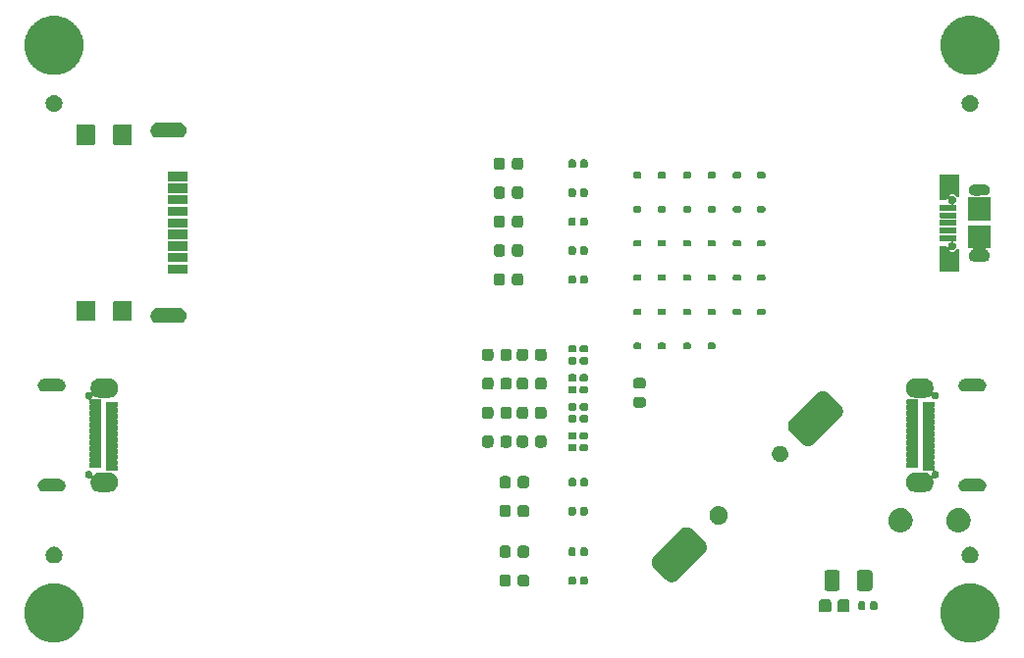
<source format=gbr>
%TF.GenerationSoftware,KiCad,Pcbnew,8.0.3*%
%TF.CreationDate,2024-07-09T14:43:51+12:00*%
%TF.ProjectId,USB Cable Tester,55534220-4361-4626-9c65-205465737465,rev?*%
%TF.SameCoordinates,Original*%
%TF.FileFunction,Soldermask,Top*%
%TF.FilePolarity,Negative*%
%FSLAX46Y46*%
G04 Gerber Fmt 4.6, Leading zero omitted, Abs format (unit mm)*
G04 Created by KiCad (PCBNEW 8.0.3) date 2024-07-09 14:43:51*
%MOMM*%
%LPD*%
G01*
G04 APERTURE LIST*
G04 APERTURE END LIST*
G36*
X3081240Y-49455032D02*
G01*
X3160116Y-49455032D01*
X3232576Y-49464185D01*
X3307353Y-49468709D01*
X3393842Y-49484558D01*
X3477822Y-49495168D01*
X3542865Y-49511868D01*
X3610223Y-49524212D01*
X3700470Y-49552334D01*
X3787993Y-49574806D01*
X3844935Y-49597351D01*
X3904198Y-49615818D01*
X3996499Y-49657359D01*
X4085737Y-49692691D01*
X4134194Y-49719330D01*
X4184988Y-49742191D01*
X4277446Y-49798084D01*
X4366358Y-49846964D01*
X4406267Y-49875959D01*
X4448501Y-49901491D01*
X4539050Y-49972431D01*
X4625431Y-50035191D01*
X4657022Y-50064857D01*
X4690885Y-50091387D01*
X4777359Y-50177861D01*
X4858870Y-50254405D01*
X4882658Y-50283160D01*
X4908612Y-50309114D01*
X4988763Y-50411419D01*
X5062993Y-50501148D01*
X5079758Y-50527565D01*
X5098508Y-50551498D01*
X5170048Y-50669840D01*
X5234582Y-50771528D01*
X5245332Y-50794374D01*
X5257808Y-50815011D01*
X5318492Y-50949845D01*
X5370930Y-51061282D01*
X5376861Y-51079538D01*
X5384181Y-51095801D01*
X5431836Y-51248732D01*
X5469887Y-51365841D01*
X5472346Y-51378736D01*
X5475787Y-51389776D01*
X5508376Y-51567612D01*
X5529892Y-51680400D01*
X5530334Y-51687431D01*
X5531290Y-51692646D01*
X5546917Y-51951006D01*
X5550000Y-52000000D01*
X5546917Y-52048997D01*
X5531290Y-52307353D01*
X5530334Y-52312567D01*
X5529892Y-52319600D01*
X5508372Y-52432411D01*
X5475787Y-52610223D01*
X5472347Y-52621261D01*
X5469887Y-52634159D01*
X5431828Y-52751291D01*
X5384181Y-52904198D01*
X5376863Y-52920457D01*
X5370930Y-52938718D01*
X5318481Y-53050175D01*
X5257808Y-53184988D01*
X5245334Y-53205620D01*
X5234582Y-53228472D01*
X5170036Y-53330179D01*
X5098508Y-53448501D01*
X5079761Y-53472428D01*
X5062993Y-53498852D01*
X4988748Y-53588597D01*
X4908612Y-53690885D01*
X4882663Y-53716833D01*
X4858870Y-53745595D01*
X4777342Y-53822154D01*
X4690885Y-53908612D01*
X4657028Y-53935136D01*
X4625431Y-53964809D01*
X4539032Y-54027580D01*
X4448501Y-54098508D01*
X4406275Y-54124034D01*
X4366358Y-54153036D01*
X4277428Y-54201925D01*
X4184988Y-54257808D01*
X4134204Y-54280663D01*
X4085737Y-54307309D01*
X3996481Y-54342647D01*
X3904198Y-54384181D01*
X3844947Y-54402644D01*
X3787993Y-54425194D01*
X3700452Y-54447670D01*
X3610223Y-54475787D01*
X3542879Y-54488128D01*
X3477822Y-54504832D01*
X3393825Y-54515443D01*
X3307353Y-54531290D01*
X3232591Y-54535812D01*
X3160116Y-54544968D01*
X3081223Y-54544968D01*
X3000000Y-54549881D01*
X2918776Y-54544968D01*
X2839884Y-54544968D01*
X2767409Y-54535812D01*
X2692646Y-54531290D01*
X2606171Y-54515442D01*
X2522178Y-54504832D01*
X2457123Y-54488128D01*
X2389776Y-54475787D01*
X2299542Y-54447669D01*
X2212007Y-54425194D01*
X2155056Y-54402645D01*
X2095801Y-54384181D01*
X2003510Y-54342644D01*
X1914263Y-54307309D01*
X1865800Y-54280666D01*
X1815011Y-54257808D01*
X1722560Y-54201919D01*
X1633642Y-54153036D01*
X1593729Y-54124038D01*
X1551498Y-54098508D01*
X1460953Y-54027570D01*
X1374569Y-53964809D01*
X1342976Y-53935141D01*
X1309114Y-53908612D01*
X1222640Y-53822138D01*
X1141130Y-53745595D01*
X1117341Y-53716839D01*
X1091387Y-53690885D01*
X1011232Y-53588575D01*
X937007Y-53498852D01*
X920242Y-53472435D01*
X901491Y-53448501D01*
X829942Y-53330146D01*
X765418Y-53228472D01*
X754668Y-53205628D01*
X742191Y-53184988D01*
X681495Y-53050127D01*
X629070Y-52938718D01*
X623139Y-52920465D01*
X615818Y-52904198D01*
X568147Y-52751216D01*
X530113Y-52634159D01*
X527654Y-52621269D01*
X524212Y-52610223D01*
X491602Y-52432278D01*
X470108Y-52319600D01*
X469666Y-52312575D01*
X468709Y-52307353D01*
X453056Y-52048585D01*
X450000Y-52000000D01*
X453056Y-51951418D01*
X468709Y-51692646D01*
X469666Y-51687423D01*
X470108Y-51680400D01*
X491597Y-51567745D01*
X524212Y-51389776D01*
X527654Y-51378727D01*
X530113Y-51365841D01*
X568139Y-51248807D01*
X615818Y-51095801D01*
X623140Y-51079530D01*
X629070Y-51061282D01*
X681484Y-50949894D01*
X742191Y-50815011D01*
X754670Y-50794367D01*
X765418Y-50771528D01*
X829930Y-50669873D01*
X901491Y-50551498D01*
X920245Y-50527559D01*
X937007Y-50501148D01*
X1011217Y-50411442D01*
X1091387Y-50309114D01*
X1117345Y-50283155D01*
X1141130Y-50254405D01*
X1222624Y-50177876D01*
X1309114Y-50091387D01*
X1342982Y-50064852D01*
X1374569Y-50035191D01*
X1460936Y-49972441D01*
X1551498Y-49901491D01*
X1593737Y-49875956D01*
X1633642Y-49846964D01*
X1722542Y-49798090D01*
X1815011Y-49742191D01*
X1865810Y-49719328D01*
X1914263Y-49692691D01*
X2003492Y-49657362D01*
X2095801Y-49615818D01*
X2155067Y-49597349D01*
X2212007Y-49574806D01*
X2299524Y-49552335D01*
X2389776Y-49524212D01*
X2457136Y-49511867D01*
X2522178Y-49495168D01*
X2606153Y-49484559D01*
X2692646Y-49468709D01*
X2767424Y-49464185D01*
X2839884Y-49455032D01*
X2918760Y-49455032D01*
X3000000Y-49450118D01*
X3081240Y-49455032D01*
G37*
G36*
X82081240Y-49455032D02*
G01*
X82160116Y-49455032D01*
X82232576Y-49464185D01*
X82307353Y-49468709D01*
X82393842Y-49484558D01*
X82477822Y-49495168D01*
X82542865Y-49511868D01*
X82610223Y-49524212D01*
X82700470Y-49552334D01*
X82787993Y-49574806D01*
X82844935Y-49597351D01*
X82904198Y-49615818D01*
X82996499Y-49657359D01*
X83085737Y-49692691D01*
X83134194Y-49719330D01*
X83184988Y-49742191D01*
X83277446Y-49798084D01*
X83366358Y-49846964D01*
X83406267Y-49875959D01*
X83448501Y-49901491D01*
X83539050Y-49972431D01*
X83625431Y-50035191D01*
X83657022Y-50064857D01*
X83690885Y-50091387D01*
X83777359Y-50177861D01*
X83858870Y-50254405D01*
X83882658Y-50283160D01*
X83908612Y-50309114D01*
X83988763Y-50411419D01*
X84062993Y-50501148D01*
X84079758Y-50527565D01*
X84098508Y-50551498D01*
X84170048Y-50669840D01*
X84234582Y-50771528D01*
X84245332Y-50794374D01*
X84257808Y-50815011D01*
X84318492Y-50949845D01*
X84370930Y-51061282D01*
X84376861Y-51079538D01*
X84384181Y-51095801D01*
X84431836Y-51248732D01*
X84469887Y-51365841D01*
X84472346Y-51378736D01*
X84475787Y-51389776D01*
X84508376Y-51567612D01*
X84529892Y-51680400D01*
X84530334Y-51687431D01*
X84531290Y-51692646D01*
X84546917Y-51951006D01*
X84550000Y-52000000D01*
X84546917Y-52048997D01*
X84531290Y-52307353D01*
X84530334Y-52312567D01*
X84529892Y-52319600D01*
X84508372Y-52432411D01*
X84475787Y-52610223D01*
X84472347Y-52621261D01*
X84469887Y-52634159D01*
X84431828Y-52751291D01*
X84384181Y-52904198D01*
X84376863Y-52920457D01*
X84370930Y-52938718D01*
X84318481Y-53050175D01*
X84257808Y-53184988D01*
X84245334Y-53205620D01*
X84234582Y-53228472D01*
X84170036Y-53330179D01*
X84098508Y-53448501D01*
X84079761Y-53472428D01*
X84062993Y-53498852D01*
X83988748Y-53588597D01*
X83908612Y-53690885D01*
X83882663Y-53716833D01*
X83858870Y-53745595D01*
X83777342Y-53822154D01*
X83690885Y-53908612D01*
X83657028Y-53935136D01*
X83625431Y-53964809D01*
X83539032Y-54027580D01*
X83448501Y-54098508D01*
X83406275Y-54124034D01*
X83366358Y-54153036D01*
X83277428Y-54201925D01*
X83184988Y-54257808D01*
X83134204Y-54280663D01*
X83085737Y-54307309D01*
X82996481Y-54342647D01*
X82904198Y-54384181D01*
X82844947Y-54402644D01*
X82787993Y-54425194D01*
X82700452Y-54447670D01*
X82610223Y-54475787D01*
X82542879Y-54488128D01*
X82477822Y-54504832D01*
X82393825Y-54515443D01*
X82307353Y-54531290D01*
X82232591Y-54535812D01*
X82160116Y-54544968D01*
X82081223Y-54544968D01*
X82000000Y-54549881D01*
X81918776Y-54544968D01*
X81839884Y-54544968D01*
X81767409Y-54535812D01*
X81692646Y-54531290D01*
X81606171Y-54515442D01*
X81522178Y-54504832D01*
X81457123Y-54488128D01*
X81389776Y-54475787D01*
X81299542Y-54447669D01*
X81212007Y-54425194D01*
X81155056Y-54402645D01*
X81095801Y-54384181D01*
X81003510Y-54342644D01*
X80914263Y-54307309D01*
X80865800Y-54280666D01*
X80815011Y-54257808D01*
X80722560Y-54201919D01*
X80633642Y-54153036D01*
X80593729Y-54124038D01*
X80551498Y-54098508D01*
X80460953Y-54027570D01*
X80374569Y-53964809D01*
X80342976Y-53935141D01*
X80309114Y-53908612D01*
X80222640Y-53822138D01*
X80141130Y-53745595D01*
X80117341Y-53716839D01*
X80091387Y-53690885D01*
X80011232Y-53588575D01*
X79937007Y-53498852D01*
X79920242Y-53472435D01*
X79901491Y-53448501D01*
X79829942Y-53330146D01*
X79765418Y-53228472D01*
X79754668Y-53205628D01*
X79742191Y-53184988D01*
X79681495Y-53050127D01*
X79629070Y-52938718D01*
X79623139Y-52920465D01*
X79615818Y-52904198D01*
X79568147Y-52751216D01*
X79530113Y-52634159D01*
X79527654Y-52621269D01*
X79524212Y-52610223D01*
X79491602Y-52432278D01*
X79470108Y-52319600D01*
X79469666Y-52312575D01*
X79468709Y-52307353D01*
X79453056Y-52048585D01*
X79450000Y-52000000D01*
X79453056Y-51951418D01*
X79468709Y-51692646D01*
X79469666Y-51687423D01*
X79470108Y-51680400D01*
X79491597Y-51567745D01*
X79524212Y-51389776D01*
X79527654Y-51378727D01*
X79530113Y-51365841D01*
X79568139Y-51248807D01*
X79615818Y-51095801D01*
X79623140Y-51079530D01*
X79629070Y-51061282D01*
X79681484Y-50949894D01*
X79742191Y-50815011D01*
X79754670Y-50794367D01*
X79765418Y-50771528D01*
X79829930Y-50669873D01*
X79901491Y-50551498D01*
X79920245Y-50527559D01*
X79937007Y-50501148D01*
X80011217Y-50411442D01*
X80091387Y-50309114D01*
X80117345Y-50283155D01*
X80141130Y-50254405D01*
X80222624Y-50177876D01*
X80309114Y-50091387D01*
X80342982Y-50064852D01*
X80374569Y-50035191D01*
X80460936Y-49972441D01*
X80551498Y-49901491D01*
X80593737Y-49875956D01*
X80633642Y-49846964D01*
X80722542Y-49798090D01*
X80815011Y-49742191D01*
X80865810Y-49719328D01*
X80914263Y-49692691D01*
X81003492Y-49657362D01*
X81095801Y-49615818D01*
X81155067Y-49597349D01*
X81212007Y-49574806D01*
X81299524Y-49552335D01*
X81389776Y-49524212D01*
X81457136Y-49511867D01*
X81522178Y-49495168D01*
X81606153Y-49484559D01*
X81692646Y-49468709D01*
X81767424Y-49464185D01*
X81839884Y-49455032D01*
X81918760Y-49455032D01*
X82000000Y-49450118D01*
X82081240Y-49455032D01*
G37*
G36*
X69901537Y-50865224D02*
G01*
X69966421Y-50908579D01*
X70009776Y-50973463D01*
X70025000Y-51050000D01*
X70025000Y-51750000D01*
X70009776Y-51826537D01*
X69966421Y-51891421D01*
X69901537Y-51934776D01*
X69825000Y-51950000D01*
X69175000Y-51950000D01*
X69098463Y-51934776D01*
X69033579Y-51891421D01*
X68990224Y-51826537D01*
X68975000Y-51750000D01*
X68975000Y-51050000D01*
X68990224Y-50973463D01*
X69033579Y-50908579D01*
X69098463Y-50865224D01*
X69175000Y-50850000D01*
X69825000Y-50850000D01*
X69901537Y-50865224D01*
G37*
G36*
X71501537Y-50865224D02*
G01*
X71566421Y-50908579D01*
X71609776Y-50973463D01*
X71625000Y-51050000D01*
X71625000Y-51750000D01*
X71609776Y-51826537D01*
X71566421Y-51891421D01*
X71501537Y-51934776D01*
X71425000Y-51950000D01*
X70775000Y-51950000D01*
X70698463Y-51934776D01*
X70633579Y-51891421D01*
X70590224Y-51826537D01*
X70575000Y-51750000D01*
X70575000Y-51050000D01*
X70590224Y-50973463D01*
X70633579Y-50908579D01*
X70698463Y-50865224D01*
X70775000Y-50850000D01*
X71425000Y-50850000D01*
X71501537Y-50865224D01*
G37*
G36*
X72865796Y-51024082D02*
G01*
X72925815Y-51064185D01*
X72965918Y-51124204D01*
X72980000Y-51195000D01*
X72980000Y-51565000D01*
X72965918Y-51635796D01*
X72925815Y-51695815D01*
X72865796Y-51735918D01*
X72795000Y-51750000D01*
X72525000Y-51750000D01*
X72454204Y-51735918D01*
X72394185Y-51695815D01*
X72354082Y-51635796D01*
X72340000Y-51565000D01*
X72340000Y-51195000D01*
X72354082Y-51124204D01*
X72394185Y-51064185D01*
X72454204Y-51024082D01*
X72525000Y-51010000D01*
X72795000Y-51010000D01*
X72865796Y-51024082D01*
G37*
G36*
X73885796Y-51024082D02*
G01*
X73945815Y-51064185D01*
X73985918Y-51124204D01*
X74000000Y-51195000D01*
X74000000Y-51565000D01*
X73985918Y-51635796D01*
X73945815Y-51695815D01*
X73885796Y-51735918D01*
X73815000Y-51750000D01*
X73545000Y-51750000D01*
X73474204Y-51735918D01*
X73414185Y-51695815D01*
X73374082Y-51635796D01*
X73360000Y-51565000D01*
X73360000Y-51195000D01*
X73374082Y-51124204D01*
X73414185Y-51064185D01*
X73474204Y-51024082D01*
X73545000Y-51010000D01*
X73815000Y-51010000D01*
X73885796Y-51024082D01*
G37*
G36*
X70543685Y-48282969D02*
G01*
X70552893Y-48287034D01*
X70559724Y-48288030D01*
X70602422Y-48308903D01*
X70644541Y-48327501D01*
X70648441Y-48331401D01*
X70648801Y-48331577D01*
X70718422Y-48401198D01*
X70718597Y-48401557D01*
X70722499Y-48405459D01*
X70741100Y-48447588D01*
X70761969Y-48490275D01*
X70762963Y-48497103D01*
X70767031Y-48506315D01*
X70775000Y-48575000D01*
X70775000Y-49825000D01*
X70767031Y-49893685D01*
X70762963Y-49902896D01*
X70761969Y-49909724D01*
X70741105Y-49952401D01*
X70722499Y-49994541D01*
X70718597Y-49998442D01*
X70718422Y-49998801D01*
X70648801Y-50068422D01*
X70648442Y-50068597D01*
X70644541Y-50072499D01*
X70602401Y-50091105D01*
X70559724Y-50111969D01*
X70552896Y-50112963D01*
X70543685Y-50117031D01*
X70475000Y-50125000D01*
X69725000Y-50125000D01*
X69656315Y-50117031D01*
X69647103Y-50112963D01*
X69640275Y-50111969D01*
X69597588Y-50091100D01*
X69555459Y-50072499D01*
X69551557Y-50068597D01*
X69551198Y-50068422D01*
X69481577Y-49998801D01*
X69481401Y-49998441D01*
X69477501Y-49994541D01*
X69458903Y-49952422D01*
X69438030Y-49909724D01*
X69437034Y-49902893D01*
X69432969Y-49893685D01*
X69425000Y-49825000D01*
X69425000Y-48575000D01*
X69432969Y-48506315D01*
X69437034Y-48497107D01*
X69438030Y-48490275D01*
X69458908Y-48447567D01*
X69477501Y-48405459D01*
X69481400Y-48401559D01*
X69481577Y-48401198D01*
X69551198Y-48331577D01*
X69551559Y-48331400D01*
X69555459Y-48327501D01*
X69597567Y-48308908D01*
X69640275Y-48288030D01*
X69647107Y-48287034D01*
X69656315Y-48282969D01*
X69725000Y-48275000D01*
X70475000Y-48275000D01*
X70543685Y-48282969D01*
G37*
G36*
X73343685Y-48282969D02*
G01*
X73352893Y-48287034D01*
X73359724Y-48288030D01*
X73402422Y-48308903D01*
X73444541Y-48327501D01*
X73448441Y-48331401D01*
X73448801Y-48331577D01*
X73518422Y-48401198D01*
X73518597Y-48401557D01*
X73522499Y-48405459D01*
X73541100Y-48447588D01*
X73561969Y-48490275D01*
X73562963Y-48497103D01*
X73567031Y-48506315D01*
X73575000Y-48575000D01*
X73575000Y-49825000D01*
X73567031Y-49893685D01*
X73562963Y-49902896D01*
X73561969Y-49909724D01*
X73541105Y-49952401D01*
X73522499Y-49994541D01*
X73518597Y-49998442D01*
X73518422Y-49998801D01*
X73448801Y-50068422D01*
X73448442Y-50068597D01*
X73444541Y-50072499D01*
X73402401Y-50091105D01*
X73359724Y-50111969D01*
X73352896Y-50112963D01*
X73343685Y-50117031D01*
X73275000Y-50125000D01*
X72525000Y-50125000D01*
X72456315Y-50117031D01*
X72447103Y-50112963D01*
X72440275Y-50111969D01*
X72397588Y-50091100D01*
X72355459Y-50072499D01*
X72351557Y-50068597D01*
X72351198Y-50068422D01*
X72281577Y-49998801D01*
X72281401Y-49998441D01*
X72277501Y-49994541D01*
X72258903Y-49952422D01*
X72238030Y-49909724D01*
X72237034Y-49902893D01*
X72232969Y-49893685D01*
X72225000Y-49825000D01*
X72225000Y-48575000D01*
X72232969Y-48506315D01*
X72237034Y-48497107D01*
X72238030Y-48490275D01*
X72258908Y-48447567D01*
X72277501Y-48405459D01*
X72281400Y-48401559D01*
X72281577Y-48401198D01*
X72351198Y-48331577D01*
X72351559Y-48331400D01*
X72355459Y-48327501D01*
X72397567Y-48308908D01*
X72440275Y-48288030D01*
X72447107Y-48287034D01*
X72456315Y-48282969D01*
X72525000Y-48275000D01*
X73275000Y-48275000D01*
X73343685Y-48282969D01*
G37*
G36*
X42132689Y-48695258D02*
G01*
X42192328Y-48703110D01*
X42207329Y-48710105D01*
X42227196Y-48714057D01*
X42253510Y-48731639D01*
X42277924Y-48743024D01*
X42292776Y-48757876D01*
X42314385Y-48772315D01*
X42328823Y-48793923D01*
X42343675Y-48808775D01*
X42355058Y-48833186D01*
X42372643Y-48859504D01*
X42376594Y-48879372D01*
X42383589Y-48894371D01*
X42391438Y-48953997D01*
X42393100Y-48962350D01*
X42393100Y-49474850D01*
X42391438Y-49483204D01*
X42383589Y-49542828D01*
X42376595Y-49557826D01*
X42372643Y-49577696D01*
X42355056Y-49604015D01*
X42343675Y-49628424D01*
X42328825Y-49643273D01*
X42314385Y-49664885D01*
X42292773Y-49679325D01*
X42277924Y-49694175D01*
X42253515Y-49705556D01*
X42227196Y-49723143D01*
X42207326Y-49727095D01*
X42192328Y-49734089D01*
X42132704Y-49741938D01*
X42124350Y-49743600D01*
X41686850Y-49743600D01*
X41678497Y-49741938D01*
X41618871Y-49734089D01*
X41603872Y-49727094D01*
X41584004Y-49723143D01*
X41557686Y-49705558D01*
X41533275Y-49694175D01*
X41518423Y-49679323D01*
X41496815Y-49664885D01*
X41482376Y-49643276D01*
X41467524Y-49628424D01*
X41456139Y-49604010D01*
X41438557Y-49577696D01*
X41434605Y-49557829D01*
X41427610Y-49542828D01*
X41419758Y-49483189D01*
X41418100Y-49474850D01*
X41418100Y-48962350D01*
X41419758Y-48954012D01*
X41427610Y-48894371D01*
X41434605Y-48879368D01*
X41438557Y-48859504D01*
X41456138Y-48833191D01*
X41467524Y-48808775D01*
X41482378Y-48793920D01*
X41496815Y-48772315D01*
X41518420Y-48757878D01*
X41533275Y-48743024D01*
X41557691Y-48731638D01*
X41584004Y-48714057D01*
X41603868Y-48710105D01*
X41618871Y-48703110D01*
X41678512Y-48695258D01*
X41686850Y-48693600D01*
X42124350Y-48693600D01*
X42132689Y-48695258D01*
G37*
G36*
X43707689Y-48695258D02*
G01*
X43767328Y-48703110D01*
X43782329Y-48710105D01*
X43802196Y-48714057D01*
X43828510Y-48731639D01*
X43852924Y-48743024D01*
X43867776Y-48757876D01*
X43889385Y-48772315D01*
X43903823Y-48793923D01*
X43918675Y-48808775D01*
X43930058Y-48833186D01*
X43947643Y-48859504D01*
X43951594Y-48879372D01*
X43958589Y-48894371D01*
X43966438Y-48953997D01*
X43968100Y-48962350D01*
X43968100Y-49474850D01*
X43966438Y-49483204D01*
X43958589Y-49542828D01*
X43951595Y-49557826D01*
X43947643Y-49577696D01*
X43930056Y-49604015D01*
X43918675Y-49628424D01*
X43903825Y-49643273D01*
X43889385Y-49664885D01*
X43867773Y-49679325D01*
X43852924Y-49694175D01*
X43828515Y-49705556D01*
X43802196Y-49723143D01*
X43782326Y-49727095D01*
X43767328Y-49734089D01*
X43707704Y-49741938D01*
X43699350Y-49743600D01*
X43261850Y-49743600D01*
X43253497Y-49741938D01*
X43193871Y-49734089D01*
X43178872Y-49727094D01*
X43159004Y-49723143D01*
X43132686Y-49705558D01*
X43108275Y-49694175D01*
X43093423Y-49679323D01*
X43071815Y-49664885D01*
X43057376Y-49643276D01*
X43042524Y-49628424D01*
X43031139Y-49604010D01*
X43013557Y-49577696D01*
X43009605Y-49557829D01*
X43002610Y-49542828D01*
X42994758Y-49483189D01*
X42993100Y-49474850D01*
X42993100Y-48962350D01*
X42994758Y-48954012D01*
X43002610Y-48894371D01*
X43009605Y-48879368D01*
X43013557Y-48859504D01*
X43031138Y-48833191D01*
X43042524Y-48808775D01*
X43057378Y-48793920D01*
X43071815Y-48772315D01*
X43093420Y-48757878D01*
X43108275Y-48743024D01*
X43132691Y-48731638D01*
X43159004Y-48714057D01*
X43178868Y-48710105D01*
X43193871Y-48703110D01*
X43253512Y-48695258D01*
X43261850Y-48693600D01*
X43699350Y-48693600D01*
X43707689Y-48695258D01*
G37*
G36*
X47898896Y-48862682D02*
G01*
X47958915Y-48902785D01*
X47999018Y-48962804D01*
X48013100Y-49033600D01*
X48013100Y-49403600D01*
X47999018Y-49474396D01*
X47958915Y-49534415D01*
X47898896Y-49574518D01*
X47828100Y-49588600D01*
X47558100Y-49588600D01*
X47487304Y-49574518D01*
X47427285Y-49534415D01*
X47387182Y-49474396D01*
X47373100Y-49403600D01*
X47373100Y-49033600D01*
X47387182Y-48962804D01*
X47427285Y-48902785D01*
X47487304Y-48862682D01*
X47558100Y-48848600D01*
X47828100Y-48848600D01*
X47898896Y-48862682D01*
G37*
G36*
X48918896Y-48862682D02*
G01*
X48978915Y-48902785D01*
X49019018Y-48962804D01*
X49033100Y-49033600D01*
X49033100Y-49403600D01*
X49019018Y-49474396D01*
X48978915Y-49534415D01*
X48918896Y-49574518D01*
X48848100Y-49588600D01*
X48578100Y-49588600D01*
X48507304Y-49574518D01*
X48447285Y-49534415D01*
X48407182Y-49474396D01*
X48393100Y-49403600D01*
X48393100Y-49033600D01*
X48407182Y-48962804D01*
X48447285Y-48902785D01*
X48507304Y-48862682D01*
X48578100Y-48848600D01*
X48848100Y-48848600D01*
X48918896Y-48862682D01*
G37*
G36*
X57738355Y-44622517D02*
G01*
X57810998Y-44639097D01*
X57813603Y-44640351D01*
X57819942Y-44641854D01*
X57895029Y-44679564D01*
X57962231Y-44711927D01*
X57966929Y-44715674D01*
X57975559Y-44720008D01*
X58093757Y-44816293D01*
X59083707Y-45806243D01*
X59179992Y-45924441D01*
X59184325Y-45933068D01*
X59188071Y-45937766D01*
X59220422Y-46004944D01*
X59258146Y-46080058D01*
X59259648Y-46086398D01*
X59260902Y-46089001D01*
X59277471Y-46161595D01*
X59298306Y-46249503D01*
X59298306Y-46423642D01*
X59277467Y-46511563D01*
X59260902Y-46584144D01*
X59259649Y-46586745D01*
X59258146Y-46593088D01*
X59220417Y-46668211D01*
X59188072Y-46735377D01*
X59184326Y-46740074D01*
X59179992Y-46748704D01*
X59083707Y-46866903D01*
X56820965Y-49129645D01*
X56702766Y-49225930D01*
X56694138Y-49230263D01*
X56689441Y-49234009D01*
X56622274Y-49266354D01*
X56547150Y-49304084D01*
X56540807Y-49305587D01*
X56538206Y-49306840D01*
X56465614Y-49323408D01*
X56377704Y-49344244D01*
X56203565Y-49344244D01*
X56115657Y-49323409D01*
X56043063Y-49306840D01*
X56040460Y-49305586D01*
X56034120Y-49304084D01*
X55959007Y-49266361D01*
X55891830Y-49234010D01*
X55887132Y-49230264D01*
X55878503Y-49225930D01*
X55760305Y-49129645D01*
X54770355Y-48139695D01*
X54674070Y-48021497D01*
X54669737Y-48012869D01*
X54665990Y-48008171D01*
X54633626Y-47940968D01*
X54595916Y-47865880D01*
X54594413Y-47859541D01*
X54593159Y-47856936D01*
X54576582Y-47784305D01*
X54555756Y-47696435D01*
X54555756Y-47522296D01*
X54576572Y-47434463D01*
X54593159Y-47361793D01*
X54594414Y-47359186D01*
X54595916Y-47352850D01*
X54633608Y-47277797D01*
X54665989Y-47210560D01*
X54669738Y-47205857D01*
X54674070Y-47197234D01*
X54770355Y-47079035D01*
X55769332Y-46080058D01*
X57030516Y-44818873D01*
X57030520Y-44818869D01*
X57033097Y-44816293D01*
X57151296Y-44720008D01*
X57159917Y-44715677D01*
X57164620Y-44711928D01*
X57231858Y-44679547D01*
X57306912Y-44641854D01*
X57313248Y-44640352D01*
X57315855Y-44639097D01*
X57388525Y-44622510D01*
X57476358Y-44601694D01*
X57650497Y-44601694D01*
X57738355Y-44622517D01*
G37*
G36*
X3161105Y-46294152D02*
G01*
X3314132Y-46347699D01*
X3451407Y-46433954D01*
X3566046Y-46548593D01*
X3652301Y-46685868D01*
X3705848Y-46838895D01*
X3724000Y-47000000D01*
X3705848Y-47161105D01*
X3652301Y-47314132D01*
X3566046Y-47451407D01*
X3451407Y-47566046D01*
X3314132Y-47652301D01*
X3161105Y-47705848D01*
X3000000Y-47724000D01*
X2838895Y-47705848D01*
X2685868Y-47652301D01*
X2548593Y-47566046D01*
X2433954Y-47451407D01*
X2347699Y-47314132D01*
X2294152Y-47161105D01*
X2276000Y-47000000D01*
X2294152Y-46838895D01*
X2347699Y-46685868D01*
X2433954Y-46548593D01*
X2548593Y-46433954D01*
X2685868Y-46347699D01*
X2838895Y-46294152D01*
X3000000Y-46276000D01*
X3161105Y-46294152D01*
G37*
G36*
X82161105Y-46294152D02*
G01*
X82314132Y-46347699D01*
X82451407Y-46433954D01*
X82566046Y-46548593D01*
X82652301Y-46685868D01*
X82705848Y-46838895D01*
X82724000Y-47000000D01*
X82705848Y-47161105D01*
X82652301Y-47314132D01*
X82566046Y-47451407D01*
X82451407Y-47566046D01*
X82314132Y-47652301D01*
X82161105Y-47705848D01*
X82000000Y-47724000D01*
X81838895Y-47705848D01*
X81685868Y-47652301D01*
X81548593Y-47566046D01*
X81433954Y-47451407D01*
X81347699Y-47314132D01*
X81294152Y-47161105D01*
X81276000Y-47000000D01*
X81294152Y-46838895D01*
X81347699Y-46685868D01*
X81433954Y-46548593D01*
X81548593Y-46433954D01*
X81685868Y-46347699D01*
X81838895Y-46294152D01*
X82000000Y-46276000D01*
X82161105Y-46294152D01*
G37*
G36*
X42132689Y-46195258D02*
G01*
X42192328Y-46203110D01*
X42207329Y-46210105D01*
X42227196Y-46214057D01*
X42253510Y-46231639D01*
X42277924Y-46243024D01*
X42292776Y-46257876D01*
X42314385Y-46272315D01*
X42328823Y-46293923D01*
X42343675Y-46308775D01*
X42355058Y-46333186D01*
X42372643Y-46359504D01*
X42376594Y-46379372D01*
X42383589Y-46394371D01*
X42391438Y-46453997D01*
X42393100Y-46462350D01*
X42393100Y-46974850D01*
X42391438Y-46983204D01*
X42383589Y-47042828D01*
X42376595Y-47057826D01*
X42372643Y-47077696D01*
X42355056Y-47104015D01*
X42343675Y-47128424D01*
X42328825Y-47143273D01*
X42314385Y-47164885D01*
X42292773Y-47179325D01*
X42277924Y-47194175D01*
X42253515Y-47205556D01*
X42227196Y-47223143D01*
X42207326Y-47227095D01*
X42192328Y-47234089D01*
X42132704Y-47241938D01*
X42124350Y-47243600D01*
X41686850Y-47243600D01*
X41678497Y-47241938D01*
X41618871Y-47234089D01*
X41603872Y-47227094D01*
X41584004Y-47223143D01*
X41557686Y-47205558D01*
X41533275Y-47194175D01*
X41518423Y-47179323D01*
X41496815Y-47164885D01*
X41482376Y-47143276D01*
X41467524Y-47128424D01*
X41456139Y-47104010D01*
X41438557Y-47077696D01*
X41434605Y-47057829D01*
X41427610Y-47042828D01*
X41419758Y-46983189D01*
X41418100Y-46974850D01*
X41418100Y-46462350D01*
X41419758Y-46454012D01*
X41427610Y-46394371D01*
X41434605Y-46379368D01*
X41438557Y-46359504D01*
X41456138Y-46333191D01*
X41467524Y-46308775D01*
X41482378Y-46293920D01*
X41496815Y-46272315D01*
X41518420Y-46257878D01*
X41533275Y-46243024D01*
X41557691Y-46231638D01*
X41584004Y-46214057D01*
X41603868Y-46210105D01*
X41618871Y-46203110D01*
X41678512Y-46195258D01*
X41686850Y-46193600D01*
X42124350Y-46193600D01*
X42132689Y-46195258D01*
G37*
G36*
X43707689Y-46195258D02*
G01*
X43767328Y-46203110D01*
X43782329Y-46210105D01*
X43802196Y-46214057D01*
X43828510Y-46231639D01*
X43852924Y-46243024D01*
X43867776Y-46257876D01*
X43889385Y-46272315D01*
X43903823Y-46293923D01*
X43918675Y-46308775D01*
X43930058Y-46333186D01*
X43947643Y-46359504D01*
X43951594Y-46379372D01*
X43958589Y-46394371D01*
X43966438Y-46453997D01*
X43968100Y-46462350D01*
X43968100Y-46974850D01*
X43966438Y-46983204D01*
X43958589Y-47042828D01*
X43951595Y-47057826D01*
X43947643Y-47077696D01*
X43930056Y-47104015D01*
X43918675Y-47128424D01*
X43903825Y-47143273D01*
X43889385Y-47164885D01*
X43867773Y-47179325D01*
X43852924Y-47194175D01*
X43828515Y-47205556D01*
X43802196Y-47223143D01*
X43782326Y-47227095D01*
X43767328Y-47234089D01*
X43707704Y-47241938D01*
X43699350Y-47243600D01*
X43261850Y-47243600D01*
X43253497Y-47241938D01*
X43193871Y-47234089D01*
X43178872Y-47227094D01*
X43159004Y-47223143D01*
X43132686Y-47205558D01*
X43108275Y-47194175D01*
X43093423Y-47179323D01*
X43071815Y-47164885D01*
X43057376Y-47143276D01*
X43042524Y-47128424D01*
X43031139Y-47104010D01*
X43013557Y-47077696D01*
X43009605Y-47057829D01*
X43002610Y-47042828D01*
X42994758Y-46983189D01*
X42993100Y-46974850D01*
X42993100Y-46462350D01*
X42994758Y-46454012D01*
X43002610Y-46394371D01*
X43009605Y-46379368D01*
X43013557Y-46359504D01*
X43031138Y-46333191D01*
X43042524Y-46308775D01*
X43057378Y-46293920D01*
X43071815Y-46272315D01*
X43093420Y-46257878D01*
X43108275Y-46243024D01*
X43132691Y-46231638D01*
X43159004Y-46214057D01*
X43178868Y-46210105D01*
X43193871Y-46203110D01*
X43253512Y-46195258D01*
X43261850Y-46193600D01*
X43699350Y-46193600D01*
X43707689Y-46195258D01*
G37*
G36*
X47888896Y-46362682D02*
G01*
X47948915Y-46402785D01*
X47989018Y-46462804D01*
X48003100Y-46533600D01*
X48003100Y-46903600D01*
X47989018Y-46974396D01*
X47948915Y-47034415D01*
X47888896Y-47074518D01*
X47818100Y-47088600D01*
X47548100Y-47088600D01*
X47477304Y-47074518D01*
X47417285Y-47034415D01*
X47377182Y-46974396D01*
X47363100Y-46903600D01*
X47363100Y-46533600D01*
X47377182Y-46462804D01*
X47417285Y-46402785D01*
X47477304Y-46362682D01*
X47548100Y-46348600D01*
X47818100Y-46348600D01*
X47888896Y-46362682D01*
G37*
G36*
X48908896Y-46362682D02*
G01*
X48968915Y-46402785D01*
X49009018Y-46462804D01*
X49023100Y-46533600D01*
X49023100Y-46903600D01*
X49009018Y-46974396D01*
X48968915Y-47034415D01*
X48908896Y-47074518D01*
X48838100Y-47088600D01*
X48568100Y-47088600D01*
X48497304Y-47074518D01*
X48437285Y-47034415D01*
X48397182Y-46974396D01*
X48383100Y-46903600D01*
X48383100Y-46533600D01*
X48397182Y-46462804D01*
X48437285Y-46402785D01*
X48497304Y-46362682D01*
X48568100Y-46348600D01*
X48838100Y-46348600D01*
X48908896Y-46362682D01*
G37*
G36*
X76048290Y-42954756D02*
G01*
X76096857Y-42954756D01*
X76150940Y-42964866D01*
X76204845Y-42970175D01*
X76245797Y-42982597D01*
X76287268Y-42990350D01*
X76344700Y-43012599D01*
X76401818Y-43029926D01*
X76434454Y-43047370D01*
X76467901Y-43060328D01*
X76526019Y-43096313D01*
X76583349Y-43126957D01*
X76607435Y-43146724D01*
X76632599Y-43162305D01*
X76688357Y-43213135D01*
X76742462Y-43257538D01*
X76758494Y-43277074D01*
X76775752Y-43292806D01*
X76825847Y-43359143D01*
X76873043Y-43416651D01*
X76882170Y-43433726D01*
X76892489Y-43447391D01*
X76933544Y-43529841D01*
X76970074Y-43598182D01*
X76973969Y-43611024D01*
X76978836Y-43620797D01*
X77007579Y-43721820D01*
X77029825Y-43795155D01*
X77030555Y-43802576D01*
X77031847Y-43807114D01*
X77045281Y-43952086D01*
X77050000Y-44000000D01*
X77045280Y-44047917D01*
X77031847Y-44192885D01*
X77030556Y-44197422D01*
X77029825Y-44204845D01*
X77007574Y-44278195D01*
X76978836Y-44379202D01*
X76973970Y-44388973D01*
X76970074Y-44401818D01*
X76933537Y-44470172D01*
X76892489Y-44552608D01*
X76882172Y-44566269D01*
X76873043Y-44583349D01*
X76825838Y-44640868D01*
X76775752Y-44707193D01*
X76758498Y-44722921D01*
X76742462Y-44742462D01*
X76688346Y-44786873D01*
X76632599Y-44837694D01*
X76607440Y-44853271D01*
X76583349Y-44873043D01*
X76526007Y-44903692D01*
X76467901Y-44939671D01*
X76434461Y-44952625D01*
X76401818Y-44970074D01*
X76344688Y-44987403D01*
X76287268Y-45009649D01*
X76245804Y-45017400D01*
X76204845Y-45029825D01*
X76150937Y-45035134D01*
X76096857Y-45045244D01*
X76048290Y-45045244D01*
X76000000Y-45050000D01*
X75951710Y-45045244D01*
X75903143Y-45045244D01*
X75849061Y-45035134D01*
X75795155Y-45029825D01*
X75754196Y-45017400D01*
X75712731Y-45009649D01*
X75655306Y-44987402D01*
X75598182Y-44970074D01*
X75565541Y-44952627D01*
X75532098Y-44939671D01*
X75473985Y-44903689D01*
X75416651Y-44873043D01*
X75392562Y-44853273D01*
X75367400Y-44837694D01*
X75311643Y-44786865D01*
X75257538Y-44742462D01*
X75241504Y-44722925D01*
X75224247Y-44707193D01*
X75174149Y-44640852D01*
X75126957Y-44583349D01*
X75117830Y-44566274D01*
X75107510Y-44552608D01*
X75066447Y-44470145D01*
X75029926Y-44401818D01*
X75026031Y-44388978D01*
X75021163Y-44379202D01*
X74992409Y-44278141D01*
X74970175Y-44204845D01*
X74969444Y-44197427D01*
X74968152Y-44192885D01*
X74954702Y-44047745D01*
X74950000Y-44000000D01*
X74954702Y-43952258D01*
X74968152Y-43807114D01*
X74969444Y-43802570D01*
X74970175Y-43795155D01*
X74992404Y-43721873D01*
X75021163Y-43620797D01*
X75026031Y-43611018D01*
X75029926Y-43598182D01*
X75066440Y-43529868D01*
X75107510Y-43447391D01*
X75117832Y-43433722D01*
X75126957Y-43416651D01*
X75174139Y-43359158D01*
X75224247Y-43292806D01*
X75241508Y-43277070D01*
X75257538Y-43257538D01*
X75311632Y-43213143D01*
X75367400Y-43162305D01*
X75392567Y-43146721D01*
X75416651Y-43126957D01*
X75473973Y-43096317D01*
X75532098Y-43060328D01*
X75565548Y-43047369D01*
X75598182Y-43029926D01*
X75655294Y-43012601D01*
X75712731Y-42990350D01*
X75754203Y-42982597D01*
X75795155Y-42970175D01*
X75849058Y-42964866D01*
X75903143Y-42954756D01*
X75951710Y-42954756D01*
X76000000Y-42950000D01*
X76048290Y-42954756D01*
G37*
G36*
X81048290Y-42954756D02*
G01*
X81096857Y-42954756D01*
X81150940Y-42964866D01*
X81204845Y-42970175D01*
X81245797Y-42982597D01*
X81287268Y-42990350D01*
X81344700Y-43012599D01*
X81401818Y-43029926D01*
X81434454Y-43047370D01*
X81467901Y-43060328D01*
X81526019Y-43096313D01*
X81583349Y-43126957D01*
X81607435Y-43146724D01*
X81632599Y-43162305D01*
X81688357Y-43213135D01*
X81742462Y-43257538D01*
X81758494Y-43277074D01*
X81775752Y-43292806D01*
X81825847Y-43359143D01*
X81873043Y-43416651D01*
X81882170Y-43433726D01*
X81892489Y-43447391D01*
X81933544Y-43529841D01*
X81970074Y-43598182D01*
X81973969Y-43611024D01*
X81978836Y-43620797D01*
X82007579Y-43721820D01*
X82029825Y-43795155D01*
X82030555Y-43802576D01*
X82031847Y-43807114D01*
X82045281Y-43952086D01*
X82050000Y-44000000D01*
X82045280Y-44047917D01*
X82031847Y-44192885D01*
X82030556Y-44197422D01*
X82029825Y-44204845D01*
X82007574Y-44278195D01*
X81978836Y-44379202D01*
X81973970Y-44388973D01*
X81970074Y-44401818D01*
X81933537Y-44470172D01*
X81892489Y-44552608D01*
X81882172Y-44566269D01*
X81873043Y-44583349D01*
X81825838Y-44640868D01*
X81775752Y-44707193D01*
X81758498Y-44722921D01*
X81742462Y-44742462D01*
X81688346Y-44786873D01*
X81632599Y-44837694D01*
X81607440Y-44853271D01*
X81583349Y-44873043D01*
X81526007Y-44903692D01*
X81467901Y-44939671D01*
X81434461Y-44952625D01*
X81401818Y-44970074D01*
X81344688Y-44987403D01*
X81287268Y-45009649D01*
X81245804Y-45017400D01*
X81204845Y-45029825D01*
X81150937Y-45035134D01*
X81096857Y-45045244D01*
X81048290Y-45045244D01*
X81000000Y-45050000D01*
X80951710Y-45045244D01*
X80903143Y-45045244D01*
X80849061Y-45035134D01*
X80795155Y-45029825D01*
X80754196Y-45017400D01*
X80712731Y-45009649D01*
X80655306Y-44987402D01*
X80598182Y-44970074D01*
X80565541Y-44952627D01*
X80532098Y-44939671D01*
X80473985Y-44903689D01*
X80416651Y-44873043D01*
X80392562Y-44853273D01*
X80367400Y-44837694D01*
X80311643Y-44786865D01*
X80257538Y-44742462D01*
X80241504Y-44722925D01*
X80224247Y-44707193D01*
X80174149Y-44640852D01*
X80126957Y-44583349D01*
X80117830Y-44566274D01*
X80107510Y-44552608D01*
X80066447Y-44470145D01*
X80029926Y-44401818D01*
X80026031Y-44388978D01*
X80021163Y-44379202D01*
X79992409Y-44278141D01*
X79970175Y-44204845D01*
X79969444Y-44197427D01*
X79968152Y-44192885D01*
X79954702Y-44047745D01*
X79950000Y-44000000D01*
X79954702Y-43952258D01*
X79968152Y-43807114D01*
X79969444Y-43802570D01*
X79970175Y-43795155D01*
X79992404Y-43721873D01*
X80021163Y-43620797D01*
X80026031Y-43611018D01*
X80029926Y-43598182D01*
X80066440Y-43529868D01*
X80107510Y-43447391D01*
X80117832Y-43433722D01*
X80126957Y-43416651D01*
X80174139Y-43359158D01*
X80224247Y-43292806D01*
X80241508Y-43277070D01*
X80257538Y-43257538D01*
X80311632Y-43213143D01*
X80367400Y-43162305D01*
X80392567Y-43146721D01*
X80416651Y-43126957D01*
X80473973Y-43096317D01*
X80532098Y-43060328D01*
X80565548Y-43047369D01*
X80598182Y-43029926D01*
X80655294Y-43012601D01*
X80712731Y-42990350D01*
X80754203Y-42982597D01*
X80795155Y-42970175D01*
X80849058Y-42964866D01*
X80903143Y-42954756D01*
X80951710Y-42954756D01*
X81000000Y-42950000D01*
X81048290Y-42954756D01*
G37*
G36*
X60356092Y-42790695D02*
G01*
X60397617Y-42790695D01*
X60444461Y-42800651D01*
X60492051Y-42806014D01*
X60526654Y-42818122D01*
X60561139Y-42825452D01*
X60610837Y-42847578D01*
X60661144Y-42865182D01*
X60687329Y-42881635D01*
X60713859Y-42893447D01*
X60763322Y-42929384D01*
X60812831Y-42960493D01*
X60830612Y-42978274D01*
X60849106Y-42991711D01*
X60894831Y-43042493D01*
X60939507Y-43087169D01*
X60949781Y-43103520D01*
X60960965Y-43115941D01*
X60999226Y-43182213D01*
X61034818Y-43238856D01*
X61039261Y-43251555D01*
X61044551Y-43260717D01*
X61071634Y-43344071D01*
X61093986Y-43407949D01*
X61094833Y-43415471D01*
X61096211Y-43419711D01*
X61108701Y-43538550D01*
X61114044Y-43585968D01*
X61108700Y-43633389D01*
X61096211Y-43752224D01*
X61094833Y-43756462D01*
X61093986Y-43763987D01*
X61071629Y-43827877D01*
X61044551Y-43911218D01*
X61039262Y-43920377D01*
X61034818Y-43933080D01*
X60999219Y-43989734D01*
X60960965Y-44055994D01*
X60949783Y-44068412D01*
X60939507Y-44084767D01*
X60894822Y-44129451D01*
X60849106Y-44180224D01*
X60830616Y-44193657D01*
X60812831Y-44211443D01*
X60763312Y-44242557D01*
X60713859Y-44278488D01*
X60687334Y-44290297D01*
X60661144Y-44306754D01*
X60610826Y-44324360D01*
X60561139Y-44346483D01*
X60526660Y-44353811D01*
X60492051Y-44365922D01*
X60444458Y-44371284D01*
X60397617Y-44381241D01*
X60356092Y-44381241D01*
X60314032Y-44385980D01*
X60271972Y-44381241D01*
X60230447Y-44381241D01*
X60183604Y-44371284D01*
X60136013Y-44365922D01*
X60101405Y-44353812D01*
X60066924Y-44346483D01*
X60017232Y-44324359D01*
X59966920Y-44306754D01*
X59940731Y-44290298D01*
X59914204Y-44278488D01*
X59864744Y-44242552D01*
X59815233Y-44211443D01*
X59797450Y-44193660D01*
X59778957Y-44180224D01*
X59733231Y-44129441D01*
X59688557Y-44084767D01*
X59678283Y-44068416D01*
X59667098Y-44055994D01*
X59628831Y-43989714D01*
X59593246Y-43933080D01*
X59588802Y-43920381D01*
X59583512Y-43911218D01*
X59556420Y-43827837D01*
X59534078Y-43763987D01*
X59533230Y-43756467D01*
X59531852Y-43752224D01*
X59519348Y-43633257D01*
X59514020Y-43585968D01*
X59519347Y-43538682D01*
X59531852Y-43419711D01*
X59533230Y-43415467D01*
X59534078Y-43407949D01*
X59556415Y-43344111D01*
X59583512Y-43260717D01*
X59588803Y-43251551D01*
X59593246Y-43238856D01*
X59628824Y-43182232D01*
X59667098Y-43115941D01*
X59678285Y-43103516D01*
X59688557Y-43087169D01*
X59733222Y-43042503D01*
X59778957Y-42991711D01*
X59797453Y-42978272D01*
X59815233Y-42960493D01*
X59864738Y-42929386D01*
X59914205Y-42893447D01*
X59940735Y-42881635D01*
X59966920Y-42865182D01*
X60017223Y-42847580D01*
X60066924Y-42825452D01*
X60101410Y-42818121D01*
X60136013Y-42806014D01*
X60183601Y-42800652D01*
X60230447Y-42790695D01*
X60271972Y-42790695D01*
X60314032Y-42785956D01*
X60356092Y-42790695D01*
G37*
G36*
X42132689Y-42695258D02*
G01*
X42192328Y-42703110D01*
X42207329Y-42710105D01*
X42227196Y-42714057D01*
X42253510Y-42731639D01*
X42277924Y-42743024D01*
X42292776Y-42757876D01*
X42314385Y-42772315D01*
X42328823Y-42793923D01*
X42343675Y-42808775D01*
X42355058Y-42833186D01*
X42372643Y-42859504D01*
X42376594Y-42879372D01*
X42383589Y-42894371D01*
X42391438Y-42953997D01*
X42393100Y-42962350D01*
X42393100Y-43474850D01*
X42391438Y-43483204D01*
X42383589Y-43542828D01*
X42376595Y-43557826D01*
X42372643Y-43577696D01*
X42355056Y-43604015D01*
X42343675Y-43628424D01*
X42328825Y-43643273D01*
X42314385Y-43664885D01*
X42292773Y-43679325D01*
X42277924Y-43694175D01*
X42253515Y-43705556D01*
X42227196Y-43723143D01*
X42207326Y-43727095D01*
X42192328Y-43734089D01*
X42132704Y-43741938D01*
X42124350Y-43743600D01*
X41686850Y-43743600D01*
X41678497Y-43741938D01*
X41618871Y-43734089D01*
X41603872Y-43727094D01*
X41584004Y-43723143D01*
X41557686Y-43705558D01*
X41533275Y-43694175D01*
X41518423Y-43679323D01*
X41496815Y-43664885D01*
X41482376Y-43643276D01*
X41467524Y-43628424D01*
X41456139Y-43604010D01*
X41438557Y-43577696D01*
X41434605Y-43557829D01*
X41427610Y-43542828D01*
X41419758Y-43483189D01*
X41418100Y-43474850D01*
X41418100Y-42962350D01*
X41419758Y-42954012D01*
X41427610Y-42894371D01*
X41434605Y-42879368D01*
X41438557Y-42859504D01*
X41456138Y-42833191D01*
X41467524Y-42808775D01*
X41482378Y-42793920D01*
X41496815Y-42772315D01*
X41518420Y-42757878D01*
X41533275Y-42743024D01*
X41557691Y-42731638D01*
X41584004Y-42714057D01*
X41603868Y-42710105D01*
X41618871Y-42703110D01*
X41678512Y-42695258D01*
X41686850Y-42693600D01*
X42124350Y-42693600D01*
X42132689Y-42695258D01*
G37*
G36*
X43707689Y-42695258D02*
G01*
X43767328Y-42703110D01*
X43782329Y-42710105D01*
X43802196Y-42714057D01*
X43828510Y-42731639D01*
X43852924Y-42743024D01*
X43867776Y-42757876D01*
X43889385Y-42772315D01*
X43903823Y-42793923D01*
X43918675Y-42808775D01*
X43930058Y-42833186D01*
X43947643Y-42859504D01*
X43951594Y-42879372D01*
X43958589Y-42894371D01*
X43966438Y-42953997D01*
X43968100Y-42962350D01*
X43968100Y-43474850D01*
X43966438Y-43483204D01*
X43958589Y-43542828D01*
X43951595Y-43557826D01*
X43947643Y-43577696D01*
X43930056Y-43604015D01*
X43918675Y-43628424D01*
X43903825Y-43643273D01*
X43889385Y-43664885D01*
X43867773Y-43679325D01*
X43852924Y-43694175D01*
X43828515Y-43705556D01*
X43802196Y-43723143D01*
X43782326Y-43727095D01*
X43767328Y-43734089D01*
X43707704Y-43741938D01*
X43699350Y-43743600D01*
X43261850Y-43743600D01*
X43253497Y-43741938D01*
X43193871Y-43734089D01*
X43178872Y-43727094D01*
X43159004Y-43723143D01*
X43132686Y-43705558D01*
X43108275Y-43694175D01*
X43093423Y-43679323D01*
X43071815Y-43664885D01*
X43057376Y-43643276D01*
X43042524Y-43628424D01*
X43031139Y-43604010D01*
X43013557Y-43577696D01*
X43009605Y-43557829D01*
X43002610Y-43542828D01*
X42994758Y-43483189D01*
X42993100Y-43474850D01*
X42993100Y-42962350D01*
X42994758Y-42954012D01*
X43002610Y-42894371D01*
X43009605Y-42879368D01*
X43013557Y-42859504D01*
X43031138Y-42833191D01*
X43042524Y-42808775D01*
X43057378Y-42793920D01*
X43071815Y-42772315D01*
X43093420Y-42757878D01*
X43108275Y-42743024D01*
X43132691Y-42731638D01*
X43159004Y-42714057D01*
X43178868Y-42710105D01*
X43193871Y-42703110D01*
X43253512Y-42695258D01*
X43261850Y-42693600D01*
X43699350Y-42693600D01*
X43707689Y-42695258D01*
G37*
G36*
X47898896Y-42862682D02*
G01*
X47958915Y-42902785D01*
X47999018Y-42962804D01*
X48013100Y-43033600D01*
X48013100Y-43403600D01*
X47999018Y-43474396D01*
X47958915Y-43534415D01*
X47898896Y-43574518D01*
X47828100Y-43588600D01*
X47558100Y-43588600D01*
X47487304Y-43574518D01*
X47427285Y-43534415D01*
X47387182Y-43474396D01*
X47373100Y-43403600D01*
X47373100Y-43033600D01*
X47387182Y-42962804D01*
X47427285Y-42902785D01*
X47487304Y-42862682D01*
X47558100Y-42848600D01*
X47828100Y-42848600D01*
X47898896Y-42862682D01*
G37*
G36*
X48918896Y-42862682D02*
G01*
X48978915Y-42902785D01*
X49019018Y-42962804D01*
X49033100Y-43033600D01*
X49033100Y-43403600D01*
X49019018Y-43474396D01*
X48978915Y-43534415D01*
X48918896Y-43574518D01*
X48848100Y-43588600D01*
X48578100Y-43588600D01*
X48507304Y-43574518D01*
X48447285Y-43534415D01*
X48407182Y-43474396D01*
X48393100Y-43403600D01*
X48393100Y-43033600D01*
X48407182Y-42962804D01*
X48447285Y-42902785D01*
X48507304Y-42862682D01*
X48578100Y-42848600D01*
X48848100Y-42848600D01*
X48918896Y-42862682D01*
G37*
G36*
X6026204Y-39746683D02*
G01*
X6056578Y-39746683D01*
X6079977Y-39755199D01*
X6100322Y-39758422D01*
X6129057Y-39773063D01*
X6162644Y-39785288D01*
X6177477Y-39797734D01*
X6190700Y-39804472D01*
X6217781Y-39831553D01*
X6249110Y-39857841D01*
X6255996Y-39869768D01*
X6262419Y-39876191D01*
X6282810Y-39916211D01*
X6305547Y-39955592D01*
X6306960Y-39963608D01*
X6308469Y-39966569D01*
X6317179Y-40021565D01*
X6325147Y-40066751D01*
X6324720Y-40069172D01*
X6329769Y-40101050D01*
X6405199Y-40125559D01*
X6460920Y-40069839D01*
X6599467Y-39977265D01*
X6753412Y-39913499D01*
X6916839Y-39880991D01*
X7700154Y-39876898D01*
X7783469Y-39880991D01*
X7946896Y-39913499D01*
X8100841Y-39977265D01*
X8239388Y-40069839D01*
X8357213Y-40187664D01*
X8449787Y-40326211D01*
X8513553Y-40480156D01*
X8546061Y-40643583D01*
X8546061Y-40810213D01*
X8513553Y-40973640D01*
X8449787Y-41127585D01*
X8357213Y-41266132D01*
X8239388Y-41383957D01*
X8100841Y-41476531D01*
X7946896Y-41540297D01*
X7783469Y-41572805D01*
X7000154Y-41576898D01*
X6916839Y-41572805D01*
X6753412Y-41540297D01*
X6599467Y-41476531D01*
X6460920Y-41383957D01*
X6343095Y-41266132D01*
X6250521Y-41127585D01*
X6186755Y-40973640D01*
X6154247Y-40810213D01*
X6154247Y-40643583D01*
X6186755Y-40480156D01*
X6215140Y-40411627D01*
X6151088Y-40352419D01*
X6129053Y-40360440D01*
X6100323Y-40375079D01*
X6079981Y-40378300D01*
X6056578Y-40386819D01*
X6026198Y-40386819D01*
X6000141Y-40390946D01*
X5974084Y-40386819D01*
X5943704Y-40386819D01*
X5920300Y-40378300D01*
X5899959Y-40375079D01*
X5871228Y-40360439D01*
X5837638Y-40348214D01*
X5822802Y-40335765D01*
X5809581Y-40329029D01*
X5782500Y-40301948D01*
X5751172Y-40275661D01*
X5744285Y-40263733D01*
X5737862Y-40257310D01*
X5717467Y-40217282D01*
X5694735Y-40177910D01*
X5693321Y-40169895D01*
X5691812Y-40166932D01*
X5683095Y-40111899D01*
X5675135Y-40066751D01*
X5683095Y-40021606D01*
X5691812Y-39966569D01*
X5693322Y-39963605D01*
X5694735Y-39955592D01*
X5717462Y-39916226D01*
X5737862Y-39876191D01*
X5744287Y-39869765D01*
X5751172Y-39857841D01*
X5782494Y-39831558D01*
X5809581Y-39804472D01*
X5822805Y-39797733D01*
X5837638Y-39785288D01*
X5871221Y-39773064D01*
X5899959Y-39758422D01*
X5920305Y-39755199D01*
X5943704Y-39746683D01*
X5974077Y-39746683D01*
X6000141Y-39742555D01*
X6026204Y-39746683D01*
G37*
G36*
X78917927Y-33845411D02*
G01*
X78934148Y-33856250D01*
X78944987Y-33872471D01*
X78948793Y-33891605D01*
X78948793Y-34191605D01*
X78944987Y-34210739D01*
X78934148Y-34226960D01*
X78917927Y-34237799D01*
X78914723Y-34238436D01*
X78887053Y-34256923D01*
X78887053Y-34326411D01*
X78914727Y-34344901D01*
X78917927Y-34345538D01*
X78934148Y-34356377D01*
X78944987Y-34372598D01*
X78948793Y-34391732D01*
X78948793Y-34691732D01*
X78944987Y-34710866D01*
X78934148Y-34727087D01*
X78917927Y-34737926D01*
X78914721Y-34738563D01*
X78887243Y-34756923D01*
X78887243Y-34826411D01*
X78914727Y-34844774D01*
X78917927Y-34845411D01*
X78934148Y-34856250D01*
X78944987Y-34872471D01*
X78948793Y-34891605D01*
X78948793Y-35191605D01*
X78944987Y-35210739D01*
X78934148Y-35226960D01*
X78917927Y-35237799D01*
X78914723Y-35238436D01*
X78887053Y-35256923D01*
X78887053Y-35326411D01*
X78914727Y-35344901D01*
X78917927Y-35345538D01*
X78934148Y-35356377D01*
X78944987Y-35372598D01*
X78948793Y-35391732D01*
X78948793Y-35691732D01*
X78944987Y-35710866D01*
X78934148Y-35727087D01*
X78917927Y-35737926D01*
X78914721Y-35738563D01*
X78887243Y-35756923D01*
X78887243Y-35826411D01*
X78914727Y-35844774D01*
X78917927Y-35845411D01*
X78934148Y-35856250D01*
X78944987Y-35872471D01*
X78948793Y-35891605D01*
X78948793Y-36191605D01*
X78944987Y-36210739D01*
X78934148Y-36226960D01*
X78917927Y-36237799D01*
X78914723Y-36238436D01*
X78887053Y-36256923D01*
X78887053Y-36326411D01*
X78914727Y-36344901D01*
X78917927Y-36345538D01*
X78934148Y-36356377D01*
X78944987Y-36372598D01*
X78948793Y-36391732D01*
X78948793Y-36691732D01*
X78944987Y-36710866D01*
X78934148Y-36727087D01*
X78917927Y-36737926D01*
X78914723Y-36738563D01*
X78887053Y-36757050D01*
X78887053Y-36826538D01*
X78914727Y-36845028D01*
X78917927Y-36845665D01*
X78934148Y-36856504D01*
X78944987Y-36872725D01*
X78948793Y-36891859D01*
X78948793Y-37191859D01*
X78944987Y-37210993D01*
X78934148Y-37227214D01*
X78917927Y-37238053D01*
X78914721Y-37238690D01*
X78887243Y-37257050D01*
X78887243Y-37326538D01*
X78914727Y-37344901D01*
X78917927Y-37345538D01*
X78934148Y-37356377D01*
X78944987Y-37372598D01*
X78948793Y-37391732D01*
X78948793Y-37691732D01*
X78944987Y-37710866D01*
X78934148Y-37727087D01*
X78917927Y-37737926D01*
X78914721Y-37738563D01*
X78887243Y-37756923D01*
X78887243Y-37826411D01*
X78914727Y-37844774D01*
X78917927Y-37845411D01*
X78934148Y-37856250D01*
X78944987Y-37872471D01*
X78948793Y-37891605D01*
X78948793Y-38191605D01*
X78944987Y-38210739D01*
X78934148Y-38226960D01*
X78917927Y-38237799D01*
X78914723Y-38238436D01*
X78887053Y-38256923D01*
X78887053Y-38326411D01*
X78914727Y-38344901D01*
X78917927Y-38345538D01*
X78934148Y-38356377D01*
X78944987Y-38372598D01*
X78948793Y-38391732D01*
X78948793Y-38691732D01*
X78944987Y-38710866D01*
X78934148Y-38727087D01*
X78917927Y-38737926D01*
X78914721Y-38738563D01*
X78887243Y-38756923D01*
X78887243Y-38826411D01*
X78914727Y-38844774D01*
X78917927Y-38845411D01*
X78934148Y-38856250D01*
X78944987Y-38872471D01*
X78948793Y-38891605D01*
X78948793Y-39191605D01*
X78944987Y-39210739D01*
X78934148Y-39226960D01*
X78917927Y-39237799D01*
X78914723Y-39238436D01*
X78887053Y-39256923D01*
X78887053Y-39326411D01*
X78914727Y-39344901D01*
X78917927Y-39345538D01*
X78934148Y-39356377D01*
X78944987Y-39372598D01*
X78948793Y-39391732D01*
X78948793Y-39691732D01*
X78948792Y-39691737D01*
X78948792Y-39702931D01*
X78979939Y-39739399D01*
X79025926Y-39746683D01*
X79056296Y-39746683D01*
X79079695Y-39755199D01*
X79100039Y-39758422D01*
X79128772Y-39773062D01*
X79162362Y-39785288D01*
X79177196Y-39797735D01*
X79190418Y-39804472D01*
X79217499Y-39831553D01*
X79248828Y-39857841D01*
X79255714Y-39869768D01*
X79262137Y-39876191D01*
X79282528Y-39916211D01*
X79305265Y-39955592D01*
X79306678Y-39963608D01*
X79308187Y-39966569D01*
X79316895Y-40021550D01*
X79324865Y-40066751D01*
X79316894Y-40111955D01*
X79308187Y-40166932D01*
X79306678Y-40169892D01*
X79305265Y-40177910D01*
X79282524Y-40217297D01*
X79262137Y-40257310D01*
X79255715Y-40263731D01*
X79248828Y-40275661D01*
X79217493Y-40301953D01*
X79190418Y-40329029D01*
X79177198Y-40335764D01*
X79162362Y-40348214D01*
X79128768Y-40360441D01*
X79100040Y-40375079D01*
X79079700Y-40378300D01*
X79056296Y-40386819D01*
X79025916Y-40386819D01*
X78999859Y-40390946D01*
X78973801Y-40386819D01*
X78943422Y-40386819D01*
X78920019Y-40378301D01*
X78899675Y-40375079D01*
X78870940Y-40360437D01*
X78849058Y-40352473D01*
X78784992Y-40411694D01*
X78813245Y-40479902D01*
X78845753Y-40643329D01*
X78845753Y-40809959D01*
X78813245Y-40973386D01*
X78749479Y-41127331D01*
X78656905Y-41265878D01*
X78539080Y-41383703D01*
X78400533Y-41476277D01*
X78246588Y-41540043D01*
X78083161Y-41572551D01*
X77299846Y-41576644D01*
X77216531Y-41572551D01*
X77053104Y-41540043D01*
X76899159Y-41476277D01*
X76760612Y-41383703D01*
X76642787Y-41265878D01*
X76550213Y-41127331D01*
X76486447Y-40973386D01*
X76453939Y-40809959D01*
X76453939Y-40643329D01*
X76486447Y-40479902D01*
X76550213Y-40325957D01*
X76642787Y-40187410D01*
X76760612Y-40069585D01*
X76899159Y-39977011D01*
X77053104Y-39913245D01*
X77216531Y-39880737D01*
X77999846Y-39876644D01*
X78083161Y-39880737D01*
X78246588Y-39913245D01*
X78400533Y-39977011D01*
X78539080Y-40069585D01*
X78594834Y-40125339D01*
X78670265Y-40100831D01*
X78675279Y-40069170D01*
X78674853Y-40066751D01*
X78682812Y-40021608D01*
X78691530Y-39966570D01*
X78693039Y-39963606D01*
X78694453Y-39955592D01*
X78717182Y-39916223D01*
X78737580Y-39876191D01*
X78744005Y-39869765D01*
X78750890Y-39857841D01*
X78782212Y-39831558D01*
X78791791Y-39821980D01*
X78758550Y-39741732D01*
X77948779Y-39741732D01*
X77929645Y-39737926D01*
X77913424Y-39727087D01*
X77902585Y-39710866D01*
X77898779Y-39691732D01*
X77898779Y-39391732D01*
X77902585Y-39372598D01*
X77913424Y-39356377D01*
X77929645Y-39345538D01*
X77932842Y-39344902D01*
X77960518Y-39326410D01*
X77960518Y-39256924D01*
X77932847Y-39238436D01*
X77929645Y-39237799D01*
X77913424Y-39226960D01*
X77902585Y-39210739D01*
X77898779Y-39191605D01*
X77898779Y-38891605D01*
X77902585Y-38872471D01*
X77913424Y-38856250D01*
X77929645Y-38845411D01*
X77932843Y-38844774D01*
X77960328Y-38826411D01*
X77960328Y-38756924D01*
X77932847Y-38738563D01*
X77929645Y-38737926D01*
X77913424Y-38727087D01*
X77902585Y-38710866D01*
X77898779Y-38691732D01*
X77898779Y-38391732D01*
X77902585Y-38372598D01*
X77913424Y-38356377D01*
X77929645Y-38345538D01*
X77932842Y-38344902D01*
X77960518Y-38326410D01*
X77960518Y-38256924D01*
X77932847Y-38238436D01*
X77929645Y-38237799D01*
X77913424Y-38226960D01*
X77902585Y-38210739D01*
X77898779Y-38191605D01*
X77898779Y-37891605D01*
X77902585Y-37872471D01*
X77913424Y-37856250D01*
X77929645Y-37845411D01*
X77932843Y-37844774D01*
X77960328Y-37826411D01*
X77960328Y-37756924D01*
X77932847Y-37738563D01*
X77929645Y-37737926D01*
X77913424Y-37727087D01*
X77902585Y-37710866D01*
X77898779Y-37691732D01*
X77898779Y-37391732D01*
X77902585Y-37372598D01*
X77913424Y-37356377D01*
X77929645Y-37345538D01*
X77932843Y-37344901D01*
X77960328Y-37326538D01*
X77960328Y-37257051D01*
X77932847Y-37238690D01*
X77929645Y-37238053D01*
X77913424Y-37227214D01*
X77902585Y-37210993D01*
X77898779Y-37191859D01*
X77898779Y-36891859D01*
X77902585Y-36872725D01*
X77913424Y-36856504D01*
X77929645Y-36845665D01*
X77932842Y-36845029D01*
X77960518Y-36826537D01*
X77960518Y-36757051D01*
X77932847Y-36738563D01*
X77929645Y-36737926D01*
X77913424Y-36727087D01*
X77902585Y-36710866D01*
X77898779Y-36691732D01*
X77898779Y-36391732D01*
X77902585Y-36372598D01*
X77913424Y-36356377D01*
X77929645Y-36345538D01*
X77932842Y-36344902D01*
X77960518Y-36326410D01*
X77960518Y-36256924D01*
X77932847Y-36238436D01*
X77929645Y-36237799D01*
X77913424Y-36226960D01*
X77902585Y-36210739D01*
X77898779Y-36191605D01*
X77898779Y-35891605D01*
X77902585Y-35872471D01*
X77913424Y-35856250D01*
X77929645Y-35845411D01*
X77932843Y-35844774D01*
X77960328Y-35826411D01*
X77960328Y-35756924D01*
X77932847Y-35738563D01*
X77929645Y-35737926D01*
X77913424Y-35727087D01*
X77902585Y-35710866D01*
X77898779Y-35691732D01*
X77898779Y-35391732D01*
X77902585Y-35372598D01*
X77913424Y-35356377D01*
X77929645Y-35345538D01*
X77932842Y-35344902D01*
X77960518Y-35326410D01*
X77960518Y-35256924D01*
X77932847Y-35238436D01*
X77929645Y-35237799D01*
X77913424Y-35226960D01*
X77902585Y-35210739D01*
X77898779Y-35191605D01*
X77898779Y-34891605D01*
X77902585Y-34872471D01*
X77913424Y-34856250D01*
X77929645Y-34845411D01*
X77932843Y-34844774D01*
X77960328Y-34826411D01*
X77960328Y-34756924D01*
X77932847Y-34738563D01*
X77929645Y-34737926D01*
X77913424Y-34727087D01*
X77902585Y-34710866D01*
X77898779Y-34691732D01*
X77898779Y-34391732D01*
X77902585Y-34372598D01*
X77913424Y-34356377D01*
X77929645Y-34345538D01*
X77932842Y-34344902D01*
X77960518Y-34326410D01*
X77960518Y-34256924D01*
X77932847Y-34238436D01*
X77929645Y-34237799D01*
X77913424Y-34226960D01*
X77902585Y-34210739D01*
X77898779Y-34191605D01*
X77898779Y-33891605D01*
X77902585Y-33872471D01*
X77913424Y-33856250D01*
X77929645Y-33845411D01*
X77948779Y-33841605D01*
X78898793Y-33841605D01*
X78917927Y-33845411D01*
G37*
G36*
X3454741Y-40437052D02*
G01*
X3502292Y-40439388D01*
X3508146Y-40440552D01*
X3521778Y-40441446D01*
X3548118Y-40448503D01*
X3609555Y-40460725D01*
X3638550Y-40472735D01*
X3660465Y-40478607D01*
X3680110Y-40489949D01*
X3709105Y-40501959D01*
X3761188Y-40536760D01*
X3784808Y-40550397D01*
X3791273Y-40556862D01*
X3798708Y-40561830D01*
X3874899Y-40638021D01*
X3879866Y-40645455D01*
X3886333Y-40651922D01*
X3899972Y-40675545D01*
X3934770Y-40727624D01*
X3946778Y-40756616D01*
X3958123Y-40776265D01*
X3963996Y-40798183D01*
X3976004Y-40827174D01*
X3988223Y-40888600D01*
X3995284Y-40914952D01*
X3995284Y-40924095D01*
X3997028Y-40932863D01*
X3997028Y-41040618D01*
X3995284Y-41049385D01*
X3995284Y-41058530D01*
X3988222Y-41084884D01*
X3976004Y-41146307D01*
X3963996Y-41175295D01*
X3958123Y-41197217D01*
X3946777Y-41216868D01*
X3934770Y-41245857D01*
X3899976Y-41297929D01*
X3886333Y-41321560D01*
X3879864Y-41328028D01*
X3874899Y-41335460D01*
X3798708Y-41411651D01*
X3791276Y-41416616D01*
X3784808Y-41423085D01*
X3761177Y-41436728D01*
X3709105Y-41471522D01*
X3680116Y-41483529D01*
X3660465Y-41494875D01*
X3638543Y-41500748D01*
X3609555Y-41512756D01*
X3548138Y-41524972D01*
X3521778Y-41532036D01*
X3512469Y-41532067D01*
X3503797Y-41533793D01*
X2151516Y-41536737D01*
X2151492Y-41536735D01*
X2149989Y-41536741D01*
X2145178Y-41536425D01*
X2097685Y-41534093D01*
X2091837Y-41532929D01*
X2078200Y-41532036D01*
X2051847Y-41524974D01*
X1990422Y-41512756D01*
X1961431Y-41500748D01*
X1939513Y-41494875D01*
X1919864Y-41483530D01*
X1890872Y-41471522D01*
X1838793Y-41436724D01*
X1815170Y-41423085D01*
X1808703Y-41416618D01*
X1801269Y-41411651D01*
X1725078Y-41335460D01*
X1720110Y-41328025D01*
X1713645Y-41321560D01*
X1700008Y-41297940D01*
X1665207Y-41245857D01*
X1653197Y-41216862D01*
X1641855Y-41197217D01*
X1635983Y-41175302D01*
X1623973Y-41146307D01*
X1611753Y-41084878D01*
X1604694Y-41058530D01*
X1604694Y-41049385D01*
X1602950Y-41040618D01*
X1602950Y-40932863D01*
X1604694Y-40924095D01*
X1604694Y-40914952D01*
X1611753Y-40888606D01*
X1623973Y-40827174D01*
X1635983Y-40798176D01*
X1641855Y-40776265D01*
X1653195Y-40756622D01*
X1665207Y-40727624D01*
X1700012Y-40675534D01*
X1713645Y-40651922D01*
X1720108Y-40645458D01*
X1725078Y-40638021D01*
X1801269Y-40561830D01*
X1808706Y-40556860D01*
X1815170Y-40550397D01*
X1838782Y-40536764D01*
X1890872Y-40501959D01*
X1919870Y-40489947D01*
X1939513Y-40478607D01*
X1961424Y-40472735D01*
X1990422Y-40460725D01*
X2051857Y-40448504D01*
X2078200Y-40441446D01*
X2087502Y-40441414D01*
X2096180Y-40439688D01*
X3448461Y-40436744D01*
X3448503Y-40436746D01*
X3449989Y-40436741D01*
X3454741Y-40437052D01*
G37*
G36*
X82854763Y-40437052D02*
G01*
X82902314Y-40439388D01*
X82908168Y-40440552D01*
X82921800Y-40441446D01*
X82948140Y-40448503D01*
X83009577Y-40460725D01*
X83038572Y-40472735D01*
X83060487Y-40478607D01*
X83080132Y-40489949D01*
X83109127Y-40501959D01*
X83161210Y-40536760D01*
X83184830Y-40550397D01*
X83191295Y-40556862D01*
X83198730Y-40561830D01*
X83274921Y-40638021D01*
X83279888Y-40645455D01*
X83286355Y-40651922D01*
X83299994Y-40675545D01*
X83334792Y-40727624D01*
X83346800Y-40756616D01*
X83358145Y-40776265D01*
X83364018Y-40798183D01*
X83376026Y-40827174D01*
X83388245Y-40888600D01*
X83395306Y-40914952D01*
X83395306Y-40924095D01*
X83397050Y-40932863D01*
X83397050Y-41040618D01*
X83395306Y-41049385D01*
X83395306Y-41058530D01*
X83388244Y-41084884D01*
X83376026Y-41146307D01*
X83364018Y-41175295D01*
X83358145Y-41197217D01*
X83346799Y-41216868D01*
X83334792Y-41245857D01*
X83299998Y-41297929D01*
X83286355Y-41321560D01*
X83279886Y-41328028D01*
X83274921Y-41335460D01*
X83198730Y-41411651D01*
X83191298Y-41416616D01*
X83184830Y-41423085D01*
X83161199Y-41436728D01*
X83109127Y-41471522D01*
X83080138Y-41483529D01*
X83060487Y-41494875D01*
X83038565Y-41500748D01*
X83009577Y-41512756D01*
X82948160Y-41524972D01*
X82921800Y-41532036D01*
X82912491Y-41532067D01*
X82903819Y-41533793D01*
X81551538Y-41536737D01*
X81551514Y-41536735D01*
X81550011Y-41536741D01*
X81545200Y-41536425D01*
X81497707Y-41534093D01*
X81491859Y-41532929D01*
X81478222Y-41532036D01*
X81451869Y-41524974D01*
X81390444Y-41512756D01*
X81361453Y-41500748D01*
X81339535Y-41494875D01*
X81319886Y-41483530D01*
X81290894Y-41471522D01*
X81238815Y-41436724D01*
X81215192Y-41423085D01*
X81208725Y-41416618D01*
X81201291Y-41411651D01*
X81125100Y-41335460D01*
X81120132Y-41328025D01*
X81113667Y-41321560D01*
X81100030Y-41297940D01*
X81065229Y-41245857D01*
X81053219Y-41216862D01*
X81041877Y-41197217D01*
X81036005Y-41175302D01*
X81023995Y-41146307D01*
X81011775Y-41084878D01*
X81004716Y-41058530D01*
X81004716Y-41049385D01*
X81002972Y-41040618D01*
X81002972Y-40932863D01*
X81004716Y-40924095D01*
X81004716Y-40914952D01*
X81011775Y-40888606D01*
X81023995Y-40827174D01*
X81036005Y-40798176D01*
X81041877Y-40776265D01*
X81053217Y-40756622D01*
X81065229Y-40727624D01*
X81100034Y-40675534D01*
X81113667Y-40651922D01*
X81120130Y-40645458D01*
X81125100Y-40638021D01*
X81201291Y-40561830D01*
X81208728Y-40556860D01*
X81215192Y-40550397D01*
X81238804Y-40536764D01*
X81290894Y-40501959D01*
X81319892Y-40489947D01*
X81339535Y-40478607D01*
X81361446Y-40472735D01*
X81390444Y-40460725D01*
X81451879Y-40448504D01*
X81478222Y-40441446D01*
X81487524Y-40441414D01*
X81496202Y-40439688D01*
X82848483Y-40436744D01*
X82848525Y-40436746D01*
X82850011Y-40436741D01*
X82854763Y-40437052D01*
G37*
G36*
X42132689Y-40195258D02*
G01*
X42192328Y-40203110D01*
X42207329Y-40210105D01*
X42227196Y-40214057D01*
X42253510Y-40231639D01*
X42277924Y-40243024D01*
X42292776Y-40257876D01*
X42314385Y-40272315D01*
X42328823Y-40293923D01*
X42343675Y-40308775D01*
X42355058Y-40333186D01*
X42372643Y-40359504D01*
X42376594Y-40379372D01*
X42383589Y-40394371D01*
X42391438Y-40453997D01*
X42393100Y-40462350D01*
X42393100Y-40974850D01*
X42391438Y-40983204D01*
X42383589Y-41042828D01*
X42376595Y-41057826D01*
X42372643Y-41077696D01*
X42355056Y-41104015D01*
X42343675Y-41128424D01*
X42328825Y-41143273D01*
X42314385Y-41164885D01*
X42292773Y-41179325D01*
X42277924Y-41194175D01*
X42253515Y-41205556D01*
X42227196Y-41223143D01*
X42207326Y-41227095D01*
X42192328Y-41234089D01*
X42132704Y-41241938D01*
X42124350Y-41243600D01*
X41686850Y-41243600D01*
X41678497Y-41241938D01*
X41618871Y-41234089D01*
X41603872Y-41227094D01*
X41584004Y-41223143D01*
X41557686Y-41205558D01*
X41533275Y-41194175D01*
X41518423Y-41179323D01*
X41496815Y-41164885D01*
X41482376Y-41143276D01*
X41467524Y-41128424D01*
X41456139Y-41104010D01*
X41438557Y-41077696D01*
X41434605Y-41057829D01*
X41427610Y-41042828D01*
X41419758Y-40983189D01*
X41418100Y-40974850D01*
X41418100Y-40462350D01*
X41419758Y-40454012D01*
X41427610Y-40394371D01*
X41434605Y-40379368D01*
X41438557Y-40359504D01*
X41456138Y-40333191D01*
X41467524Y-40308775D01*
X41482378Y-40293920D01*
X41496815Y-40272315D01*
X41518420Y-40257878D01*
X41533275Y-40243024D01*
X41557691Y-40231638D01*
X41584004Y-40214057D01*
X41603868Y-40210105D01*
X41618871Y-40203110D01*
X41678512Y-40195258D01*
X41686850Y-40193600D01*
X42124350Y-40193600D01*
X42132689Y-40195258D01*
G37*
G36*
X43707689Y-40195258D02*
G01*
X43767328Y-40203110D01*
X43782329Y-40210105D01*
X43802196Y-40214057D01*
X43828510Y-40231639D01*
X43852924Y-40243024D01*
X43867776Y-40257876D01*
X43889385Y-40272315D01*
X43903823Y-40293923D01*
X43918675Y-40308775D01*
X43930058Y-40333186D01*
X43947643Y-40359504D01*
X43951594Y-40379372D01*
X43958589Y-40394371D01*
X43966438Y-40453997D01*
X43968100Y-40462350D01*
X43968100Y-40974850D01*
X43966438Y-40983204D01*
X43958589Y-41042828D01*
X43951595Y-41057826D01*
X43947643Y-41077696D01*
X43930056Y-41104015D01*
X43918675Y-41128424D01*
X43903825Y-41143273D01*
X43889385Y-41164885D01*
X43867773Y-41179325D01*
X43852924Y-41194175D01*
X43828515Y-41205556D01*
X43802196Y-41223143D01*
X43782326Y-41227095D01*
X43767328Y-41234089D01*
X43707704Y-41241938D01*
X43699350Y-41243600D01*
X43261850Y-41243600D01*
X43253497Y-41241938D01*
X43193871Y-41234089D01*
X43178872Y-41227094D01*
X43159004Y-41223143D01*
X43132686Y-41205558D01*
X43108275Y-41194175D01*
X43093423Y-41179323D01*
X43071815Y-41164885D01*
X43057376Y-41143276D01*
X43042524Y-41128424D01*
X43031139Y-41104010D01*
X43013557Y-41077696D01*
X43009605Y-41057829D01*
X43002610Y-41042828D01*
X42994758Y-40983189D01*
X42993100Y-40974850D01*
X42993100Y-40462350D01*
X42994758Y-40454012D01*
X43002610Y-40394371D01*
X43009605Y-40379368D01*
X43013557Y-40359504D01*
X43031138Y-40333191D01*
X43042524Y-40308775D01*
X43057378Y-40293920D01*
X43071815Y-40272315D01*
X43093420Y-40257878D01*
X43108275Y-40243024D01*
X43132691Y-40231638D01*
X43159004Y-40214057D01*
X43178868Y-40210105D01*
X43193871Y-40203110D01*
X43253512Y-40195258D01*
X43261850Y-40193600D01*
X43699350Y-40193600D01*
X43707689Y-40195258D01*
G37*
G36*
X47908896Y-40362682D02*
G01*
X47968915Y-40402785D01*
X48009018Y-40462804D01*
X48023100Y-40533600D01*
X48023100Y-40903600D01*
X48009018Y-40974396D01*
X47968915Y-41034415D01*
X47908896Y-41074518D01*
X47838100Y-41088600D01*
X47568100Y-41088600D01*
X47497304Y-41074518D01*
X47437285Y-41034415D01*
X47397182Y-40974396D01*
X47383100Y-40903600D01*
X47383100Y-40533600D01*
X47397182Y-40462804D01*
X47437285Y-40402785D01*
X47497304Y-40362682D01*
X47568100Y-40348600D01*
X47838100Y-40348600D01*
X47908896Y-40362682D01*
G37*
G36*
X48928896Y-40362682D02*
G01*
X48988915Y-40402785D01*
X49029018Y-40462804D01*
X49043100Y-40533600D01*
X49043100Y-40903600D01*
X49029018Y-40974396D01*
X48988915Y-41034415D01*
X48928896Y-41074518D01*
X48858100Y-41088600D01*
X48588100Y-41088600D01*
X48517304Y-41074518D01*
X48457285Y-41034415D01*
X48417182Y-40974396D01*
X48403100Y-40903600D01*
X48403100Y-40533600D01*
X48417182Y-40462804D01*
X48457285Y-40402785D01*
X48517304Y-40362682D01*
X48588100Y-40348600D01*
X48858100Y-40348600D01*
X48928896Y-40362682D01*
G37*
G36*
X8470152Y-33845665D02*
G01*
X8486373Y-33856504D01*
X8497212Y-33872725D01*
X8501018Y-33891859D01*
X8501018Y-34191859D01*
X8497212Y-34210993D01*
X8486373Y-34227214D01*
X8470152Y-34238053D01*
X8466946Y-34238690D01*
X8439468Y-34257050D01*
X8439468Y-34326538D01*
X8466952Y-34344901D01*
X8470152Y-34345538D01*
X8486373Y-34356377D01*
X8497212Y-34372598D01*
X8501018Y-34391732D01*
X8501018Y-34691732D01*
X8497212Y-34710866D01*
X8486373Y-34727087D01*
X8470152Y-34737926D01*
X8466948Y-34738563D01*
X8439278Y-34757050D01*
X8439278Y-34826538D01*
X8466952Y-34845028D01*
X8470152Y-34845665D01*
X8486373Y-34856504D01*
X8497212Y-34872725D01*
X8501018Y-34891859D01*
X8501018Y-35191859D01*
X8497212Y-35210993D01*
X8486373Y-35227214D01*
X8470152Y-35238053D01*
X8466946Y-35238690D01*
X8439468Y-35257050D01*
X8439468Y-35326538D01*
X8466952Y-35344901D01*
X8470152Y-35345538D01*
X8486373Y-35356377D01*
X8497212Y-35372598D01*
X8501018Y-35391732D01*
X8501018Y-35691732D01*
X8497212Y-35710866D01*
X8486373Y-35727087D01*
X8470152Y-35737926D01*
X8466946Y-35738563D01*
X8439468Y-35756923D01*
X8439468Y-35826411D01*
X8466952Y-35844774D01*
X8470152Y-35845411D01*
X8486373Y-35856250D01*
X8497212Y-35872471D01*
X8501018Y-35891605D01*
X8501018Y-36191605D01*
X8497212Y-36210739D01*
X8486373Y-36226960D01*
X8470152Y-36237799D01*
X8466948Y-36238436D01*
X8439278Y-36256923D01*
X8439278Y-36326411D01*
X8466952Y-36344901D01*
X8470152Y-36345538D01*
X8486373Y-36356377D01*
X8497212Y-36372598D01*
X8501018Y-36391732D01*
X8501018Y-36691732D01*
X8497212Y-36710866D01*
X8486373Y-36727087D01*
X8470152Y-36737926D01*
X8466946Y-36738563D01*
X8439468Y-36756923D01*
X8439468Y-36826411D01*
X8466952Y-36844774D01*
X8470152Y-36845411D01*
X8486373Y-36856250D01*
X8497212Y-36872471D01*
X8501018Y-36891605D01*
X8501018Y-37191605D01*
X8497212Y-37210739D01*
X8486373Y-37226960D01*
X8470152Y-37237799D01*
X8466948Y-37238436D01*
X8439278Y-37256923D01*
X8439278Y-37326411D01*
X8466952Y-37344901D01*
X8470152Y-37345538D01*
X8486373Y-37356377D01*
X8497212Y-37372598D01*
X8501018Y-37391732D01*
X8501018Y-37691732D01*
X8497212Y-37710866D01*
X8486373Y-37727087D01*
X8470152Y-37737926D01*
X8466946Y-37738563D01*
X8439468Y-37756923D01*
X8439468Y-37826411D01*
X8466952Y-37844774D01*
X8470152Y-37845411D01*
X8486373Y-37856250D01*
X8497212Y-37872471D01*
X8501018Y-37891605D01*
X8501018Y-38191605D01*
X8497212Y-38210739D01*
X8486373Y-38226960D01*
X8470152Y-38237799D01*
X8466948Y-38238436D01*
X8439278Y-38256923D01*
X8439278Y-38326411D01*
X8466952Y-38344901D01*
X8470152Y-38345538D01*
X8486373Y-38356377D01*
X8497212Y-38372598D01*
X8501018Y-38391732D01*
X8501018Y-38691732D01*
X8497212Y-38710866D01*
X8486373Y-38727087D01*
X8470152Y-38737926D01*
X8466946Y-38738563D01*
X8439468Y-38756923D01*
X8439468Y-38826411D01*
X8466952Y-38844774D01*
X8470152Y-38845411D01*
X8486373Y-38856250D01*
X8497212Y-38872471D01*
X8501018Y-38891605D01*
X8501018Y-39191605D01*
X8497212Y-39210739D01*
X8486373Y-39226960D01*
X8470152Y-39237799D01*
X8466948Y-39238436D01*
X8439278Y-39256923D01*
X8439278Y-39326411D01*
X8466952Y-39344901D01*
X8470152Y-39345538D01*
X8486373Y-39356377D01*
X8497212Y-39372598D01*
X8501018Y-39391732D01*
X8501018Y-39691732D01*
X8497212Y-39710866D01*
X8486373Y-39727087D01*
X8470152Y-39737926D01*
X8451018Y-39741732D01*
X7501004Y-39741732D01*
X7481870Y-39737926D01*
X7465649Y-39727087D01*
X7454810Y-39710866D01*
X7451004Y-39691732D01*
X7451004Y-39391732D01*
X7454810Y-39372598D01*
X7465649Y-39356377D01*
X7481870Y-39345538D01*
X7485067Y-39344902D01*
X7512743Y-39326410D01*
X7512743Y-39256924D01*
X7485072Y-39238436D01*
X7481870Y-39237799D01*
X7465649Y-39226960D01*
X7454810Y-39210739D01*
X7451004Y-39191605D01*
X7451004Y-38891605D01*
X7454810Y-38872471D01*
X7465649Y-38856250D01*
X7481870Y-38845411D01*
X7485068Y-38844774D01*
X7512553Y-38826411D01*
X7512553Y-38756924D01*
X7485072Y-38738563D01*
X7481870Y-38737926D01*
X7465649Y-38727087D01*
X7454810Y-38710866D01*
X7451004Y-38691732D01*
X7451004Y-38391732D01*
X7454810Y-38372598D01*
X7465649Y-38356377D01*
X7481870Y-38345538D01*
X7485067Y-38344902D01*
X7512743Y-38326410D01*
X7512743Y-38256924D01*
X7485072Y-38238436D01*
X7481870Y-38237799D01*
X7465649Y-38226960D01*
X7454810Y-38210739D01*
X7451004Y-38191605D01*
X7451004Y-37891605D01*
X7454810Y-37872471D01*
X7465649Y-37856250D01*
X7481870Y-37845411D01*
X7485068Y-37844774D01*
X7512553Y-37826411D01*
X7512553Y-37756924D01*
X7485072Y-37738563D01*
X7481870Y-37737926D01*
X7465649Y-37727087D01*
X7454810Y-37710866D01*
X7451004Y-37691732D01*
X7451004Y-37391732D01*
X7454810Y-37372598D01*
X7465649Y-37356377D01*
X7481870Y-37345538D01*
X7485067Y-37344902D01*
X7512743Y-37326410D01*
X7512743Y-37256924D01*
X7485072Y-37238436D01*
X7481870Y-37237799D01*
X7465649Y-37226960D01*
X7454810Y-37210739D01*
X7451004Y-37191605D01*
X7451004Y-36891605D01*
X7454810Y-36872471D01*
X7465649Y-36856250D01*
X7481870Y-36845411D01*
X7485068Y-36844774D01*
X7512553Y-36826411D01*
X7512553Y-36756924D01*
X7485072Y-36738563D01*
X7481870Y-36737926D01*
X7465649Y-36727087D01*
X7454810Y-36710866D01*
X7451004Y-36691732D01*
X7451004Y-36391732D01*
X7454810Y-36372598D01*
X7465649Y-36356377D01*
X7481870Y-36345538D01*
X7485067Y-36344902D01*
X7512743Y-36326410D01*
X7512743Y-36256924D01*
X7485072Y-36238436D01*
X7481870Y-36237799D01*
X7465649Y-36226960D01*
X7454810Y-36210739D01*
X7451004Y-36191605D01*
X7451004Y-35891605D01*
X7454810Y-35872471D01*
X7465649Y-35856250D01*
X7481870Y-35845411D01*
X7485068Y-35844774D01*
X7512553Y-35826411D01*
X7512553Y-35756924D01*
X7485072Y-35738563D01*
X7481870Y-35737926D01*
X7465649Y-35727087D01*
X7454810Y-35710866D01*
X7451004Y-35691732D01*
X7451004Y-35391732D01*
X7454810Y-35372598D01*
X7465649Y-35356377D01*
X7481870Y-35345538D01*
X7485068Y-35344901D01*
X7512553Y-35326538D01*
X7512553Y-35257051D01*
X7485072Y-35238690D01*
X7481870Y-35238053D01*
X7465649Y-35227214D01*
X7454810Y-35210993D01*
X7451004Y-35191859D01*
X7451004Y-34891859D01*
X7454810Y-34872725D01*
X7465649Y-34856504D01*
X7481870Y-34845665D01*
X7485067Y-34845029D01*
X7512743Y-34826537D01*
X7512743Y-34757051D01*
X7485072Y-34738563D01*
X7481870Y-34737926D01*
X7465649Y-34727087D01*
X7454810Y-34710866D01*
X7451004Y-34691732D01*
X7451004Y-34391732D01*
X7454810Y-34372598D01*
X7465649Y-34356377D01*
X7481870Y-34345538D01*
X7485068Y-34344901D01*
X7512553Y-34326538D01*
X7512553Y-34257051D01*
X7485072Y-34238690D01*
X7481870Y-34238053D01*
X7465649Y-34227214D01*
X7454810Y-34210993D01*
X7451004Y-34191859D01*
X7451004Y-33891859D01*
X7454810Y-33872725D01*
X7465649Y-33856504D01*
X7481870Y-33845665D01*
X7501004Y-33841859D01*
X8451018Y-33841859D01*
X8470152Y-33845665D01*
G37*
G36*
X7783469Y-31760849D02*
G01*
X7946896Y-31793357D01*
X8100841Y-31857123D01*
X8239388Y-31949697D01*
X8357213Y-32067522D01*
X8449787Y-32206069D01*
X8513553Y-32360014D01*
X8546061Y-32523441D01*
X8546061Y-32690071D01*
X8513553Y-32853498D01*
X8449787Y-33007443D01*
X8357213Y-33145990D01*
X8239388Y-33263815D01*
X8100841Y-33356389D01*
X7946896Y-33420155D01*
X7783469Y-33452663D01*
X7000154Y-33456756D01*
X6916839Y-33452663D01*
X6753412Y-33420155D01*
X6599467Y-33356389D01*
X6460920Y-33263815D01*
X6405164Y-33208059D01*
X6329734Y-33232568D01*
X6324719Y-33264226D01*
X6325147Y-33266649D01*
X6317176Y-33311850D01*
X6308469Y-33366830D01*
X6306960Y-33369790D01*
X6305547Y-33377808D01*
X6282808Y-33417191D01*
X6262420Y-33457207D01*
X6255997Y-33463628D01*
X6249110Y-33475559D01*
X6217764Y-33501860D01*
X6208208Y-33511417D01*
X6241449Y-33591668D01*
X7051221Y-33591668D01*
X7070355Y-33595474D01*
X7086576Y-33606313D01*
X7097415Y-33622534D01*
X7101221Y-33641668D01*
X7101221Y-33941668D01*
X7097415Y-33960802D01*
X7086576Y-33977023D01*
X7070355Y-33987862D01*
X7067151Y-33988499D01*
X7039481Y-34006986D01*
X7039481Y-34076474D01*
X7067155Y-34094964D01*
X7070355Y-34095601D01*
X7086576Y-34106440D01*
X7097415Y-34122661D01*
X7101221Y-34141795D01*
X7101221Y-34441795D01*
X7097415Y-34460929D01*
X7086576Y-34477150D01*
X7070355Y-34487989D01*
X7067149Y-34488626D01*
X7039671Y-34506986D01*
X7039671Y-34576474D01*
X7067155Y-34594837D01*
X7070355Y-34595474D01*
X7086576Y-34606313D01*
X7097415Y-34622534D01*
X7101221Y-34641668D01*
X7101221Y-34941668D01*
X7097415Y-34960802D01*
X7086576Y-34977023D01*
X7070355Y-34987862D01*
X7067151Y-34988499D01*
X7039481Y-35006986D01*
X7039481Y-35076474D01*
X7067155Y-35094964D01*
X7070355Y-35095601D01*
X7086576Y-35106440D01*
X7097415Y-35122661D01*
X7101221Y-35141795D01*
X7101221Y-35441795D01*
X7097415Y-35460929D01*
X7086576Y-35477150D01*
X7070355Y-35487989D01*
X7067149Y-35488626D01*
X7039671Y-35506986D01*
X7039671Y-35576474D01*
X7067155Y-35594837D01*
X7070355Y-35595474D01*
X7086576Y-35606313D01*
X7097415Y-35622534D01*
X7101221Y-35641668D01*
X7101221Y-35941668D01*
X7097415Y-35960802D01*
X7086576Y-35977023D01*
X7070355Y-35987862D01*
X7067149Y-35988499D01*
X7039671Y-36006859D01*
X7039671Y-36076347D01*
X7067155Y-36094710D01*
X7070355Y-36095347D01*
X7086576Y-36106186D01*
X7097415Y-36122407D01*
X7101221Y-36141541D01*
X7101221Y-36441541D01*
X7097415Y-36460675D01*
X7086576Y-36476896D01*
X7070355Y-36487735D01*
X7067151Y-36488372D01*
X7039481Y-36506859D01*
X7039481Y-36576347D01*
X7067155Y-36594837D01*
X7070355Y-36595474D01*
X7086576Y-36606313D01*
X7097415Y-36622534D01*
X7101221Y-36641668D01*
X7101221Y-36941668D01*
X7097415Y-36960802D01*
X7086576Y-36977023D01*
X7070355Y-36987862D01*
X7067151Y-36988499D01*
X7039481Y-37006986D01*
X7039481Y-37076474D01*
X7067155Y-37094964D01*
X7070355Y-37095601D01*
X7086576Y-37106440D01*
X7097415Y-37122661D01*
X7101221Y-37141795D01*
X7101221Y-37441795D01*
X7097415Y-37460929D01*
X7086576Y-37477150D01*
X7070355Y-37487989D01*
X7067149Y-37488626D01*
X7039671Y-37506986D01*
X7039671Y-37576474D01*
X7067155Y-37594837D01*
X7070355Y-37595474D01*
X7086576Y-37606313D01*
X7097415Y-37622534D01*
X7101221Y-37641668D01*
X7101221Y-37941668D01*
X7097415Y-37960802D01*
X7086576Y-37977023D01*
X7070355Y-37987862D01*
X7067151Y-37988499D01*
X7039481Y-38006986D01*
X7039481Y-38076474D01*
X7067155Y-38094964D01*
X7070355Y-38095601D01*
X7086576Y-38106440D01*
X7097415Y-38122661D01*
X7101221Y-38141795D01*
X7101221Y-38441795D01*
X7097415Y-38460929D01*
X7086576Y-38477150D01*
X7070355Y-38487989D01*
X7067149Y-38488626D01*
X7039671Y-38506986D01*
X7039671Y-38576474D01*
X7067155Y-38594837D01*
X7070355Y-38595474D01*
X7086576Y-38606313D01*
X7097415Y-38622534D01*
X7101221Y-38641668D01*
X7101221Y-38941668D01*
X7097415Y-38960802D01*
X7086576Y-38977023D01*
X7070355Y-38987862D01*
X7067151Y-38988499D01*
X7039481Y-39006986D01*
X7039481Y-39076474D01*
X7067155Y-39094964D01*
X7070355Y-39095601D01*
X7086576Y-39106440D01*
X7097415Y-39122661D01*
X7101221Y-39141795D01*
X7101221Y-39441795D01*
X7097415Y-39460929D01*
X7086576Y-39477150D01*
X7070355Y-39487989D01*
X7051221Y-39491795D01*
X6101207Y-39491795D01*
X6082073Y-39487989D01*
X6065852Y-39477150D01*
X6055013Y-39460929D01*
X6051207Y-39441795D01*
X6051207Y-39141795D01*
X6055013Y-39122661D01*
X6065852Y-39106440D01*
X6082073Y-39095601D01*
X6085270Y-39094965D01*
X6112946Y-39076473D01*
X6112946Y-39006987D01*
X6085275Y-38988499D01*
X6082073Y-38987862D01*
X6065852Y-38977023D01*
X6055013Y-38960802D01*
X6051207Y-38941668D01*
X6051207Y-38641668D01*
X6055013Y-38622534D01*
X6065852Y-38606313D01*
X6082073Y-38595474D01*
X6085271Y-38594837D01*
X6112756Y-38576474D01*
X6112756Y-38506987D01*
X6085275Y-38488626D01*
X6082073Y-38487989D01*
X6065852Y-38477150D01*
X6055013Y-38460929D01*
X6051207Y-38441795D01*
X6051207Y-38141795D01*
X6055013Y-38122661D01*
X6065852Y-38106440D01*
X6082073Y-38095601D01*
X6085270Y-38094965D01*
X6112946Y-38076473D01*
X6112946Y-38006987D01*
X6085275Y-37988499D01*
X6082073Y-37987862D01*
X6065852Y-37977023D01*
X6055013Y-37960802D01*
X6051207Y-37941668D01*
X6051207Y-37641668D01*
X6055013Y-37622534D01*
X6065852Y-37606313D01*
X6082073Y-37595474D01*
X6085271Y-37594837D01*
X6112756Y-37576474D01*
X6112756Y-37506987D01*
X6085275Y-37488626D01*
X6082073Y-37487989D01*
X6065852Y-37477150D01*
X6055013Y-37460929D01*
X6051207Y-37441795D01*
X6051207Y-37141795D01*
X6055013Y-37122661D01*
X6065852Y-37106440D01*
X6082073Y-37095601D01*
X6085270Y-37094965D01*
X6112946Y-37076473D01*
X6112946Y-37006987D01*
X6085275Y-36988499D01*
X6082073Y-36987862D01*
X6065852Y-36977023D01*
X6055013Y-36960802D01*
X6051207Y-36941668D01*
X6051207Y-36641668D01*
X6055013Y-36622534D01*
X6065852Y-36606313D01*
X6082073Y-36595474D01*
X6085270Y-36594838D01*
X6112946Y-36576346D01*
X6112946Y-36506860D01*
X6085275Y-36488372D01*
X6082073Y-36487735D01*
X6065852Y-36476896D01*
X6055013Y-36460675D01*
X6051207Y-36441541D01*
X6051207Y-36141541D01*
X6055013Y-36122407D01*
X6065852Y-36106186D01*
X6082073Y-36095347D01*
X6085271Y-36094710D01*
X6112756Y-36076347D01*
X6112756Y-36006860D01*
X6085275Y-35988499D01*
X6082073Y-35987862D01*
X6065852Y-35977023D01*
X6055013Y-35960802D01*
X6051207Y-35941668D01*
X6051207Y-35641668D01*
X6055013Y-35622534D01*
X6065852Y-35606313D01*
X6082073Y-35595474D01*
X6085271Y-35594837D01*
X6112756Y-35576474D01*
X6112756Y-35506987D01*
X6085275Y-35488626D01*
X6082073Y-35487989D01*
X6065852Y-35477150D01*
X6055013Y-35460929D01*
X6051207Y-35441795D01*
X6051207Y-35141795D01*
X6055013Y-35122661D01*
X6065852Y-35106440D01*
X6082073Y-35095601D01*
X6085270Y-35094965D01*
X6112946Y-35076473D01*
X6112946Y-35006987D01*
X6085275Y-34988499D01*
X6082073Y-34987862D01*
X6065852Y-34977023D01*
X6055013Y-34960802D01*
X6051207Y-34941668D01*
X6051207Y-34641668D01*
X6055013Y-34622534D01*
X6065852Y-34606313D01*
X6082073Y-34595474D01*
X6085271Y-34594837D01*
X6112756Y-34576474D01*
X6112756Y-34506987D01*
X6085275Y-34488626D01*
X6082073Y-34487989D01*
X6065852Y-34477150D01*
X6055013Y-34460929D01*
X6051207Y-34441795D01*
X6051207Y-34141795D01*
X6055013Y-34122661D01*
X6065852Y-34106440D01*
X6082073Y-34095601D01*
X6085270Y-34094965D01*
X6112946Y-34076473D01*
X6112946Y-34006987D01*
X6085275Y-33988499D01*
X6082073Y-33987862D01*
X6065852Y-33977023D01*
X6055013Y-33960802D01*
X6051207Y-33941668D01*
X6051207Y-33641668D01*
X6051207Y-33630467D01*
X6020060Y-33593999D01*
X5974083Y-33586717D01*
X5943704Y-33586717D01*
X5920300Y-33578198D01*
X5899959Y-33574977D01*
X5871228Y-33560337D01*
X5837638Y-33548112D01*
X5822802Y-33535663D01*
X5809581Y-33528927D01*
X5782500Y-33501846D01*
X5751172Y-33475559D01*
X5744285Y-33463631D01*
X5737862Y-33457208D01*
X5717467Y-33417180D01*
X5694735Y-33377808D01*
X5693321Y-33369793D01*
X5691812Y-33366830D01*
X5683095Y-33311797D01*
X5675135Y-33266649D01*
X5683095Y-33221504D01*
X5691812Y-33166467D01*
X5693322Y-33163503D01*
X5694735Y-33155490D01*
X5717462Y-33116124D01*
X5737862Y-33076089D01*
X5744287Y-33069663D01*
X5751172Y-33057739D01*
X5782494Y-33031456D01*
X5809581Y-33004370D01*
X5822805Y-32997631D01*
X5837638Y-32985186D01*
X5871221Y-32972962D01*
X5899959Y-32958320D01*
X5920305Y-32955097D01*
X5943704Y-32946581D01*
X5974077Y-32946581D01*
X6000141Y-32942453D01*
X6026205Y-32946581D01*
X6056578Y-32946581D01*
X6079976Y-32955097D01*
X6100323Y-32958320D01*
X6129063Y-32972963D01*
X6150940Y-32980926D01*
X6215006Y-32921703D01*
X6186755Y-32853498D01*
X6154247Y-32690071D01*
X6154247Y-32523441D01*
X6186755Y-32360014D01*
X6250521Y-32206069D01*
X6343095Y-32067522D01*
X6460920Y-31949697D01*
X6599467Y-31857123D01*
X6753412Y-31793357D01*
X6916839Y-31760849D01*
X7700154Y-31756756D01*
X7783469Y-31760849D01*
G37*
G36*
X77518130Y-33595474D02*
G01*
X77534351Y-33606313D01*
X77545190Y-33622534D01*
X77548996Y-33641668D01*
X77548996Y-33941668D01*
X77545190Y-33960802D01*
X77534351Y-33977023D01*
X77518130Y-33987862D01*
X77514926Y-33988499D01*
X77487256Y-34006986D01*
X77487256Y-34076474D01*
X77514930Y-34094964D01*
X77518130Y-34095601D01*
X77534351Y-34106440D01*
X77545190Y-34122661D01*
X77548996Y-34141795D01*
X77548996Y-34441795D01*
X77545190Y-34460929D01*
X77534351Y-34477150D01*
X77518130Y-34487989D01*
X77514924Y-34488626D01*
X77487446Y-34506986D01*
X77487446Y-34576474D01*
X77514930Y-34594837D01*
X77518130Y-34595474D01*
X77534351Y-34606313D01*
X77545190Y-34622534D01*
X77548996Y-34641668D01*
X77548996Y-34941668D01*
X77545190Y-34960802D01*
X77534351Y-34977023D01*
X77518130Y-34987862D01*
X77514926Y-34988499D01*
X77487256Y-35006986D01*
X77487256Y-35076474D01*
X77514930Y-35094964D01*
X77518130Y-35095601D01*
X77534351Y-35106440D01*
X77545190Y-35122661D01*
X77548996Y-35141795D01*
X77548996Y-35441795D01*
X77545190Y-35460929D01*
X77534351Y-35477150D01*
X77518130Y-35487989D01*
X77514924Y-35488626D01*
X77487446Y-35506986D01*
X77487446Y-35576474D01*
X77514930Y-35594837D01*
X77518130Y-35595474D01*
X77534351Y-35606313D01*
X77545190Y-35622534D01*
X77548996Y-35641668D01*
X77548996Y-35941668D01*
X77545190Y-35960802D01*
X77534351Y-35977023D01*
X77518130Y-35987862D01*
X77514926Y-35988499D01*
X77487256Y-36006986D01*
X77487256Y-36076474D01*
X77514930Y-36094964D01*
X77518130Y-36095601D01*
X77534351Y-36106440D01*
X77545190Y-36122661D01*
X77548996Y-36141795D01*
X77548996Y-36441795D01*
X77545190Y-36460929D01*
X77534351Y-36477150D01*
X77518130Y-36487989D01*
X77514924Y-36488626D01*
X77487446Y-36506986D01*
X77487446Y-36576474D01*
X77514930Y-36594837D01*
X77518130Y-36595474D01*
X77534351Y-36606313D01*
X77545190Y-36622534D01*
X77548996Y-36641668D01*
X77548996Y-36941668D01*
X77545190Y-36960802D01*
X77534351Y-36977023D01*
X77518130Y-36987862D01*
X77514926Y-36988499D01*
X77487256Y-37006986D01*
X77487256Y-37076474D01*
X77514930Y-37094964D01*
X77518130Y-37095601D01*
X77534351Y-37106440D01*
X77545190Y-37122661D01*
X77548996Y-37141795D01*
X77548996Y-37441795D01*
X77545190Y-37460929D01*
X77534351Y-37477150D01*
X77518130Y-37487989D01*
X77514924Y-37488626D01*
X77487446Y-37506986D01*
X77487446Y-37576474D01*
X77514930Y-37594837D01*
X77518130Y-37595474D01*
X77534351Y-37606313D01*
X77545190Y-37622534D01*
X77548996Y-37641668D01*
X77548996Y-37941668D01*
X77545190Y-37960802D01*
X77534351Y-37977023D01*
X77518130Y-37987862D01*
X77514924Y-37988499D01*
X77487446Y-38006859D01*
X77487446Y-38076347D01*
X77514930Y-38094710D01*
X77518130Y-38095347D01*
X77534351Y-38106186D01*
X77545190Y-38122407D01*
X77548996Y-38141541D01*
X77548996Y-38441541D01*
X77545190Y-38460675D01*
X77534351Y-38476896D01*
X77518130Y-38487735D01*
X77514926Y-38488372D01*
X77487256Y-38506859D01*
X77487256Y-38576347D01*
X77514930Y-38594837D01*
X77518130Y-38595474D01*
X77534351Y-38606313D01*
X77545190Y-38622534D01*
X77548996Y-38641668D01*
X77548996Y-38941668D01*
X77545190Y-38960802D01*
X77534351Y-38977023D01*
X77518130Y-38987862D01*
X77514924Y-38988499D01*
X77487446Y-39006859D01*
X77487446Y-39076347D01*
X77514930Y-39094710D01*
X77518130Y-39095347D01*
X77534351Y-39106186D01*
X77545190Y-39122407D01*
X77548996Y-39141541D01*
X77548996Y-39441541D01*
X77545190Y-39460675D01*
X77534351Y-39476896D01*
X77518130Y-39487735D01*
X77498996Y-39491541D01*
X76548982Y-39491541D01*
X76529848Y-39487735D01*
X76513627Y-39476896D01*
X76502788Y-39460675D01*
X76498982Y-39441541D01*
X76498982Y-39141541D01*
X76502788Y-39122407D01*
X76513627Y-39106186D01*
X76529848Y-39095347D01*
X76533046Y-39094710D01*
X76560531Y-39076347D01*
X76560531Y-39006860D01*
X76533050Y-38988499D01*
X76529848Y-38987862D01*
X76513627Y-38977023D01*
X76502788Y-38960802D01*
X76498982Y-38941668D01*
X76498982Y-38641668D01*
X76502788Y-38622534D01*
X76513627Y-38606313D01*
X76529848Y-38595474D01*
X76533045Y-38594838D01*
X76560721Y-38576346D01*
X76560721Y-38506860D01*
X76533050Y-38488372D01*
X76529848Y-38487735D01*
X76513627Y-38476896D01*
X76502788Y-38460675D01*
X76498982Y-38441541D01*
X76498982Y-38141541D01*
X76502788Y-38122407D01*
X76513627Y-38106186D01*
X76529848Y-38095347D01*
X76533046Y-38094710D01*
X76560531Y-38076347D01*
X76560531Y-38006860D01*
X76533050Y-37988499D01*
X76529848Y-37987862D01*
X76513627Y-37977023D01*
X76502788Y-37960802D01*
X76498982Y-37941668D01*
X76498982Y-37641668D01*
X76502788Y-37622534D01*
X76513627Y-37606313D01*
X76529848Y-37595474D01*
X76533046Y-37594837D01*
X76560531Y-37576474D01*
X76560531Y-37506987D01*
X76533050Y-37488626D01*
X76529848Y-37487989D01*
X76513627Y-37477150D01*
X76502788Y-37460929D01*
X76498982Y-37441795D01*
X76498982Y-37141795D01*
X76502788Y-37122661D01*
X76513627Y-37106440D01*
X76529848Y-37095601D01*
X76533045Y-37094965D01*
X76560721Y-37076473D01*
X76560721Y-37006987D01*
X76533050Y-36988499D01*
X76529848Y-36987862D01*
X76513627Y-36977023D01*
X76502788Y-36960802D01*
X76498982Y-36941668D01*
X76498982Y-36641668D01*
X76502788Y-36622534D01*
X76513627Y-36606313D01*
X76529848Y-36595474D01*
X76533046Y-36594837D01*
X76560531Y-36576474D01*
X76560531Y-36506987D01*
X76533050Y-36488626D01*
X76529848Y-36487989D01*
X76513627Y-36477150D01*
X76502788Y-36460929D01*
X76498982Y-36441795D01*
X76498982Y-36141795D01*
X76502788Y-36122661D01*
X76513627Y-36106440D01*
X76529848Y-36095601D01*
X76533045Y-36094965D01*
X76560721Y-36076473D01*
X76560721Y-36006987D01*
X76533050Y-35988499D01*
X76529848Y-35987862D01*
X76513627Y-35977023D01*
X76502788Y-35960802D01*
X76498982Y-35941668D01*
X76498982Y-35641668D01*
X76502788Y-35622534D01*
X76513627Y-35606313D01*
X76529848Y-35595474D01*
X76533046Y-35594837D01*
X76560531Y-35576474D01*
X76560531Y-35506987D01*
X76533050Y-35488626D01*
X76529848Y-35487989D01*
X76513627Y-35477150D01*
X76502788Y-35460929D01*
X76498982Y-35441795D01*
X76498982Y-35141795D01*
X76502788Y-35122661D01*
X76513627Y-35106440D01*
X76529848Y-35095601D01*
X76533045Y-35094965D01*
X76560721Y-35076473D01*
X76560721Y-35006987D01*
X76533050Y-34988499D01*
X76529848Y-34987862D01*
X76513627Y-34977023D01*
X76502788Y-34960802D01*
X76498982Y-34941668D01*
X76498982Y-34641668D01*
X76502788Y-34622534D01*
X76513627Y-34606313D01*
X76529848Y-34595474D01*
X76533046Y-34594837D01*
X76560531Y-34576474D01*
X76560531Y-34506987D01*
X76533050Y-34488626D01*
X76529848Y-34487989D01*
X76513627Y-34477150D01*
X76502788Y-34460929D01*
X76498982Y-34441795D01*
X76498982Y-34141795D01*
X76502788Y-34122661D01*
X76513627Y-34106440D01*
X76529848Y-34095601D01*
X76533045Y-34094965D01*
X76560721Y-34076473D01*
X76560721Y-34006987D01*
X76533050Y-33988499D01*
X76529848Y-33987862D01*
X76513627Y-33977023D01*
X76502788Y-33960802D01*
X76498982Y-33941668D01*
X76498982Y-33641668D01*
X76502788Y-33622534D01*
X76513627Y-33606313D01*
X76529848Y-33595474D01*
X76548982Y-33591668D01*
X77498996Y-33591668D01*
X77518130Y-33595474D01*
G37*
G36*
X65658905Y-37587849D02*
G01*
X65701620Y-37587849D01*
X65737588Y-37596714D01*
X65772919Y-37600695D01*
X65818616Y-37616685D01*
X65865471Y-37628234D01*
X65893180Y-37642777D01*
X65920789Y-37652438D01*
X65967449Y-37681756D01*
X66014895Y-37706658D01*
X66033959Y-37723547D01*
X66053437Y-37735786D01*
X66097416Y-37779765D01*
X66141210Y-37818563D01*
X66152343Y-37834692D01*
X66164213Y-37846562D01*
X66201530Y-37905952D01*
X66237073Y-37957445D01*
X66241926Y-37970242D01*
X66247561Y-37979210D01*
X66274212Y-38055372D01*
X66296914Y-38115233D01*
X66297846Y-38122915D01*
X66299304Y-38127080D01*
X66311553Y-38235797D01*
X66317255Y-38282757D01*
X66311552Y-38329720D01*
X66299304Y-38438433D01*
X66297847Y-38442596D01*
X66296914Y-38450281D01*
X66274207Y-38510153D01*
X66247561Y-38586303D01*
X66241927Y-38595268D01*
X66237073Y-38608069D01*
X66201523Y-38659571D01*
X66164213Y-38718951D01*
X66152345Y-38730818D01*
X66141210Y-38746951D01*
X66097407Y-38785756D01*
X66053437Y-38829727D01*
X66033962Y-38841963D01*
X66014895Y-38858856D01*
X65967439Y-38883762D01*
X65920789Y-38913075D01*
X65893186Y-38922733D01*
X65865471Y-38937280D01*
X65818606Y-38948830D01*
X65772919Y-38964818D01*
X65737596Y-38968797D01*
X65701620Y-38977665D01*
X65658896Y-38977665D01*
X65617243Y-38982358D01*
X65575590Y-38977665D01*
X65532866Y-38977665D01*
X65496890Y-38968797D01*
X65461566Y-38964818D01*
X65415875Y-38948829D01*
X65369015Y-38937280D01*
X65341301Y-38922734D01*
X65313696Y-38913075D01*
X65267040Y-38883759D01*
X65219591Y-38858856D01*
X65200525Y-38841965D01*
X65181048Y-38829727D01*
X65137069Y-38785748D01*
X65093276Y-38746951D01*
X65082142Y-38730821D01*
X65070272Y-38718951D01*
X65032951Y-38659555D01*
X64997413Y-38608069D01*
X64992560Y-38595272D01*
X64986924Y-38586303D01*
X64960265Y-38510119D01*
X64937572Y-38450281D01*
X64936639Y-38442601D01*
X64935181Y-38438433D01*
X64922919Y-38329606D01*
X64917231Y-38282757D01*
X64922919Y-38235911D01*
X64935181Y-38127080D01*
X64936639Y-38122911D01*
X64937572Y-38115233D01*
X64960261Y-38055406D01*
X64986924Y-37979210D01*
X64992560Y-37970238D01*
X64997413Y-37957445D01*
X65032944Y-37905968D01*
X65070272Y-37846562D01*
X65082145Y-37834688D01*
X65093276Y-37818563D01*
X65137061Y-37779772D01*
X65181048Y-37735786D01*
X65200529Y-37723545D01*
X65219591Y-37706658D01*
X65267030Y-37681759D01*
X65313696Y-37652438D01*
X65341307Y-37642776D01*
X65369015Y-37628234D01*
X65415865Y-37616686D01*
X65461566Y-37600695D01*
X65496898Y-37596714D01*
X65532866Y-37587849D01*
X65575581Y-37587849D01*
X65617243Y-37583155D01*
X65658905Y-37587849D01*
G37*
G36*
X47958896Y-37422682D02*
G01*
X48018915Y-37462785D01*
X48059018Y-37522804D01*
X48073100Y-37593600D01*
X48073100Y-37863600D01*
X48059018Y-37934396D01*
X48018915Y-37994415D01*
X47958896Y-38034518D01*
X47888100Y-38048600D01*
X47518100Y-38048600D01*
X47447304Y-38034518D01*
X47387285Y-37994415D01*
X47347182Y-37934396D01*
X47333100Y-37863600D01*
X47333100Y-37593600D01*
X47347182Y-37522804D01*
X47387285Y-37462785D01*
X47447304Y-37422682D01*
X47518100Y-37408600D01*
X47888100Y-37408600D01*
X47958896Y-37422682D01*
G37*
G36*
X48958896Y-37422682D02*
G01*
X49018915Y-37462785D01*
X49059018Y-37522804D01*
X49073100Y-37593600D01*
X49073100Y-37863600D01*
X49059018Y-37934396D01*
X49018915Y-37994415D01*
X48958896Y-38034518D01*
X48888100Y-38048600D01*
X48518100Y-38048600D01*
X48447304Y-38034518D01*
X48387285Y-37994415D01*
X48347182Y-37934396D01*
X48333100Y-37863600D01*
X48333100Y-37593600D01*
X48347182Y-37522804D01*
X48387285Y-37462785D01*
X48447304Y-37422682D01*
X48518100Y-37408600D01*
X48888100Y-37408600D01*
X48958896Y-37422682D01*
G37*
G36*
X40632689Y-36695258D02*
G01*
X40692328Y-36703110D01*
X40707329Y-36710105D01*
X40727196Y-36714057D01*
X40753510Y-36731639D01*
X40777924Y-36743024D01*
X40792776Y-36757876D01*
X40814385Y-36772315D01*
X40828823Y-36793923D01*
X40843675Y-36808775D01*
X40855058Y-36833186D01*
X40872643Y-36859504D01*
X40876594Y-36879372D01*
X40883589Y-36894371D01*
X40891438Y-36953997D01*
X40893100Y-36962350D01*
X40893100Y-37474850D01*
X40891438Y-37483204D01*
X40883589Y-37542828D01*
X40876595Y-37557826D01*
X40872643Y-37577696D01*
X40855056Y-37604015D01*
X40843675Y-37628424D01*
X40828825Y-37643273D01*
X40814385Y-37664885D01*
X40792773Y-37679325D01*
X40777924Y-37694175D01*
X40753515Y-37705556D01*
X40727196Y-37723143D01*
X40707326Y-37727095D01*
X40692328Y-37734089D01*
X40632704Y-37741938D01*
X40624350Y-37743600D01*
X40186850Y-37743600D01*
X40178497Y-37741938D01*
X40118871Y-37734089D01*
X40103872Y-37727094D01*
X40084004Y-37723143D01*
X40057686Y-37705558D01*
X40033275Y-37694175D01*
X40018423Y-37679323D01*
X39996815Y-37664885D01*
X39982376Y-37643276D01*
X39967524Y-37628424D01*
X39956139Y-37604010D01*
X39938557Y-37577696D01*
X39934605Y-37557829D01*
X39927610Y-37542828D01*
X39919758Y-37483189D01*
X39918100Y-37474850D01*
X39918100Y-36962350D01*
X39919758Y-36954012D01*
X39927610Y-36894371D01*
X39934605Y-36879368D01*
X39938557Y-36859504D01*
X39956138Y-36833191D01*
X39967524Y-36808775D01*
X39982378Y-36793920D01*
X39996815Y-36772315D01*
X40018420Y-36757878D01*
X40033275Y-36743024D01*
X40057691Y-36731638D01*
X40084004Y-36714057D01*
X40103868Y-36710105D01*
X40118871Y-36703110D01*
X40178512Y-36695258D01*
X40186850Y-36693600D01*
X40624350Y-36693600D01*
X40632689Y-36695258D01*
G37*
G36*
X42207689Y-36695258D02*
G01*
X42267328Y-36703110D01*
X42282329Y-36710105D01*
X42302196Y-36714057D01*
X42328510Y-36731639D01*
X42352924Y-36743024D01*
X42367776Y-36757876D01*
X42389385Y-36772315D01*
X42403823Y-36793923D01*
X42418675Y-36808775D01*
X42430058Y-36833186D01*
X42447643Y-36859504D01*
X42451594Y-36879372D01*
X42458589Y-36894371D01*
X42466438Y-36953997D01*
X42468100Y-36962350D01*
X42468100Y-37474850D01*
X42466438Y-37483204D01*
X42458589Y-37542828D01*
X42451595Y-37557826D01*
X42447643Y-37577696D01*
X42430056Y-37604015D01*
X42418675Y-37628424D01*
X42403825Y-37643273D01*
X42389385Y-37664885D01*
X42367773Y-37679325D01*
X42352924Y-37694175D01*
X42328515Y-37705556D01*
X42302196Y-37723143D01*
X42282326Y-37727095D01*
X42267328Y-37734089D01*
X42207704Y-37741938D01*
X42199350Y-37743600D01*
X41761850Y-37743600D01*
X41753497Y-37741938D01*
X41693871Y-37734089D01*
X41678872Y-37727094D01*
X41659004Y-37723143D01*
X41632686Y-37705558D01*
X41608275Y-37694175D01*
X41593423Y-37679323D01*
X41571815Y-37664885D01*
X41557376Y-37643276D01*
X41542524Y-37628424D01*
X41531139Y-37604010D01*
X41513557Y-37577696D01*
X41509605Y-37557829D01*
X41502610Y-37542828D01*
X41494758Y-37483189D01*
X41493100Y-37474850D01*
X41493100Y-36962350D01*
X41494758Y-36954012D01*
X41502610Y-36894371D01*
X41509605Y-36879368D01*
X41513557Y-36859504D01*
X41531138Y-36833191D01*
X41542524Y-36808775D01*
X41557378Y-36793920D01*
X41571815Y-36772315D01*
X41593420Y-36757878D01*
X41608275Y-36743024D01*
X41632691Y-36731638D01*
X41659004Y-36714057D01*
X41678868Y-36710105D01*
X41693871Y-36703110D01*
X41753512Y-36695258D01*
X41761850Y-36693600D01*
X42199350Y-36693600D01*
X42207689Y-36695258D01*
G37*
G36*
X43632689Y-36695258D02*
G01*
X43692328Y-36703110D01*
X43707329Y-36710105D01*
X43727196Y-36714057D01*
X43753510Y-36731639D01*
X43777924Y-36743024D01*
X43792776Y-36757876D01*
X43814385Y-36772315D01*
X43828823Y-36793923D01*
X43843675Y-36808775D01*
X43855058Y-36833186D01*
X43872643Y-36859504D01*
X43876594Y-36879372D01*
X43883589Y-36894371D01*
X43891438Y-36953997D01*
X43893100Y-36962350D01*
X43893100Y-37474850D01*
X43891438Y-37483204D01*
X43883589Y-37542828D01*
X43876595Y-37557826D01*
X43872643Y-37577696D01*
X43855056Y-37604015D01*
X43843675Y-37628424D01*
X43828825Y-37643273D01*
X43814385Y-37664885D01*
X43792773Y-37679325D01*
X43777924Y-37694175D01*
X43753515Y-37705556D01*
X43727196Y-37723143D01*
X43707326Y-37727095D01*
X43692328Y-37734089D01*
X43632704Y-37741938D01*
X43624350Y-37743600D01*
X43186850Y-37743600D01*
X43178497Y-37741938D01*
X43118871Y-37734089D01*
X43103872Y-37727094D01*
X43084004Y-37723143D01*
X43057686Y-37705558D01*
X43033275Y-37694175D01*
X43018423Y-37679323D01*
X42996815Y-37664885D01*
X42982376Y-37643276D01*
X42967524Y-37628424D01*
X42956139Y-37604010D01*
X42938557Y-37577696D01*
X42934605Y-37557829D01*
X42927610Y-37542828D01*
X42919758Y-37483189D01*
X42918100Y-37474850D01*
X42918100Y-36962350D01*
X42919758Y-36954012D01*
X42927610Y-36894371D01*
X42934605Y-36879368D01*
X42938557Y-36859504D01*
X42956138Y-36833191D01*
X42967524Y-36808775D01*
X42982378Y-36793920D01*
X42996815Y-36772315D01*
X43018420Y-36757878D01*
X43033275Y-36743024D01*
X43057691Y-36731638D01*
X43084004Y-36714057D01*
X43103868Y-36710105D01*
X43118871Y-36703110D01*
X43178512Y-36695258D01*
X43186850Y-36693600D01*
X43624350Y-36693600D01*
X43632689Y-36695258D01*
G37*
G36*
X45207689Y-36695258D02*
G01*
X45267328Y-36703110D01*
X45282329Y-36710105D01*
X45302196Y-36714057D01*
X45328510Y-36731639D01*
X45352924Y-36743024D01*
X45367776Y-36757876D01*
X45389385Y-36772315D01*
X45403823Y-36793923D01*
X45418675Y-36808775D01*
X45430058Y-36833186D01*
X45447643Y-36859504D01*
X45451594Y-36879372D01*
X45458589Y-36894371D01*
X45466438Y-36953997D01*
X45468100Y-36962350D01*
X45468100Y-37474850D01*
X45466438Y-37483204D01*
X45458589Y-37542828D01*
X45451595Y-37557826D01*
X45447643Y-37577696D01*
X45430056Y-37604015D01*
X45418675Y-37628424D01*
X45403825Y-37643273D01*
X45389385Y-37664885D01*
X45367773Y-37679325D01*
X45352924Y-37694175D01*
X45328515Y-37705556D01*
X45302196Y-37723143D01*
X45282326Y-37727095D01*
X45267328Y-37734089D01*
X45207704Y-37741938D01*
X45199350Y-37743600D01*
X44761850Y-37743600D01*
X44753497Y-37741938D01*
X44693871Y-37734089D01*
X44678872Y-37727094D01*
X44659004Y-37723143D01*
X44632686Y-37705558D01*
X44608275Y-37694175D01*
X44593423Y-37679323D01*
X44571815Y-37664885D01*
X44557376Y-37643276D01*
X44542524Y-37628424D01*
X44531139Y-37604010D01*
X44513557Y-37577696D01*
X44509605Y-37557829D01*
X44502610Y-37542828D01*
X44494758Y-37483189D01*
X44493100Y-37474850D01*
X44493100Y-36962350D01*
X44494758Y-36954012D01*
X44502610Y-36894371D01*
X44509605Y-36879368D01*
X44513557Y-36859504D01*
X44531138Y-36833191D01*
X44542524Y-36808775D01*
X44557378Y-36793920D01*
X44571815Y-36772315D01*
X44593420Y-36757878D01*
X44608275Y-36743024D01*
X44632691Y-36731638D01*
X44659004Y-36714057D01*
X44678868Y-36710105D01*
X44693871Y-36703110D01*
X44753512Y-36695258D01*
X44761850Y-36693600D01*
X45199350Y-36693600D01*
X45207689Y-36695258D01*
G37*
G36*
X69476293Y-32884579D02*
G01*
X69548936Y-32901159D01*
X69551541Y-32902413D01*
X69557880Y-32903916D01*
X69632967Y-32941626D01*
X69700169Y-32973989D01*
X69704867Y-32977736D01*
X69713497Y-32982070D01*
X69831695Y-33078355D01*
X70821645Y-34068305D01*
X70917930Y-34186503D01*
X70922263Y-34195130D01*
X70926009Y-34199828D01*
X70958360Y-34267006D01*
X70996084Y-34342120D01*
X70997586Y-34348460D01*
X70998840Y-34351063D01*
X71015409Y-34423657D01*
X71036244Y-34511565D01*
X71036244Y-34685704D01*
X71015405Y-34773625D01*
X70998840Y-34846206D01*
X70997587Y-34848807D01*
X70996084Y-34855150D01*
X70958355Y-34930273D01*
X70926010Y-34997439D01*
X70922264Y-35002136D01*
X70917930Y-35010766D01*
X70821645Y-35128965D01*
X68558903Y-37391707D01*
X68440704Y-37487992D01*
X68432076Y-37492325D01*
X68427379Y-37496071D01*
X68360212Y-37528416D01*
X68285088Y-37566146D01*
X68278745Y-37567649D01*
X68276144Y-37568902D01*
X68203552Y-37585470D01*
X68115642Y-37606306D01*
X67941503Y-37606306D01*
X67853595Y-37585471D01*
X67781001Y-37568902D01*
X67778398Y-37567648D01*
X67772058Y-37566146D01*
X67696945Y-37528423D01*
X67629768Y-37496072D01*
X67625070Y-37492326D01*
X67616441Y-37487992D01*
X67498243Y-37391707D01*
X66508293Y-36401757D01*
X66412008Y-36283559D01*
X66407675Y-36274931D01*
X66403928Y-36270233D01*
X66371564Y-36203030D01*
X66333854Y-36127942D01*
X66332351Y-36121603D01*
X66331097Y-36118998D01*
X66314520Y-36046367D01*
X66293694Y-35958497D01*
X66293694Y-35784358D01*
X66314510Y-35696525D01*
X66331097Y-35623855D01*
X66332352Y-35621248D01*
X66333854Y-35614912D01*
X66371546Y-35539859D01*
X66403927Y-35472622D01*
X66407676Y-35467919D01*
X66412008Y-35459296D01*
X66508293Y-35341097D01*
X67639137Y-34210253D01*
X68768454Y-33080935D01*
X68768458Y-33080931D01*
X68771035Y-33078355D01*
X68889234Y-32982070D01*
X68897855Y-32977739D01*
X68902558Y-32973990D01*
X68969796Y-32941609D01*
X69044850Y-32903916D01*
X69051186Y-32902414D01*
X69053793Y-32901159D01*
X69126463Y-32884572D01*
X69214296Y-32863756D01*
X69388435Y-32863756D01*
X69476293Y-32884579D01*
G37*
G36*
X47958896Y-36402682D02*
G01*
X48018915Y-36442785D01*
X48059018Y-36502804D01*
X48073100Y-36573600D01*
X48073100Y-36843600D01*
X48059018Y-36914396D01*
X48018915Y-36974415D01*
X47958896Y-37014518D01*
X47888100Y-37028600D01*
X47518100Y-37028600D01*
X47447304Y-37014518D01*
X47387285Y-36974415D01*
X47347182Y-36914396D01*
X47333100Y-36843600D01*
X47333100Y-36573600D01*
X47347182Y-36502804D01*
X47387285Y-36442785D01*
X47447304Y-36402682D01*
X47518100Y-36388600D01*
X47888100Y-36388600D01*
X47958896Y-36402682D01*
G37*
G36*
X48958896Y-36402682D02*
G01*
X49018915Y-36442785D01*
X49059018Y-36502804D01*
X49073100Y-36573600D01*
X49073100Y-36843600D01*
X49059018Y-36914396D01*
X49018915Y-36974415D01*
X48958896Y-37014518D01*
X48888100Y-37028600D01*
X48518100Y-37028600D01*
X48447304Y-37014518D01*
X48387285Y-36974415D01*
X48347182Y-36914396D01*
X48333100Y-36843600D01*
X48333100Y-36573600D01*
X48347182Y-36502804D01*
X48387285Y-36442785D01*
X48447304Y-36402682D01*
X48518100Y-36388600D01*
X48888100Y-36388600D01*
X48958896Y-36402682D01*
G37*
G36*
X47958896Y-34922682D02*
G01*
X48018915Y-34962785D01*
X48059018Y-35022804D01*
X48073100Y-35093600D01*
X48073100Y-35363600D01*
X48059018Y-35434396D01*
X48018915Y-35494415D01*
X47958896Y-35534518D01*
X47888100Y-35548600D01*
X47518100Y-35548600D01*
X47447304Y-35534518D01*
X47387285Y-35494415D01*
X47347182Y-35434396D01*
X47333100Y-35363600D01*
X47333100Y-35093600D01*
X47347182Y-35022804D01*
X47387285Y-34962785D01*
X47447304Y-34922682D01*
X47518100Y-34908600D01*
X47888100Y-34908600D01*
X47958896Y-34922682D01*
G37*
G36*
X48958896Y-34922682D02*
G01*
X49018915Y-34962785D01*
X49059018Y-35022804D01*
X49073100Y-35093600D01*
X49073100Y-35363600D01*
X49059018Y-35434396D01*
X49018915Y-35494415D01*
X48958896Y-35534518D01*
X48888100Y-35548600D01*
X48518100Y-35548600D01*
X48447304Y-35534518D01*
X48387285Y-35494415D01*
X48347182Y-35434396D01*
X48333100Y-35363600D01*
X48333100Y-35093600D01*
X48347182Y-35022804D01*
X48387285Y-34962785D01*
X48447304Y-34922682D01*
X48518100Y-34908600D01*
X48888100Y-34908600D01*
X48958896Y-34922682D01*
G37*
G36*
X40632689Y-34195258D02*
G01*
X40692328Y-34203110D01*
X40707329Y-34210105D01*
X40727196Y-34214057D01*
X40753510Y-34231639D01*
X40777924Y-34243024D01*
X40792776Y-34257876D01*
X40814385Y-34272315D01*
X40828823Y-34293923D01*
X40843675Y-34308775D01*
X40855058Y-34333186D01*
X40872643Y-34359504D01*
X40876594Y-34379372D01*
X40883589Y-34394371D01*
X40891438Y-34453997D01*
X40893100Y-34462350D01*
X40893100Y-34974850D01*
X40891438Y-34983204D01*
X40883589Y-35042828D01*
X40876595Y-35057826D01*
X40872643Y-35077696D01*
X40855056Y-35104015D01*
X40843675Y-35128424D01*
X40828825Y-35143273D01*
X40814385Y-35164885D01*
X40792773Y-35179325D01*
X40777924Y-35194175D01*
X40753515Y-35205556D01*
X40727196Y-35223143D01*
X40707326Y-35227095D01*
X40692328Y-35234089D01*
X40632704Y-35241938D01*
X40624350Y-35243600D01*
X40186850Y-35243600D01*
X40178497Y-35241938D01*
X40118871Y-35234089D01*
X40103872Y-35227094D01*
X40084004Y-35223143D01*
X40057686Y-35205558D01*
X40033275Y-35194175D01*
X40018423Y-35179323D01*
X39996815Y-35164885D01*
X39982376Y-35143276D01*
X39967524Y-35128424D01*
X39956139Y-35104010D01*
X39938557Y-35077696D01*
X39934605Y-35057829D01*
X39927610Y-35042828D01*
X39919758Y-34983189D01*
X39918100Y-34974850D01*
X39918100Y-34462350D01*
X39919758Y-34454012D01*
X39927610Y-34394371D01*
X39934605Y-34379368D01*
X39938557Y-34359504D01*
X39956138Y-34333191D01*
X39967524Y-34308775D01*
X39982378Y-34293920D01*
X39996815Y-34272315D01*
X40018420Y-34257878D01*
X40033275Y-34243024D01*
X40057691Y-34231638D01*
X40084004Y-34214057D01*
X40103868Y-34210105D01*
X40118871Y-34203110D01*
X40178512Y-34195258D01*
X40186850Y-34193600D01*
X40624350Y-34193600D01*
X40632689Y-34195258D01*
G37*
G36*
X42207689Y-34195258D02*
G01*
X42267328Y-34203110D01*
X42282329Y-34210105D01*
X42302196Y-34214057D01*
X42328510Y-34231639D01*
X42352924Y-34243024D01*
X42367776Y-34257876D01*
X42389385Y-34272315D01*
X42403823Y-34293923D01*
X42418675Y-34308775D01*
X42430058Y-34333186D01*
X42447643Y-34359504D01*
X42451594Y-34379372D01*
X42458589Y-34394371D01*
X42466438Y-34453997D01*
X42468100Y-34462350D01*
X42468100Y-34974850D01*
X42466438Y-34983204D01*
X42458589Y-35042828D01*
X42451595Y-35057826D01*
X42447643Y-35077696D01*
X42430056Y-35104015D01*
X42418675Y-35128424D01*
X42403825Y-35143273D01*
X42389385Y-35164885D01*
X42367773Y-35179325D01*
X42352924Y-35194175D01*
X42328515Y-35205556D01*
X42302196Y-35223143D01*
X42282326Y-35227095D01*
X42267328Y-35234089D01*
X42207704Y-35241938D01*
X42199350Y-35243600D01*
X41761850Y-35243600D01*
X41753497Y-35241938D01*
X41693871Y-35234089D01*
X41678872Y-35227094D01*
X41659004Y-35223143D01*
X41632686Y-35205558D01*
X41608275Y-35194175D01*
X41593423Y-35179323D01*
X41571815Y-35164885D01*
X41557376Y-35143276D01*
X41542524Y-35128424D01*
X41531139Y-35104010D01*
X41513557Y-35077696D01*
X41509605Y-35057829D01*
X41502610Y-35042828D01*
X41494758Y-34983189D01*
X41493100Y-34974850D01*
X41493100Y-34462350D01*
X41494758Y-34454012D01*
X41502610Y-34394371D01*
X41509605Y-34379368D01*
X41513557Y-34359504D01*
X41531138Y-34333191D01*
X41542524Y-34308775D01*
X41557378Y-34293920D01*
X41571815Y-34272315D01*
X41593420Y-34257878D01*
X41608275Y-34243024D01*
X41632691Y-34231638D01*
X41659004Y-34214057D01*
X41678868Y-34210105D01*
X41693871Y-34203110D01*
X41753512Y-34195258D01*
X41761850Y-34193600D01*
X42199350Y-34193600D01*
X42207689Y-34195258D01*
G37*
G36*
X43632689Y-34195258D02*
G01*
X43692328Y-34203110D01*
X43707329Y-34210105D01*
X43727196Y-34214057D01*
X43753510Y-34231639D01*
X43777924Y-34243024D01*
X43792776Y-34257876D01*
X43814385Y-34272315D01*
X43828823Y-34293923D01*
X43843675Y-34308775D01*
X43855058Y-34333186D01*
X43872643Y-34359504D01*
X43876594Y-34379372D01*
X43883589Y-34394371D01*
X43891438Y-34453997D01*
X43893100Y-34462350D01*
X43893100Y-34974850D01*
X43891438Y-34983204D01*
X43883589Y-35042828D01*
X43876595Y-35057826D01*
X43872643Y-35077696D01*
X43855056Y-35104015D01*
X43843675Y-35128424D01*
X43828825Y-35143273D01*
X43814385Y-35164885D01*
X43792773Y-35179325D01*
X43777924Y-35194175D01*
X43753515Y-35205556D01*
X43727196Y-35223143D01*
X43707326Y-35227095D01*
X43692328Y-35234089D01*
X43632704Y-35241938D01*
X43624350Y-35243600D01*
X43186850Y-35243600D01*
X43178497Y-35241938D01*
X43118871Y-35234089D01*
X43103872Y-35227094D01*
X43084004Y-35223143D01*
X43057686Y-35205558D01*
X43033275Y-35194175D01*
X43018423Y-35179323D01*
X42996815Y-35164885D01*
X42982376Y-35143276D01*
X42967524Y-35128424D01*
X42956139Y-35104010D01*
X42938557Y-35077696D01*
X42934605Y-35057829D01*
X42927610Y-35042828D01*
X42919758Y-34983189D01*
X42918100Y-34974850D01*
X42918100Y-34462350D01*
X42919758Y-34454012D01*
X42927610Y-34394371D01*
X42934605Y-34379368D01*
X42938557Y-34359504D01*
X42956138Y-34333191D01*
X42967524Y-34308775D01*
X42982378Y-34293920D01*
X42996815Y-34272315D01*
X43018420Y-34257878D01*
X43033275Y-34243024D01*
X43057691Y-34231638D01*
X43084004Y-34214057D01*
X43103868Y-34210105D01*
X43118871Y-34203110D01*
X43178512Y-34195258D01*
X43186850Y-34193600D01*
X43624350Y-34193600D01*
X43632689Y-34195258D01*
G37*
G36*
X45207689Y-34195258D02*
G01*
X45267328Y-34203110D01*
X45282329Y-34210105D01*
X45302196Y-34214057D01*
X45328510Y-34231639D01*
X45352924Y-34243024D01*
X45367776Y-34257876D01*
X45389385Y-34272315D01*
X45403823Y-34293923D01*
X45418675Y-34308775D01*
X45430058Y-34333186D01*
X45447643Y-34359504D01*
X45451594Y-34379372D01*
X45458589Y-34394371D01*
X45466438Y-34453997D01*
X45468100Y-34462350D01*
X45468100Y-34974850D01*
X45466438Y-34983204D01*
X45458589Y-35042828D01*
X45451595Y-35057826D01*
X45447643Y-35077696D01*
X45430056Y-35104015D01*
X45418675Y-35128424D01*
X45403825Y-35143273D01*
X45389385Y-35164885D01*
X45367773Y-35179325D01*
X45352924Y-35194175D01*
X45328515Y-35205556D01*
X45302196Y-35223143D01*
X45282326Y-35227095D01*
X45267328Y-35234089D01*
X45207704Y-35241938D01*
X45199350Y-35243600D01*
X44761850Y-35243600D01*
X44753497Y-35241938D01*
X44693871Y-35234089D01*
X44678872Y-35227094D01*
X44659004Y-35223143D01*
X44632686Y-35205558D01*
X44608275Y-35194175D01*
X44593423Y-35179323D01*
X44571815Y-35164885D01*
X44557376Y-35143276D01*
X44542524Y-35128424D01*
X44531139Y-35104010D01*
X44513557Y-35077696D01*
X44509605Y-35057829D01*
X44502610Y-35042828D01*
X44494758Y-34983189D01*
X44493100Y-34974850D01*
X44493100Y-34462350D01*
X44494758Y-34454012D01*
X44502610Y-34394371D01*
X44509605Y-34379368D01*
X44513557Y-34359504D01*
X44531138Y-34333191D01*
X44542524Y-34308775D01*
X44557378Y-34293920D01*
X44571815Y-34272315D01*
X44593420Y-34257878D01*
X44608275Y-34243024D01*
X44632691Y-34231638D01*
X44659004Y-34214057D01*
X44678868Y-34210105D01*
X44693871Y-34203110D01*
X44753512Y-34195258D01*
X44761850Y-34193600D01*
X45199350Y-34193600D01*
X45207689Y-34195258D01*
G37*
G36*
X47958896Y-33902682D02*
G01*
X48018915Y-33942785D01*
X48059018Y-34002804D01*
X48073100Y-34073600D01*
X48073100Y-34343600D01*
X48059018Y-34414396D01*
X48018915Y-34474415D01*
X47958896Y-34514518D01*
X47888100Y-34528600D01*
X47518100Y-34528600D01*
X47447304Y-34514518D01*
X47387285Y-34474415D01*
X47347182Y-34414396D01*
X47333100Y-34343600D01*
X47333100Y-34073600D01*
X47347182Y-34002804D01*
X47387285Y-33942785D01*
X47447304Y-33902682D01*
X47518100Y-33888600D01*
X47888100Y-33888600D01*
X47958896Y-33902682D01*
G37*
G36*
X48958896Y-33902682D02*
G01*
X49018915Y-33942785D01*
X49059018Y-34002804D01*
X49073100Y-34073600D01*
X49073100Y-34343600D01*
X49059018Y-34414396D01*
X49018915Y-34474415D01*
X48958896Y-34514518D01*
X48888100Y-34528600D01*
X48518100Y-34528600D01*
X48447304Y-34514518D01*
X48387285Y-34474415D01*
X48347182Y-34414396D01*
X48333100Y-34343600D01*
X48333100Y-34073600D01*
X48347182Y-34002804D01*
X48387285Y-33942785D01*
X48447304Y-33902682D01*
X48518100Y-33888600D01*
X48888100Y-33888600D01*
X48958896Y-33902682D01*
G37*
G36*
X53783339Y-33376658D02*
G01*
X53838125Y-33383871D01*
X53851906Y-33390297D01*
X53870671Y-33394030D01*
X53895526Y-33410637D01*
X53917819Y-33421033D01*
X53931380Y-33434594D01*
X53951777Y-33448223D01*
X53965405Y-33468619D01*
X53978966Y-33482180D01*
X53989360Y-33504470D01*
X54005970Y-33529329D01*
X54009702Y-33548095D01*
X54016128Y-33561874D01*
X54023338Y-33616648D01*
X54025000Y-33625000D01*
X54025000Y-34025000D01*
X54023338Y-34033353D01*
X54016128Y-34088125D01*
X54009703Y-34101903D01*
X54005970Y-34120671D01*
X53989358Y-34145531D01*
X53978966Y-34167819D01*
X53965407Y-34181377D01*
X53951777Y-34201777D01*
X53931377Y-34215407D01*
X53917819Y-34228966D01*
X53895531Y-34239358D01*
X53870671Y-34255970D01*
X53851903Y-34259703D01*
X53838125Y-34266128D01*
X53783353Y-34273338D01*
X53775000Y-34275000D01*
X53225000Y-34275000D01*
X53216648Y-34273338D01*
X53161874Y-34266128D01*
X53148095Y-34259702D01*
X53129329Y-34255970D01*
X53104470Y-34239360D01*
X53082180Y-34228966D01*
X53068619Y-34215405D01*
X53048223Y-34201777D01*
X53034594Y-34181380D01*
X53021033Y-34167819D01*
X53010637Y-34145526D01*
X52994030Y-34120671D01*
X52990297Y-34101906D01*
X52983871Y-34088125D01*
X52976658Y-34033339D01*
X52975000Y-34025000D01*
X52975000Y-33625000D01*
X52976658Y-33616662D01*
X52983871Y-33561874D01*
X52990297Y-33548091D01*
X52994030Y-33529329D01*
X53010636Y-33504475D01*
X53021033Y-33482180D01*
X53034596Y-33468616D01*
X53048223Y-33448223D01*
X53068616Y-33434596D01*
X53082180Y-33421033D01*
X53104475Y-33410636D01*
X53129329Y-33394030D01*
X53148091Y-33390297D01*
X53161874Y-33383871D01*
X53216662Y-33376658D01*
X53225000Y-33375000D01*
X53775000Y-33375000D01*
X53783339Y-33376658D01*
G37*
G36*
X78083161Y-31760595D02*
G01*
X78246588Y-31793103D01*
X78400533Y-31856869D01*
X78539080Y-31949443D01*
X78656905Y-32067268D01*
X78749479Y-32205815D01*
X78813245Y-32359760D01*
X78845753Y-32523187D01*
X78845753Y-32689817D01*
X78813245Y-32853244D01*
X78784860Y-32921771D01*
X78848908Y-32980981D01*
X78870919Y-32972969D01*
X78899674Y-32958320D01*
X78920024Y-32955096D01*
X78943422Y-32946581D01*
X78973795Y-32946581D01*
X78999859Y-32942453D01*
X79025922Y-32946581D01*
X79056296Y-32946581D01*
X79079695Y-32955097D01*
X79100040Y-32958320D01*
X79128775Y-32972961D01*
X79162362Y-32985186D01*
X79177195Y-32997632D01*
X79190418Y-33004370D01*
X79217499Y-33031451D01*
X79248828Y-33057739D01*
X79255714Y-33069666D01*
X79262137Y-33076089D01*
X79282528Y-33116109D01*
X79305265Y-33155490D01*
X79306678Y-33163506D01*
X79308187Y-33166467D01*
X79316895Y-33221448D01*
X79324865Y-33266649D01*
X79316894Y-33311853D01*
X79308187Y-33366830D01*
X79306678Y-33369790D01*
X79305265Y-33377808D01*
X79282524Y-33417195D01*
X79262137Y-33457208D01*
X79255715Y-33463629D01*
X79248828Y-33475559D01*
X79217493Y-33501851D01*
X79190418Y-33528927D01*
X79177198Y-33535662D01*
X79162362Y-33548112D01*
X79128768Y-33560339D01*
X79100040Y-33574977D01*
X79079700Y-33578198D01*
X79056296Y-33586717D01*
X79025916Y-33586717D01*
X78999859Y-33590844D01*
X78973802Y-33586717D01*
X78943422Y-33586717D01*
X78920018Y-33578198D01*
X78899677Y-33574977D01*
X78870946Y-33560337D01*
X78837356Y-33548112D01*
X78822520Y-33535663D01*
X78809299Y-33528927D01*
X78782218Y-33501846D01*
X78750890Y-33475559D01*
X78744003Y-33463631D01*
X78737580Y-33457208D01*
X78717187Y-33417184D01*
X78694453Y-33377808D01*
X78693039Y-33369791D01*
X78691530Y-33366829D01*
X78682809Y-33311773D01*
X78674853Y-33266649D01*
X78675279Y-33264231D01*
X78670229Y-33232348D01*
X78594800Y-33207840D01*
X78539080Y-33263561D01*
X78400533Y-33356135D01*
X78246588Y-33419901D01*
X78083161Y-33452409D01*
X77299846Y-33456502D01*
X77216531Y-33452409D01*
X77053104Y-33419901D01*
X76899159Y-33356135D01*
X76760612Y-33263561D01*
X76642787Y-33145736D01*
X76550213Y-33007189D01*
X76486447Y-32853244D01*
X76453939Y-32689817D01*
X76453939Y-32523187D01*
X76486447Y-32359760D01*
X76550213Y-32205815D01*
X76642787Y-32067268D01*
X76760612Y-31949443D01*
X76899159Y-31856869D01*
X77053104Y-31793103D01*
X77216531Y-31760595D01*
X77999846Y-31756502D01*
X78083161Y-31760595D01*
G37*
G36*
X47958896Y-32422682D02*
G01*
X48018915Y-32462785D01*
X48059018Y-32522804D01*
X48073100Y-32593600D01*
X48073100Y-32863600D01*
X48059018Y-32934396D01*
X48018915Y-32994415D01*
X47958896Y-33034518D01*
X47888100Y-33048600D01*
X47518100Y-33048600D01*
X47447304Y-33034518D01*
X47387285Y-32994415D01*
X47347182Y-32934396D01*
X47333100Y-32863600D01*
X47333100Y-32593600D01*
X47347182Y-32522804D01*
X47387285Y-32462785D01*
X47447304Y-32422682D01*
X47518100Y-32408600D01*
X47888100Y-32408600D01*
X47958896Y-32422682D01*
G37*
G36*
X48958896Y-32422682D02*
G01*
X49018915Y-32462785D01*
X49059018Y-32522804D01*
X49073100Y-32593600D01*
X49073100Y-32863600D01*
X49059018Y-32934396D01*
X49018915Y-32994415D01*
X48958896Y-33034518D01*
X48888100Y-33048600D01*
X48518100Y-33048600D01*
X48447304Y-33034518D01*
X48387285Y-32994415D01*
X48347182Y-32934396D01*
X48333100Y-32863600D01*
X48333100Y-32593600D01*
X48347182Y-32522804D01*
X48387285Y-32462785D01*
X48447304Y-32422682D01*
X48518100Y-32408600D01*
X48888100Y-32408600D01*
X48958896Y-32422682D01*
G37*
G36*
X3454741Y-31796970D02*
G01*
X3502292Y-31799306D01*
X3508146Y-31800470D01*
X3521778Y-31801364D01*
X3548118Y-31808421D01*
X3609555Y-31820643D01*
X3638550Y-31832653D01*
X3660465Y-31838525D01*
X3680110Y-31849867D01*
X3709105Y-31861877D01*
X3761188Y-31896678D01*
X3784808Y-31910315D01*
X3791273Y-31916780D01*
X3798708Y-31921748D01*
X3874899Y-31997939D01*
X3879866Y-32005373D01*
X3886333Y-32011840D01*
X3899972Y-32035463D01*
X3934770Y-32087542D01*
X3946778Y-32116534D01*
X3958123Y-32136183D01*
X3963996Y-32158101D01*
X3976004Y-32187092D01*
X3988223Y-32248518D01*
X3995284Y-32274870D01*
X3995284Y-32284013D01*
X3997028Y-32292781D01*
X3997028Y-32400536D01*
X3995284Y-32409303D01*
X3995284Y-32418448D01*
X3988222Y-32444802D01*
X3976004Y-32506225D01*
X3963996Y-32535213D01*
X3958123Y-32557135D01*
X3946777Y-32576786D01*
X3934770Y-32605775D01*
X3899976Y-32657847D01*
X3886333Y-32681478D01*
X3879864Y-32687946D01*
X3874899Y-32695378D01*
X3798708Y-32771569D01*
X3791276Y-32776534D01*
X3784808Y-32783003D01*
X3761177Y-32796646D01*
X3709105Y-32831440D01*
X3680116Y-32843447D01*
X3660465Y-32854793D01*
X3638543Y-32860666D01*
X3609555Y-32872674D01*
X3548138Y-32884890D01*
X3521778Y-32891954D01*
X3512469Y-32891985D01*
X3503797Y-32893711D01*
X2151516Y-32896655D01*
X2151492Y-32896653D01*
X2149989Y-32896659D01*
X2145178Y-32896343D01*
X2097685Y-32894011D01*
X2091837Y-32892847D01*
X2078200Y-32891954D01*
X2051847Y-32884892D01*
X1990422Y-32872674D01*
X1961431Y-32860666D01*
X1939513Y-32854793D01*
X1919864Y-32843448D01*
X1890872Y-32831440D01*
X1838793Y-32796642D01*
X1815170Y-32783003D01*
X1808703Y-32776536D01*
X1801269Y-32771569D01*
X1725078Y-32695378D01*
X1720110Y-32687943D01*
X1713645Y-32681478D01*
X1700008Y-32657858D01*
X1665207Y-32605775D01*
X1653197Y-32576780D01*
X1641855Y-32557135D01*
X1635983Y-32535220D01*
X1623973Y-32506225D01*
X1611753Y-32444796D01*
X1604694Y-32418448D01*
X1604694Y-32409303D01*
X1602950Y-32400536D01*
X1602950Y-32292781D01*
X1604694Y-32284013D01*
X1604694Y-32274870D01*
X1611753Y-32248524D01*
X1623973Y-32187092D01*
X1635983Y-32158094D01*
X1641855Y-32136183D01*
X1653195Y-32116540D01*
X1665207Y-32087542D01*
X1700012Y-32035452D01*
X1713645Y-32011840D01*
X1720108Y-32005376D01*
X1725078Y-31997939D01*
X1801269Y-31921748D01*
X1808706Y-31916778D01*
X1815170Y-31910315D01*
X1838782Y-31896682D01*
X1890872Y-31861877D01*
X1919870Y-31849865D01*
X1939513Y-31838525D01*
X1961424Y-31832653D01*
X1990422Y-31820643D01*
X2051857Y-31808422D01*
X2078200Y-31801364D01*
X2087502Y-31801332D01*
X2096180Y-31799606D01*
X3448461Y-31796662D01*
X3448503Y-31796664D01*
X3449989Y-31796659D01*
X3454741Y-31796970D01*
G37*
G36*
X82854763Y-31796970D02*
G01*
X82902314Y-31799306D01*
X82908168Y-31800470D01*
X82921800Y-31801364D01*
X82948140Y-31808421D01*
X83009577Y-31820643D01*
X83038572Y-31832653D01*
X83060487Y-31838525D01*
X83080132Y-31849867D01*
X83109127Y-31861877D01*
X83161210Y-31896678D01*
X83184830Y-31910315D01*
X83191295Y-31916780D01*
X83198730Y-31921748D01*
X83274921Y-31997939D01*
X83279888Y-32005373D01*
X83286355Y-32011840D01*
X83299994Y-32035463D01*
X83334792Y-32087542D01*
X83346800Y-32116534D01*
X83358145Y-32136183D01*
X83364018Y-32158101D01*
X83376026Y-32187092D01*
X83388245Y-32248518D01*
X83395306Y-32274870D01*
X83395306Y-32284013D01*
X83397050Y-32292781D01*
X83397050Y-32400536D01*
X83395306Y-32409303D01*
X83395306Y-32418448D01*
X83388244Y-32444802D01*
X83376026Y-32506225D01*
X83364018Y-32535213D01*
X83358145Y-32557135D01*
X83346799Y-32576786D01*
X83334792Y-32605775D01*
X83299998Y-32657847D01*
X83286355Y-32681478D01*
X83279886Y-32687946D01*
X83274921Y-32695378D01*
X83198730Y-32771569D01*
X83191298Y-32776534D01*
X83184830Y-32783003D01*
X83161199Y-32796646D01*
X83109127Y-32831440D01*
X83080138Y-32843447D01*
X83060487Y-32854793D01*
X83038565Y-32860666D01*
X83009577Y-32872674D01*
X82948160Y-32884890D01*
X82921800Y-32891954D01*
X82912491Y-32891985D01*
X82903819Y-32893711D01*
X81551538Y-32896655D01*
X81551514Y-32896653D01*
X81550011Y-32896659D01*
X81545200Y-32896343D01*
X81497707Y-32894011D01*
X81491859Y-32892847D01*
X81478222Y-32891954D01*
X81451869Y-32884892D01*
X81390444Y-32872674D01*
X81361453Y-32860666D01*
X81339535Y-32854793D01*
X81319886Y-32843448D01*
X81290894Y-32831440D01*
X81238815Y-32796642D01*
X81215192Y-32783003D01*
X81208725Y-32776536D01*
X81201291Y-32771569D01*
X81125100Y-32695378D01*
X81120132Y-32687943D01*
X81113667Y-32681478D01*
X81100030Y-32657858D01*
X81065229Y-32605775D01*
X81053219Y-32576780D01*
X81041877Y-32557135D01*
X81036005Y-32535220D01*
X81023995Y-32506225D01*
X81011775Y-32444796D01*
X81004716Y-32418448D01*
X81004716Y-32409303D01*
X81002972Y-32400536D01*
X81002972Y-32292781D01*
X81004716Y-32284013D01*
X81004716Y-32274870D01*
X81011775Y-32248524D01*
X81023995Y-32187092D01*
X81036005Y-32158094D01*
X81041877Y-32136183D01*
X81053217Y-32116540D01*
X81065229Y-32087542D01*
X81100034Y-32035452D01*
X81113667Y-32011840D01*
X81120130Y-32005376D01*
X81125100Y-31997939D01*
X81201291Y-31921748D01*
X81208728Y-31916778D01*
X81215192Y-31910315D01*
X81238804Y-31896682D01*
X81290894Y-31861877D01*
X81319892Y-31849865D01*
X81339535Y-31838525D01*
X81361446Y-31832653D01*
X81390444Y-31820643D01*
X81451879Y-31808422D01*
X81478222Y-31801364D01*
X81487524Y-31801332D01*
X81496202Y-31799606D01*
X82848483Y-31796662D01*
X82848525Y-31796664D01*
X82850011Y-31796659D01*
X82854763Y-31796970D01*
G37*
G36*
X40632689Y-31695258D02*
G01*
X40692328Y-31703110D01*
X40707329Y-31710105D01*
X40727196Y-31714057D01*
X40753510Y-31731639D01*
X40777924Y-31743024D01*
X40792776Y-31757876D01*
X40814385Y-31772315D01*
X40828823Y-31793923D01*
X40843675Y-31808775D01*
X40855058Y-31833186D01*
X40872643Y-31859504D01*
X40876594Y-31879372D01*
X40883589Y-31894371D01*
X40891438Y-31953997D01*
X40893100Y-31962350D01*
X40893100Y-32474850D01*
X40891438Y-32483204D01*
X40883589Y-32542828D01*
X40876595Y-32557826D01*
X40872643Y-32577696D01*
X40855056Y-32604015D01*
X40843675Y-32628424D01*
X40828825Y-32643273D01*
X40814385Y-32664885D01*
X40792773Y-32679325D01*
X40777924Y-32694175D01*
X40753515Y-32705556D01*
X40727196Y-32723143D01*
X40707326Y-32727095D01*
X40692328Y-32734089D01*
X40632704Y-32741938D01*
X40624350Y-32743600D01*
X40186850Y-32743600D01*
X40178497Y-32741938D01*
X40118871Y-32734089D01*
X40103872Y-32727094D01*
X40084004Y-32723143D01*
X40057686Y-32705558D01*
X40033275Y-32694175D01*
X40018423Y-32679323D01*
X39996815Y-32664885D01*
X39982376Y-32643276D01*
X39967524Y-32628424D01*
X39956139Y-32604010D01*
X39938557Y-32577696D01*
X39934605Y-32557829D01*
X39927610Y-32542828D01*
X39919758Y-32483189D01*
X39918100Y-32474850D01*
X39918100Y-31962350D01*
X39919758Y-31954012D01*
X39927610Y-31894371D01*
X39934605Y-31879368D01*
X39938557Y-31859504D01*
X39956138Y-31833191D01*
X39967524Y-31808775D01*
X39982378Y-31793920D01*
X39996815Y-31772315D01*
X40018420Y-31757878D01*
X40033275Y-31743024D01*
X40057691Y-31731638D01*
X40084004Y-31714057D01*
X40103868Y-31710105D01*
X40118871Y-31703110D01*
X40178512Y-31695258D01*
X40186850Y-31693600D01*
X40624350Y-31693600D01*
X40632689Y-31695258D01*
G37*
G36*
X42207689Y-31695258D02*
G01*
X42267328Y-31703110D01*
X42282329Y-31710105D01*
X42302196Y-31714057D01*
X42328510Y-31731639D01*
X42352924Y-31743024D01*
X42367776Y-31757876D01*
X42389385Y-31772315D01*
X42403823Y-31793923D01*
X42418675Y-31808775D01*
X42430058Y-31833186D01*
X42447643Y-31859504D01*
X42451594Y-31879372D01*
X42458589Y-31894371D01*
X42466438Y-31953997D01*
X42468100Y-31962350D01*
X42468100Y-32474850D01*
X42466438Y-32483204D01*
X42458589Y-32542828D01*
X42451595Y-32557826D01*
X42447643Y-32577696D01*
X42430056Y-32604015D01*
X42418675Y-32628424D01*
X42403825Y-32643273D01*
X42389385Y-32664885D01*
X42367773Y-32679325D01*
X42352924Y-32694175D01*
X42328515Y-32705556D01*
X42302196Y-32723143D01*
X42282326Y-32727095D01*
X42267328Y-32734089D01*
X42207704Y-32741938D01*
X42199350Y-32743600D01*
X41761850Y-32743600D01*
X41753497Y-32741938D01*
X41693871Y-32734089D01*
X41678872Y-32727094D01*
X41659004Y-32723143D01*
X41632686Y-32705558D01*
X41608275Y-32694175D01*
X41593423Y-32679323D01*
X41571815Y-32664885D01*
X41557376Y-32643276D01*
X41542524Y-32628424D01*
X41531139Y-32604010D01*
X41513557Y-32577696D01*
X41509605Y-32557829D01*
X41502610Y-32542828D01*
X41494758Y-32483189D01*
X41493100Y-32474850D01*
X41493100Y-31962350D01*
X41494758Y-31954012D01*
X41502610Y-31894371D01*
X41509605Y-31879368D01*
X41513557Y-31859504D01*
X41531138Y-31833191D01*
X41542524Y-31808775D01*
X41557378Y-31793920D01*
X41571815Y-31772315D01*
X41593420Y-31757878D01*
X41608275Y-31743024D01*
X41632691Y-31731638D01*
X41659004Y-31714057D01*
X41678868Y-31710105D01*
X41693871Y-31703110D01*
X41753512Y-31695258D01*
X41761850Y-31693600D01*
X42199350Y-31693600D01*
X42207689Y-31695258D01*
G37*
G36*
X43632689Y-31695258D02*
G01*
X43692328Y-31703110D01*
X43707329Y-31710105D01*
X43727196Y-31714057D01*
X43753510Y-31731639D01*
X43777924Y-31743024D01*
X43792776Y-31757876D01*
X43814385Y-31772315D01*
X43828823Y-31793923D01*
X43843675Y-31808775D01*
X43855058Y-31833186D01*
X43872643Y-31859504D01*
X43876594Y-31879372D01*
X43883589Y-31894371D01*
X43891438Y-31953997D01*
X43893100Y-31962350D01*
X43893100Y-32474850D01*
X43891438Y-32483204D01*
X43883589Y-32542828D01*
X43876595Y-32557826D01*
X43872643Y-32577696D01*
X43855056Y-32604015D01*
X43843675Y-32628424D01*
X43828825Y-32643273D01*
X43814385Y-32664885D01*
X43792773Y-32679325D01*
X43777924Y-32694175D01*
X43753515Y-32705556D01*
X43727196Y-32723143D01*
X43707326Y-32727095D01*
X43692328Y-32734089D01*
X43632704Y-32741938D01*
X43624350Y-32743600D01*
X43186850Y-32743600D01*
X43178497Y-32741938D01*
X43118871Y-32734089D01*
X43103872Y-32727094D01*
X43084004Y-32723143D01*
X43057686Y-32705558D01*
X43033275Y-32694175D01*
X43018423Y-32679323D01*
X42996815Y-32664885D01*
X42982376Y-32643276D01*
X42967524Y-32628424D01*
X42956139Y-32604010D01*
X42938557Y-32577696D01*
X42934605Y-32557829D01*
X42927610Y-32542828D01*
X42919758Y-32483189D01*
X42918100Y-32474850D01*
X42918100Y-31962350D01*
X42919758Y-31954012D01*
X42927610Y-31894371D01*
X42934605Y-31879368D01*
X42938557Y-31859504D01*
X42956138Y-31833191D01*
X42967524Y-31808775D01*
X42982378Y-31793920D01*
X42996815Y-31772315D01*
X43018420Y-31757878D01*
X43033275Y-31743024D01*
X43057691Y-31731638D01*
X43084004Y-31714057D01*
X43103868Y-31710105D01*
X43118871Y-31703110D01*
X43178512Y-31695258D01*
X43186850Y-31693600D01*
X43624350Y-31693600D01*
X43632689Y-31695258D01*
G37*
G36*
X45207689Y-31695258D02*
G01*
X45267328Y-31703110D01*
X45282329Y-31710105D01*
X45302196Y-31714057D01*
X45328510Y-31731639D01*
X45352924Y-31743024D01*
X45367776Y-31757876D01*
X45389385Y-31772315D01*
X45403823Y-31793923D01*
X45418675Y-31808775D01*
X45430058Y-31833186D01*
X45447643Y-31859504D01*
X45451594Y-31879372D01*
X45458589Y-31894371D01*
X45466438Y-31953997D01*
X45468100Y-31962350D01*
X45468100Y-32474850D01*
X45466438Y-32483204D01*
X45458589Y-32542828D01*
X45451595Y-32557826D01*
X45447643Y-32577696D01*
X45430056Y-32604015D01*
X45418675Y-32628424D01*
X45403825Y-32643273D01*
X45389385Y-32664885D01*
X45367773Y-32679325D01*
X45352924Y-32694175D01*
X45328515Y-32705556D01*
X45302196Y-32723143D01*
X45282326Y-32727095D01*
X45267328Y-32734089D01*
X45207704Y-32741938D01*
X45199350Y-32743600D01*
X44761850Y-32743600D01*
X44753497Y-32741938D01*
X44693871Y-32734089D01*
X44678872Y-32727094D01*
X44659004Y-32723143D01*
X44632686Y-32705558D01*
X44608275Y-32694175D01*
X44593423Y-32679323D01*
X44571815Y-32664885D01*
X44557376Y-32643276D01*
X44542524Y-32628424D01*
X44531139Y-32604010D01*
X44513557Y-32577696D01*
X44509605Y-32557829D01*
X44502610Y-32542828D01*
X44494758Y-32483189D01*
X44493100Y-32474850D01*
X44493100Y-31962350D01*
X44494758Y-31954012D01*
X44502610Y-31894371D01*
X44509605Y-31879368D01*
X44513557Y-31859504D01*
X44531138Y-31833191D01*
X44542524Y-31808775D01*
X44557378Y-31793920D01*
X44571815Y-31772315D01*
X44593420Y-31757878D01*
X44608275Y-31743024D01*
X44632691Y-31731638D01*
X44659004Y-31714057D01*
X44678868Y-31710105D01*
X44693871Y-31703110D01*
X44753512Y-31695258D01*
X44761850Y-31693600D01*
X45199350Y-31693600D01*
X45207689Y-31695258D01*
G37*
G36*
X53783339Y-31726658D02*
G01*
X53838125Y-31733871D01*
X53851906Y-31740297D01*
X53870671Y-31744030D01*
X53895526Y-31760637D01*
X53917819Y-31771033D01*
X53931380Y-31784594D01*
X53951777Y-31798223D01*
X53965405Y-31818619D01*
X53978966Y-31832180D01*
X53989360Y-31854470D01*
X54005970Y-31879329D01*
X54009702Y-31898095D01*
X54016128Y-31911874D01*
X54023338Y-31966648D01*
X54025000Y-31975000D01*
X54025000Y-32375000D01*
X54023338Y-32383353D01*
X54016128Y-32438125D01*
X54009703Y-32451903D01*
X54005970Y-32470671D01*
X53989358Y-32495531D01*
X53978966Y-32517819D01*
X53965407Y-32531377D01*
X53951777Y-32551777D01*
X53931377Y-32565407D01*
X53917819Y-32578966D01*
X53895531Y-32589358D01*
X53870671Y-32605970D01*
X53851903Y-32609703D01*
X53838125Y-32616128D01*
X53783353Y-32623338D01*
X53775000Y-32625000D01*
X53225000Y-32625000D01*
X53216648Y-32623338D01*
X53161874Y-32616128D01*
X53148095Y-32609702D01*
X53129329Y-32605970D01*
X53104470Y-32589360D01*
X53082180Y-32578966D01*
X53068619Y-32565405D01*
X53048223Y-32551777D01*
X53034594Y-32531380D01*
X53021033Y-32517819D01*
X53010637Y-32495526D01*
X52994030Y-32470671D01*
X52990297Y-32451906D01*
X52983871Y-32438125D01*
X52976658Y-32383339D01*
X52975000Y-32375000D01*
X52975000Y-31975000D01*
X52976658Y-31966662D01*
X52983871Y-31911874D01*
X52990297Y-31898091D01*
X52994030Y-31879329D01*
X53010636Y-31854475D01*
X53021033Y-31832180D01*
X53034596Y-31818616D01*
X53048223Y-31798223D01*
X53068616Y-31784596D01*
X53082180Y-31771033D01*
X53104475Y-31760636D01*
X53129329Y-31744030D01*
X53148091Y-31740297D01*
X53161874Y-31733871D01*
X53216662Y-31726658D01*
X53225000Y-31725000D01*
X53775000Y-31725000D01*
X53783339Y-31726658D01*
G37*
G36*
X47958896Y-31402682D02*
G01*
X48018915Y-31442785D01*
X48059018Y-31502804D01*
X48073100Y-31573600D01*
X48073100Y-31843600D01*
X48059018Y-31914396D01*
X48018915Y-31974415D01*
X47958896Y-32014518D01*
X47888100Y-32028600D01*
X47518100Y-32028600D01*
X47447304Y-32014518D01*
X47387285Y-31974415D01*
X47347182Y-31914396D01*
X47333100Y-31843600D01*
X47333100Y-31573600D01*
X47347182Y-31502804D01*
X47387285Y-31442785D01*
X47447304Y-31402682D01*
X47518100Y-31388600D01*
X47888100Y-31388600D01*
X47958896Y-31402682D01*
G37*
G36*
X48958896Y-31402682D02*
G01*
X49018915Y-31442785D01*
X49059018Y-31502804D01*
X49073100Y-31573600D01*
X49073100Y-31843600D01*
X49059018Y-31914396D01*
X49018915Y-31974415D01*
X48958896Y-32014518D01*
X48888100Y-32028600D01*
X48518100Y-32028600D01*
X48447304Y-32014518D01*
X48387285Y-31974415D01*
X48347182Y-31914396D01*
X48333100Y-31843600D01*
X48333100Y-31573600D01*
X48347182Y-31502804D01*
X48387285Y-31442785D01*
X48447304Y-31402682D01*
X48518100Y-31388600D01*
X48888100Y-31388600D01*
X48958896Y-31402682D01*
G37*
G36*
X47958896Y-29922682D02*
G01*
X48018915Y-29962785D01*
X48059018Y-30022804D01*
X48073100Y-30093600D01*
X48073100Y-30363600D01*
X48059018Y-30434396D01*
X48018915Y-30494415D01*
X47958896Y-30534518D01*
X47888100Y-30548600D01*
X47518100Y-30548600D01*
X47447304Y-30534518D01*
X47387285Y-30494415D01*
X47347182Y-30434396D01*
X47333100Y-30363600D01*
X47333100Y-30093600D01*
X47347182Y-30022804D01*
X47387285Y-29962785D01*
X47447304Y-29922682D01*
X47518100Y-29908600D01*
X47888100Y-29908600D01*
X47958896Y-29922682D01*
G37*
G36*
X48958896Y-29922682D02*
G01*
X49018915Y-29962785D01*
X49059018Y-30022804D01*
X49073100Y-30093600D01*
X49073100Y-30363600D01*
X49059018Y-30434396D01*
X49018915Y-30494415D01*
X48958896Y-30534518D01*
X48888100Y-30548600D01*
X48518100Y-30548600D01*
X48447304Y-30534518D01*
X48387285Y-30494415D01*
X48347182Y-30434396D01*
X48333100Y-30363600D01*
X48333100Y-30093600D01*
X48347182Y-30022804D01*
X48387285Y-29962785D01*
X48447304Y-29922682D01*
X48518100Y-29908600D01*
X48888100Y-29908600D01*
X48958896Y-29922682D01*
G37*
G36*
X40632688Y-29195258D02*
G01*
X40692327Y-29203110D01*
X40707328Y-29210105D01*
X40727195Y-29214057D01*
X40753509Y-29231639D01*
X40777923Y-29243024D01*
X40792775Y-29257876D01*
X40814384Y-29272315D01*
X40828822Y-29293923D01*
X40843674Y-29308775D01*
X40855057Y-29333186D01*
X40872642Y-29359504D01*
X40876593Y-29379372D01*
X40883588Y-29394371D01*
X40891437Y-29453997D01*
X40893099Y-29462350D01*
X40893099Y-29974850D01*
X40891437Y-29983204D01*
X40883588Y-30042828D01*
X40876594Y-30057826D01*
X40872642Y-30077696D01*
X40855055Y-30104015D01*
X40843674Y-30128424D01*
X40828824Y-30143273D01*
X40814384Y-30164885D01*
X40792772Y-30179325D01*
X40777923Y-30194175D01*
X40753514Y-30205556D01*
X40727195Y-30223143D01*
X40707325Y-30227095D01*
X40692327Y-30234089D01*
X40632703Y-30241938D01*
X40624349Y-30243600D01*
X40186849Y-30243600D01*
X40178496Y-30241938D01*
X40118870Y-30234089D01*
X40103871Y-30227094D01*
X40084003Y-30223143D01*
X40057685Y-30205558D01*
X40033274Y-30194175D01*
X40018422Y-30179323D01*
X39996814Y-30164885D01*
X39982375Y-30143276D01*
X39967523Y-30128424D01*
X39956138Y-30104010D01*
X39938556Y-30077696D01*
X39934604Y-30057829D01*
X39927609Y-30042828D01*
X39919757Y-29983189D01*
X39918099Y-29974850D01*
X39918099Y-29462350D01*
X39919757Y-29454012D01*
X39927609Y-29394371D01*
X39934604Y-29379368D01*
X39938556Y-29359504D01*
X39956137Y-29333191D01*
X39967523Y-29308775D01*
X39982377Y-29293920D01*
X39996814Y-29272315D01*
X40018419Y-29257878D01*
X40033274Y-29243024D01*
X40057690Y-29231638D01*
X40084003Y-29214057D01*
X40103867Y-29210105D01*
X40118870Y-29203110D01*
X40178511Y-29195258D01*
X40186849Y-29193600D01*
X40624349Y-29193600D01*
X40632688Y-29195258D01*
G37*
G36*
X42207690Y-29195258D02*
G01*
X42267329Y-29203110D01*
X42282330Y-29210105D01*
X42302197Y-29214057D01*
X42328511Y-29231639D01*
X42352925Y-29243024D01*
X42367777Y-29257876D01*
X42389386Y-29272315D01*
X42403824Y-29293923D01*
X42418676Y-29308775D01*
X42430059Y-29333186D01*
X42447644Y-29359504D01*
X42451595Y-29379372D01*
X42458590Y-29394371D01*
X42466439Y-29453997D01*
X42468101Y-29462350D01*
X42468101Y-29974850D01*
X42466439Y-29983204D01*
X42458590Y-30042828D01*
X42451596Y-30057826D01*
X42447644Y-30077696D01*
X42430057Y-30104015D01*
X42418676Y-30128424D01*
X42403826Y-30143273D01*
X42389386Y-30164885D01*
X42367774Y-30179325D01*
X42352925Y-30194175D01*
X42328516Y-30205556D01*
X42302197Y-30223143D01*
X42282327Y-30227095D01*
X42267329Y-30234089D01*
X42207705Y-30241938D01*
X42199351Y-30243600D01*
X41761851Y-30243600D01*
X41753498Y-30241938D01*
X41693872Y-30234089D01*
X41678873Y-30227094D01*
X41659005Y-30223143D01*
X41632687Y-30205558D01*
X41608276Y-30194175D01*
X41593424Y-30179323D01*
X41571816Y-30164885D01*
X41557377Y-30143276D01*
X41542525Y-30128424D01*
X41531140Y-30104010D01*
X41513558Y-30077696D01*
X41509606Y-30057829D01*
X41502611Y-30042828D01*
X41494759Y-29983189D01*
X41493101Y-29974850D01*
X41493101Y-29462350D01*
X41494759Y-29454012D01*
X41502611Y-29394371D01*
X41509606Y-29379368D01*
X41513558Y-29359504D01*
X41531139Y-29333191D01*
X41542525Y-29308775D01*
X41557379Y-29293920D01*
X41571816Y-29272315D01*
X41593421Y-29257878D01*
X41608276Y-29243024D01*
X41632692Y-29231638D01*
X41659005Y-29214057D01*
X41678869Y-29210105D01*
X41693872Y-29203110D01*
X41753513Y-29195258D01*
X41761851Y-29193600D01*
X42199351Y-29193600D01*
X42207690Y-29195258D01*
G37*
G36*
X43632689Y-29195258D02*
G01*
X43692328Y-29203110D01*
X43707329Y-29210105D01*
X43727196Y-29214057D01*
X43753510Y-29231639D01*
X43777924Y-29243024D01*
X43792776Y-29257876D01*
X43814385Y-29272315D01*
X43828823Y-29293923D01*
X43843675Y-29308775D01*
X43855058Y-29333186D01*
X43872643Y-29359504D01*
X43876594Y-29379372D01*
X43883589Y-29394371D01*
X43891438Y-29453997D01*
X43893100Y-29462350D01*
X43893100Y-29974850D01*
X43891438Y-29983204D01*
X43883589Y-30042828D01*
X43876595Y-30057826D01*
X43872643Y-30077696D01*
X43855056Y-30104015D01*
X43843675Y-30128424D01*
X43828825Y-30143273D01*
X43814385Y-30164885D01*
X43792773Y-30179325D01*
X43777924Y-30194175D01*
X43753515Y-30205556D01*
X43727196Y-30223143D01*
X43707326Y-30227095D01*
X43692328Y-30234089D01*
X43632704Y-30241938D01*
X43624350Y-30243600D01*
X43186850Y-30243600D01*
X43178497Y-30241938D01*
X43118871Y-30234089D01*
X43103872Y-30227094D01*
X43084004Y-30223143D01*
X43057686Y-30205558D01*
X43033275Y-30194175D01*
X43018423Y-30179323D01*
X42996815Y-30164885D01*
X42982376Y-30143276D01*
X42967524Y-30128424D01*
X42956139Y-30104010D01*
X42938557Y-30077696D01*
X42934605Y-30057829D01*
X42927610Y-30042828D01*
X42919758Y-29983189D01*
X42918100Y-29974850D01*
X42918100Y-29462350D01*
X42919758Y-29454012D01*
X42927610Y-29394371D01*
X42934605Y-29379368D01*
X42938557Y-29359504D01*
X42956138Y-29333191D01*
X42967524Y-29308775D01*
X42982378Y-29293920D01*
X42996815Y-29272315D01*
X43018420Y-29257878D01*
X43033275Y-29243024D01*
X43057691Y-29231638D01*
X43084004Y-29214057D01*
X43103868Y-29210105D01*
X43118871Y-29203110D01*
X43178512Y-29195258D01*
X43186850Y-29193600D01*
X43624350Y-29193600D01*
X43632689Y-29195258D01*
G37*
G36*
X45207689Y-29195258D02*
G01*
X45267328Y-29203110D01*
X45282329Y-29210105D01*
X45302196Y-29214057D01*
X45328510Y-29231639D01*
X45352924Y-29243024D01*
X45367776Y-29257876D01*
X45389385Y-29272315D01*
X45403823Y-29293923D01*
X45418675Y-29308775D01*
X45430058Y-29333186D01*
X45447643Y-29359504D01*
X45451594Y-29379372D01*
X45458589Y-29394371D01*
X45466438Y-29453997D01*
X45468100Y-29462350D01*
X45468100Y-29974850D01*
X45466438Y-29983204D01*
X45458589Y-30042828D01*
X45451595Y-30057826D01*
X45447643Y-30077696D01*
X45430056Y-30104015D01*
X45418675Y-30128424D01*
X45403825Y-30143273D01*
X45389385Y-30164885D01*
X45367773Y-30179325D01*
X45352924Y-30194175D01*
X45328515Y-30205556D01*
X45302196Y-30223143D01*
X45282326Y-30227095D01*
X45267328Y-30234089D01*
X45207704Y-30241938D01*
X45199350Y-30243600D01*
X44761850Y-30243600D01*
X44753497Y-30241938D01*
X44693871Y-30234089D01*
X44678872Y-30227094D01*
X44659004Y-30223143D01*
X44632686Y-30205558D01*
X44608275Y-30194175D01*
X44593423Y-30179323D01*
X44571815Y-30164885D01*
X44557376Y-30143276D01*
X44542524Y-30128424D01*
X44531139Y-30104010D01*
X44513557Y-30077696D01*
X44509605Y-30057829D01*
X44502610Y-30042828D01*
X44494758Y-29983189D01*
X44493100Y-29974850D01*
X44493100Y-29462350D01*
X44494758Y-29454012D01*
X44502610Y-29394371D01*
X44509605Y-29379368D01*
X44513557Y-29359504D01*
X44531138Y-29333191D01*
X44542524Y-29308775D01*
X44557378Y-29293920D01*
X44571815Y-29272315D01*
X44593420Y-29257878D01*
X44608275Y-29243024D01*
X44632691Y-29231638D01*
X44659004Y-29214057D01*
X44678868Y-29210105D01*
X44693871Y-29203110D01*
X44753512Y-29195258D01*
X44761850Y-29193600D01*
X45199350Y-29193600D01*
X45207689Y-29195258D01*
G37*
G36*
X47958896Y-28902682D02*
G01*
X48018915Y-28942785D01*
X48059018Y-29002804D01*
X48073100Y-29073600D01*
X48073100Y-29343600D01*
X48059018Y-29414396D01*
X48018915Y-29474415D01*
X47958896Y-29514518D01*
X47888100Y-29528600D01*
X47518100Y-29528600D01*
X47447304Y-29514518D01*
X47387285Y-29474415D01*
X47347182Y-29414396D01*
X47333100Y-29343600D01*
X47333100Y-29073600D01*
X47347182Y-29002804D01*
X47387285Y-28942785D01*
X47447304Y-28902682D01*
X47518100Y-28888600D01*
X47888100Y-28888600D01*
X47958896Y-28902682D01*
G37*
G36*
X48958896Y-28902682D02*
G01*
X49018915Y-28942785D01*
X49059018Y-29002804D01*
X49073100Y-29073600D01*
X49073100Y-29343600D01*
X49059018Y-29414396D01*
X49018915Y-29474415D01*
X48958896Y-29514518D01*
X48888100Y-29528600D01*
X48518100Y-29528600D01*
X48447304Y-29514518D01*
X48387285Y-29474415D01*
X48347182Y-29414396D01*
X48333100Y-29343600D01*
X48333100Y-29073600D01*
X48347182Y-29002804D01*
X48387285Y-28942785D01*
X48447304Y-28902682D01*
X48518100Y-28888600D01*
X48888100Y-28888600D01*
X48958896Y-28902682D01*
G37*
G36*
X53559686Y-28687370D02*
G01*
X53612405Y-28722595D01*
X53647630Y-28775314D01*
X53660000Y-28837500D01*
X53660000Y-29062500D01*
X53647630Y-29124686D01*
X53612405Y-29177405D01*
X53559686Y-29212630D01*
X53497500Y-29225000D01*
X53122500Y-29225000D01*
X53060314Y-29212630D01*
X53007595Y-29177405D01*
X52972370Y-29124686D01*
X52960000Y-29062500D01*
X52960000Y-28837500D01*
X52972370Y-28775314D01*
X53007595Y-28722595D01*
X53060314Y-28687370D01*
X53122500Y-28675000D01*
X53497500Y-28675000D01*
X53559686Y-28687370D01*
G37*
G36*
X55659686Y-28687370D02*
G01*
X55712405Y-28722595D01*
X55747630Y-28775314D01*
X55760000Y-28837500D01*
X55760000Y-29062500D01*
X55747630Y-29124686D01*
X55712405Y-29177405D01*
X55659686Y-29212630D01*
X55597500Y-29225000D01*
X55222500Y-29225000D01*
X55160314Y-29212630D01*
X55107595Y-29177405D01*
X55072370Y-29124686D01*
X55060000Y-29062500D01*
X55060000Y-28837500D01*
X55072370Y-28775314D01*
X55107595Y-28722595D01*
X55160314Y-28687370D01*
X55222500Y-28675000D01*
X55597500Y-28675000D01*
X55659686Y-28687370D01*
G37*
G36*
X57854686Y-28687370D02*
G01*
X57907405Y-28722595D01*
X57942630Y-28775314D01*
X57955000Y-28837500D01*
X57955000Y-29062500D01*
X57942630Y-29124686D01*
X57907405Y-29177405D01*
X57854686Y-29212630D01*
X57792500Y-29225000D01*
X57417500Y-29225000D01*
X57355314Y-29212630D01*
X57302595Y-29177405D01*
X57267370Y-29124686D01*
X57255000Y-29062500D01*
X57255000Y-28837500D01*
X57267370Y-28775314D01*
X57302595Y-28722595D01*
X57355314Y-28687370D01*
X57417500Y-28675000D01*
X57792500Y-28675000D01*
X57854686Y-28687370D01*
G37*
G36*
X59954686Y-28687370D02*
G01*
X60007405Y-28722595D01*
X60042630Y-28775314D01*
X60055000Y-28837500D01*
X60055000Y-29062500D01*
X60042630Y-29124686D01*
X60007405Y-29177405D01*
X59954686Y-29212630D01*
X59892500Y-29225000D01*
X59517500Y-29225000D01*
X59455314Y-29212630D01*
X59402595Y-29177405D01*
X59367370Y-29124686D01*
X59355000Y-29062500D01*
X59355000Y-28837500D01*
X59367370Y-28775314D01*
X59402595Y-28722595D01*
X59455314Y-28687370D01*
X59517500Y-28675000D01*
X59892500Y-28675000D01*
X59954686Y-28687370D01*
G37*
G36*
X13838590Y-25686430D02*
G01*
X13963564Y-25711289D01*
X14081287Y-25760051D01*
X14187235Y-25830843D01*
X14277336Y-25920944D01*
X14348128Y-26026892D01*
X14396890Y-26144615D01*
X14421749Y-26269589D01*
X14421749Y-26397011D01*
X14396890Y-26521985D01*
X14348128Y-26639708D01*
X14277336Y-26745656D01*
X14187235Y-26835757D01*
X14081287Y-26906549D01*
X13963564Y-26955311D01*
X13838590Y-26980170D01*
X11974879Y-26983300D01*
X11911168Y-26980170D01*
X11786194Y-26955311D01*
X11668471Y-26906549D01*
X11562523Y-26835757D01*
X11472422Y-26745656D01*
X11401630Y-26639708D01*
X11352868Y-26521985D01*
X11328009Y-26397011D01*
X11328009Y-26269589D01*
X11352868Y-26144615D01*
X11401630Y-26026892D01*
X11472422Y-25920944D01*
X11562523Y-25830843D01*
X11668471Y-25760051D01*
X11786194Y-25711289D01*
X11911168Y-25686430D01*
X13774879Y-25683300D01*
X13838590Y-25686430D01*
G37*
G36*
X6494153Y-25087055D02*
G01*
X6510374Y-25097894D01*
X6521213Y-25114115D01*
X6525019Y-25133249D01*
X6525019Y-26733249D01*
X6521213Y-26752383D01*
X6510374Y-26768604D01*
X6494153Y-26779443D01*
X6475019Y-26783249D01*
X4975019Y-26783249D01*
X4955885Y-26779443D01*
X4939664Y-26768604D01*
X4928825Y-26752383D01*
X4925019Y-26733249D01*
X4925019Y-25133249D01*
X4928825Y-25114115D01*
X4939664Y-25097894D01*
X4955885Y-25087055D01*
X4975019Y-25083249D01*
X6475019Y-25083249D01*
X6494153Y-25087055D01*
G37*
G36*
X9694051Y-25087055D02*
G01*
X9710272Y-25097894D01*
X9721111Y-25114115D01*
X9724917Y-25133249D01*
X9724917Y-26733249D01*
X9721111Y-26752383D01*
X9710272Y-26768604D01*
X9694051Y-26779443D01*
X9674917Y-26783249D01*
X8174917Y-26783249D01*
X8155783Y-26779443D01*
X8139562Y-26768604D01*
X8128723Y-26752383D01*
X8124917Y-26733249D01*
X8124917Y-25133249D01*
X8128723Y-25114115D01*
X8139562Y-25097894D01*
X8155783Y-25087055D01*
X8174917Y-25083249D01*
X9674917Y-25083249D01*
X9694051Y-25087055D01*
G37*
G36*
X53559686Y-25737370D02*
G01*
X53612405Y-25772595D01*
X53647630Y-25825314D01*
X53660000Y-25887500D01*
X53660000Y-26112500D01*
X53647630Y-26174686D01*
X53612405Y-26227405D01*
X53559686Y-26262630D01*
X53497500Y-26275000D01*
X53122500Y-26275000D01*
X53060314Y-26262630D01*
X53007595Y-26227405D01*
X52972370Y-26174686D01*
X52960000Y-26112500D01*
X52960000Y-25887500D01*
X52972370Y-25825314D01*
X53007595Y-25772595D01*
X53060314Y-25737370D01*
X53122500Y-25725000D01*
X53497500Y-25725000D01*
X53559686Y-25737370D01*
G37*
G36*
X55659686Y-25737370D02*
G01*
X55712405Y-25772595D01*
X55747630Y-25825314D01*
X55760000Y-25887500D01*
X55760000Y-26112500D01*
X55747630Y-26174686D01*
X55712405Y-26227405D01*
X55659686Y-26262630D01*
X55597500Y-26275000D01*
X55222500Y-26275000D01*
X55160314Y-26262630D01*
X55107595Y-26227405D01*
X55072370Y-26174686D01*
X55060000Y-26112500D01*
X55060000Y-25887500D01*
X55072370Y-25825314D01*
X55107595Y-25772595D01*
X55160314Y-25737370D01*
X55222500Y-25725000D01*
X55597500Y-25725000D01*
X55659686Y-25737370D01*
G37*
G36*
X57854686Y-25737370D02*
G01*
X57907405Y-25772595D01*
X57942630Y-25825314D01*
X57955000Y-25887500D01*
X57955000Y-26112500D01*
X57942630Y-26174686D01*
X57907405Y-26227405D01*
X57854686Y-26262630D01*
X57792500Y-26275000D01*
X57417500Y-26275000D01*
X57355314Y-26262630D01*
X57302595Y-26227405D01*
X57267370Y-26174686D01*
X57255000Y-26112500D01*
X57255000Y-25887500D01*
X57267370Y-25825314D01*
X57302595Y-25772595D01*
X57355314Y-25737370D01*
X57417500Y-25725000D01*
X57792500Y-25725000D01*
X57854686Y-25737370D01*
G37*
G36*
X59954686Y-25737370D02*
G01*
X60007405Y-25772595D01*
X60042630Y-25825314D01*
X60055000Y-25887500D01*
X60055000Y-26112500D01*
X60042630Y-26174686D01*
X60007405Y-26227405D01*
X59954686Y-26262630D01*
X59892500Y-26275000D01*
X59517500Y-26275000D01*
X59455314Y-26262630D01*
X59402595Y-26227405D01*
X59367370Y-26174686D01*
X59355000Y-26112500D01*
X59355000Y-25887500D01*
X59367370Y-25825314D01*
X59402595Y-25772595D01*
X59455314Y-25737370D01*
X59517500Y-25725000D01*
X59892500Y-25725000D01*
X59954686Y-25737370D01*
G37*
G36*
X62149686Y-25737370D02*
G01*
X62202405Y-25772595D01*
X62237630Y-25825314D01*
X62250000Y-25887500D01*
X62250000Y-26112500D01*
X62237630Y-26174686D01*
X62202405Y-26227405D01*
X62149686Y-26262630D01*
X62087500Y-26275000D01*
X61712500Y-26275000D01*
X61650314Y-26262630D01*
X61597595Y-26227405D01*
X61562370Y-26174686D01*
X61550000Y-26112500D01*
X61550000Y-25887500D01*
X61562370Y-25825314D01*
X61597595Y-25772595D01*
X61650314Y-25737370D01*
X61712500Y-25725000D01*
X62087500Y-25725000D01*
X62149686Y-25737370D01*
G37*
G36*
X64249686Y-25737370D02*
G01*
X64302405Y-25772595D01*
X64337630Y-25825314D01*
X64350000Y-25887500D01*
X64350000Y-26112500D01*
X64337630Y-26174686D01*
X64302405Y-26227405D01*
X64249686Y-26262630D01*
X64187500Y-26275000D01*
X63812500Y-26275000D01*
X63750314Y-26262630D01*
X63697595Y-26227405D01*
X63662370Y-26174686D01*
X63650000Y-26112500D01*
X63650000Y-25887500D01*
X63662370Y-25825314D01*
X63697595Y-25772595D01*
X63750314Y-25737370D01*
X63812500Y-25725000D01*
X64187500Y-25725000D01*
X64249686Y-25737370D01*
G37*
G36*
X41632689Y-22695258D02*
G01*
X41692328Y-22703110D01*
X41707329Y-22710105D01*
X41727196Y-22714057D01*
X41753510Y-22731639D01*
X41777924Y-22743024D01*
X41792776Y-22757876D01*
X41814385Y-22772315D01*
X41828823Y-22793923D01*
X41843675Y-22808775D01*
X41855058Y-22833186D01*
X41872643Y-22859504D01*
X41876594Y-22879372D01*
X41883589Y-22894371D01*
X41891438Y-22953997D01*
X41893100Y-22962350D01*
X41893100Y-23474850D01*
X41891438Y-23483204D01*
X41883589Y-23542828D01*
X41876595Y-23557826D01*
X41872643Y-23577696D01*
X41855056Y-23604015D01*
X41843675Y-23628424D01*
X41828825Y-23643273D01*
X41814385Y-23664885D01*
X41792773Y-23679325D01*
X41777924Y-23694175D01*
X41753515Y-23705556D01*
X41727196Y-23723143D01*
X41707326Y-23727095D01*
X41692328Y-23734089D01*
X41632704Y-23741938D01*
X41624350Y-23743600D01*
X41186850Y-23743600D01*
X41178497Y-23741938D01*
X41118871Y-23734089D01*
X41103872Y-23727094D01*
X41084004Y-23723143D01*
X41057686Y-23705558D01*
X41033275Y-23694175D01*
X41018423Y-23679323D01*
X40996815Y-23664885D01*
X40982376Y-23643276D01*
X40967524Y-23628424D01*
X40956139Y-23604010D01*
X40938557Y-23577696D01*
X40934605Y-23557829D01*
X40927610Y-23542828D01*
X40919758Y-23483189D01*
X40918100Y-23474850D01*
X40918100Y-22962350D01*
X40919758Y-22954012D01*
X40927610Y-22894371D01*
X40934605Y-22879368D01*
X40938557Y-22859504D01*
X40956138Y-22833191D01*
X40967524Y-22808775D01*
X40982378Y-22793920D01*
X40996815Y-22772315D01*
X41018420Y-22757878D01*
X41033275Y-22743024D01*
X41057691Y-22731638D01*
X41084004Y-22714057D01*
X41103868Y-22710105D01*
X41118871Y-22703110D01*
X41178512Y-22695258D01*
X41186850Y-22693600D01*
X41624350Y-22693600D01*
X41632689Y-22695258D01*
G37*
G36*
X43207689Y-22695258D02*
G01*
X43267328Y-22703110D01*
X43282329Y-22710105D01*
X43302196Y-22714057D01*
X43328510Y-22731639D01*
X43352924Y-22743024D01*
X43367776Y-22757876D01*
X43389385Y-22772315D01*
X43403823Y-22793923D01*
X43418675Y-22808775D01*
X43430058Y-22833186D01*
X43447643Y-22859504D01*
X43451594Y-22879372D01*
X43458589Y-22894371D01*
X43466438Y-22953997D01*
X43468100Y-22962350D01*
X43468100Y-23474850D01*
X43466438Y-23483204D01*
X43458589Y-23542828D01*
X43451595Y-23557826D01*
X43447643Y-23577696D01*
X43430056Y-23604015D01*
X43418675Y-23628424D01*
X43403825Y-23643273D01*
X43389385Y-23664885D01*
X43367773Y-23679325D01*
X43352924Y-23694175D01*
X43328515Y-23705556D01*
X43302196Y-23723143D01*
X43282326Y-23727095D01*
X43267328Y-23734089D01*
X43207704Y-23741938D01*
X43199350Y-23743600D01*
X42761850Y-23743600D01*
X42753497Y-23741938D01*
X42693871Y-23734089D01*
X42678872Y-23727094D01*
X42659004Y-23723143D01*
X42632686Y-23705558D01*
X42608275Y-23694175D01*
X42593423Y-23679323D01*
X42571815Y-23664885D01*
X42557376Y-23643276D01*
X42542524Y-23628424D01*
X42531139Y-23604010D01*
X42513557Y-23577696D01*
X42509605Y-23557829D01*
X42502610Y-23542828D01*
X42494758Y-23483189D01*
X42493100Y-23474850D01*
X42493100Y-22962350D01*
X42494758Y-22954012D01*
X42502610Y-22894371D01*
X42509605Y-22879368D01*
X42513557Y-22859504D01*
X42531138Y-22833191D01*
X42542524Y-22808775D01*
X42557378Y-22793920D01*
X42571815Y-22772315D01*
X42593420Y-22757878D01*
X42608275Y-22743024D01*
X42632691Y-22731638D01*
X42659004Y-22714057D01*
X42678868Y-22710105D01*
X42693871Y-22703110D01*
X42753512Y-22695258D01*
X42761850Y-22693600D01*
X43199350Y-22693600D01*
X43207689Y-22695258D01*
G37*
G36*
X47898896Y-22862682D02*
G01*
X47958915Y-22902785D01*
X47999018Y-22962804D01*
X48013100Y-23033600D01*
X48013100Y-23403600D01*
X47999018Y-23474396D01*
X47958915Y-23534415D01*
X47898896Y-23574518D01*
X47828100Y-23588600D01*
X47558100Y-23588600D01*
X47487304Y-23574518D01*
X47427285Y-23534415D01*
X47387182Y-23474396D01*
X47373100Y-23403600D01*
X47373100Y-23033600D01*
X47387182Y-22962804D01*
X47427285Y-22902785D01*
X47487304Y-22862682D01*
X47558100Y-22848600D01*
X47828100Y-22848600D01*
X47898896Y-22862682D01*
G37*
G36*
X48918896Y-22862682D02*
G01*
X48978915Y-22902785D01*
X49019018Y-22962804D01*
X49033100Y-23033600D01*
X49033100Y-23403600D01*
X49019018Y-23474396D01*
X48978915Y-23534415D01*
X48918896Y-23574518D01*
X48848100Y-23588600D01*
X48578100Y-23588600D01*
X48507304Y-23574518D01*
X48447285Y-23534415D01*
X48407182Y-23474396D01*
X48393100Y-23403600D01*
X48393100Y-23033600D01*
X48407182Y-22962804D01*
X48447285Y-22902785D01*
X48507304Y-22862682D01*
X48578100Y-22848600D01*
X48848100Y-22848600D01*
X48918896Y-22862682D01*
G37*
G36*
X53559686Y-22787370D02*
G01*
X53612405Y-22822595D01*
X53647630Y-22875314D01*
X53660000Y-22937500D01*
X53660000Y-23162500D01*
X53647630Y-23224686D01*
X53612405Y-23277405D01*
X53559686Y-23312630D01*
X53497500Y-23325000D01*
X53122500Y-23325000D01*
X53060314Y-23312630D01*
X53007595Y-23277405D01*
X52972370Y-23224686D01*
X52960000Y-23162500D01*
X52960000Y-22937500D01*
X52972370Y-22875314D01*
X53007595Y-22822595D01*
X53060314Y-22787370D01*
X53122500Y-22775000D01*
X53497500Y-22775000D01*
X53559686Y-22787370D01*
G37*
G36*
X55659686Y-22787370D02*
G01*
X55712405Y-22822595D01*
X55747630Y-22875314D01*
X55760000Y-22937500D01*
X55760000Y-23162500D01*
X55747630Y-23224686D01*
X55712405Y-23277405D01*
X55659686Y-23312630D01*
X55597500Y-23325000D01*
X55222500Y-23325000D01*
X55160314Y-23312630D01*
X55107595Y-23277405D01*
X55072370Y-23224686D01*
X55060000Y-23162500D01*
X55060000Y-22937500D01*
X55072370Y-22875314D01*
X55107595Y-22822595D01*
X55160314Y-22787370D01*
X55222500Y-22775000D01*
X55597500Y-22775000D01*
X55659686Y-22787370D01*
G37*
G36*
X57854686Y-22787370D02*
G01*
X57907405Y-22822595D01*
X57942630Y-22875314D01*
X57955000Y-22937500D01*
X57955000Y-23162500D01*
X57942630Y-23224686D01*
X57907405Y-23277405D01*
X57854686Y-23312630D01*
X57792500Y-23325000D01*
X57417500Y-23325000D01*
X57355314Y-23312630D01*
X57302595Y-23277405D01*
X57267370Y-23224686D01*
X57255000Y-23162500D01*
X57255000Y-22937500D01*
X57267370Y-22875314D01*
X57302595Y-22822595D01*
X57355314Y-22787370D01*
X57417500Y-22775000D01*
X57792500Y-22775000D01*
X57854686Y-22787370D01*
G37*
G36*
X59954686Y-22787370D02*
G01*
X60007405Y-22822595D01*
X60042630Y-22875314D01*
X60055000Y-22937500D01*
X60055000Y-23162500D01*
X60042630Y-23224686D01*
X60007405Y-23277405D01*
X59954686Y-23312630D01*
X59892500Y-23325000D01*
X59517500Y-23325000D01*
X59455314Y-23312630D01*
X59402595Y-23277405D01*
X59367370Y-23224686D01*
X59355000Y-23162500D01*
X59355000Y-22937500D01*
X59367370Y-22875314D01*
X59402595Y-22822595D01*
X59455314Y-22787370D01*
X59517500Y-22775000D01*
X59892500Y-22775000D01*
X59954686Y-22787370D01*
G37*
G36*
X62149686Y-22787370D02*
G01*
X62202405Y-22822595D01*
X62237630Y-22875314D01*
X62250000Y-22937500D01*
X62250000Y-23162500D01*
X62237630Y-23224686D01*
X62202405Y-23277405D01*
X62149686Y-23312630D01*
X62087500Y-23325000D01*
X61712500Y-23325000D01*
X61650314Y-23312630D01*
X61597595Y-23277405D01*
X61562370Y-23224686D01*
X61550000Y-23162500D01*
X61550000Y-22937500D01*
X61562370Y-22875314D01*
X61597595Y-22822595D01*
X61650314Y-22787370D01*
X61712500Y-22775000D01*
X62087500Y-22775000D01*
X62149686Y-22787370D01*
G37*
G36*
X64249686Y-22787370D02*
G01*
X64302405Y-22822595D01*
X64337630Y-22875314D01*
X64350000Y-22937500D01*
X64350000Y-23162500D01*
X64337630Y-23224686D01*
X64302405Y-23277405D01*
X64249686Y-23312630D01*
X64187500Y-23325000D01*
X63812500Y-23325000D01*
X63750314Y-23312630D01*
X63697595Y-23277405D01*
X63662370Y-23224686D01*
X63650000Y-23162500D01*
X63650000Y-22937500D01*
X63662370Y-22875314D01*
X63697595Y-22822595D01*
X63750314Y-22787370D01*
X63812500Y-22775000D01*
X64187500Y-22775000D01*
X64249686Y-22787370D01*
G37*
G36*
X14494115Y-21937106D02*
G01*
X14510336Y-21947945D01*
X14521175Y-21964166D01*
X14524981Y-21983300D01*
X14524981Y-22683300D01*
X14521175Y-22702434D01*
X14510336Y-22718655D01*
X14494115Y-22729494D01*
X14474981Y-22733300D01*
X12874981Y-22733300D01*
X12855847Y-22729494D01*
X12839626Y-22718655D01*
X12828787Y-22702434D01*
X12824981Y-22683300D01*
X12824981Y-21983300D01*
X12828787Y-21964166D01*
X12839626Y-21947945D01*
X12855847Y-21937106D01*
X12874981Y-21933300D01*
X14474981Y-21933300D01*
X14494115Y-21937106D01*
G37*
G36*
X80819134Y-19387106D02*
G01*
X80835355Y-19397945D01*
X80846194Y-19414166D01*
X80850000Y-19433300D01*
X80850000Y-19833300D01*
X80846194Y-19852434D01*
X80835355Y-19868655D01*
X80819134Y-19879494D01*
X80800000Y-19883300D01*
X80546010Y-19883300D01*
X80522086Y-19982949D01*
X80555599Y-20000025D01*
X80558156Y-20000430D01*
X80655725Y-20050144D01*
X80733156Y-20127575D01*
X80782870Y-20225144D01*
X80800000Y-20333300D01*
X80782870Y-20441456D01*
X80733156Y-20539025D01*
X80655725Y-20616456D01*
X80558156Y-20666170D01*
X80450000Y-20683300D01*
X80341844Y-20666170D01*
X80252632Y-20620714D01*
X80186540Y-20696733D01*
X80268351Y-20813607D01*
X80296570Y-20828300D01*
X80613224Y-20828300D01*
X80637114Y-20818404D01*
X80854500Y-20601017D01*
X80854502Y-20601015D01*
X80861109Y-20594409D01*
X80883860Y-20584985D01*
X80894294Y-20579288D01*
X80898778Y-20578805D01*
X80900000Y-20578300D01*
X81050000Y-20578300D01*
X81072754Y-20587725D01*
X81078251Y-20589339D01*
X81079146Y-20590372D01*
X81088891Y-20594409D01*
X81094611Y-20608219D01*
X81099167Y-20613477D01*
X81101797Y-20625567D01*
X81105000Y-20633300D01*
X81105000Y-22483300D01*
X81095571Y-22506061D01*
X81093960Y-22511551D01*
X81092927Y-22512445D01*
X81088891Y-22522191D01*
X81075078Y-22527912D01*
X81069822Y-22532467D01*
X81057733Y-22535096D01*
X81050000Y-22538300D01*
X81043009Y-22538300D01*
X79459345Y-22538300D01*
X79450000Y-22538300D01*
X79427240Y-22528872D01*
X79421748Y-22527260D01*
X79420852Y-22526227D01*
X79411109Y-22522191D01*
X79405388Y-22508380D01*
X79400832Y-22503122D01*
X79398201Y-22491030D01*
X79395000Y-22483300D01*
X79395000Y-20383300D01*
X79404424Y-20360548D01*
X79406039Y-20355048D01*
X79407073Y-20354151D01*
X79411109Y-20344409D01*
X79424917Y-20338689D01*
X79430177Y-20334132D01*
X79442270Y-20331501D01*
X79450000Y-20328300D01*
X79900000Y-20328300D01*
X79922754Y-20337725D01*
X79931299Y-20340234D01*
X79933182Y-20342044D01*
X79938891Y-20344409D01*
X79945058Y-20351760D01*
X79948693Y-20356953D01*
X79948695Y-20356955D01*
X80018281Y-20456364D01*
X80113405Y-20417940D01*
X80100000Y-20333300D01*
X80117130Y-20225144D01*
X80166844Y-20127575D01*
X80244275Y-20050144D01*
X80341844Y-20000430D01*
X80344398Y-20000025D01*
X80377912Y-19982949D01*
X80353988Y-19883300D01*
X79450000Y-19883300D01*
X79430866Y-19879494D01*
X79414645Y-19868655D01*
X79403806Y-19852434D01*
X79400000Y-19833300D01*
X79400000Y-19433300D01*
X79403806Y-19414166D01*
X79414645Y-19397945D01*
X79430866Y-19387106D01*
X79450000Y-19383300D01*
X80800000Y-19383300D01*
X80819134Y-19387106D01*
G37*
G36*
X14494115Y-20937106D02*
G01*
X14510336Y-20947945D01*
X14521175Y-20964166D01*
X14524981Y-20983300D01*
X14524981Y-21683300D01*
X14521175Y-21702434D01*
X14510336Y-21718655D01*
X14494115Y-21729494D01*
X14474981Y-21733300D01*
X12874981Y-21733300D01*
X12855847Y-21729494D01*
X12839626Y-21718655D01*
X12828787Y-21702434D01*
X12824981Y-21683300D01*
X12824981Y-20983300D01*
X12828787Y-20964166D01*
X12839626Y-20947945D01*
X12855847Y-20937106D01*
X12874981Y-20933300D01*
X14474981Y-20933300D01*
X14494115Y-20937106D01*
G37*
G36*
X83769134Y-18537106D02*
G01*
X83785355Y-18547945D01*
X83796194Y-18564166D01*
X83800000Y-18583300D01*
X83800000Y-20483300D01*
X83796194Y-20502434D01*
X83785355Y-20518655D01*
X83769134Y-20529494D01*
X83750000Y-20533300D01*
X83344023Y-20533300D01*
X83323210Y-20637936D01*
X83338558Y-20644293D01*
X83360476Y-20650166D01*
X83380120Y-20661507D01*
X83409115Y-20673517D01*
X83461200Y-20708319D01*
X83484819Y-20721956D01*
X83491284Y-20728421D01*
X83498719Y-20733389D01*
X83574910Y-20809580D01*
X83579877Y-20817014D01*
X83586344Y-20823481D01*
X83599983Y-20847104D01*
X83634781Y-20899183D01*
X83646789Y-20928175D01*
X83658134Y-20947824D01*
X83664007Y-20969742D01*
X83676015Y-20998733D01*
X83688234Y-21060159D01*
X83695295Y-21086511D01*
X83695295Y-21095654D01*
X83697039Y-21104422D01*
X83697039Y-21212177D01*
X83695295Y-21220944D01*
X83695295Y-21230089D01*
X83688233Y-21256443D01*
X83676015Y-21317866D01*
X83664007Y-21346854D01*
X83658134Y-21368776D01*
X83646788Y-21388427D01*
X83634781Y-21417416D01*
X83599987Y-21469488D01*
X83586344Y-21493119D01*
X83579875Y-21499587D01*
X83574910Y-21507019D01*
X83498719Y-21583210D01*
X83491287Y-21588175D01*
X83484819Y-21594644D01*
X83461188Y-21608287D01*
X83409116Y-21643081D01*
X83380127Y-21655088D01*
X83360476Y-21666434D01*
X83338554Y-21672307D01*
X83309566Y-21684315D01*
X83248145Y-21696532D01*
X83221789Y-21703595D01*
X83212353Y-21703652D01*
X83203755Y-21705363D01*
X82451464Y-21708293D01*
X82451429Y-21708291D01*
X82450000Y-21708300D01*
X82445194Y-21707985D01*
X82397696Y-21705652D01*
X82391848Y-21704488D01*
X82378211Y-21703595D01*
X82351858Y-21696533D01*
X82290433Y-21684315D01*
X82261442Y-21672307D01*
X82239524Y-21666434D01*
X82219875Y-21655089D01*
X82190883Y-21643081D01*
X82138804Y-21608283D01*
X82115181Y-21594644D01*
X82108714Y-21588177D01*
X82101280Y-21583210D01*
X82025089Y-21507019D01*
X82020121Y-21499584D01*
X82013656Y-21493119D01*
X82000019Y-21469499D01*
X81965218Y-21417416D01*
X81953208Y-21388421D01*
X81941866Y-21368776D01*
X81935994Y-21346861D01*
X81923984Y-21317866D01*
X81911764Y-21256437D01*
X81904705Y-21230089D01*
X81904705Y-21220944D01*
X81902961Y-21212177D01*
X81902961Y-21104422D01*
X81904705Y-21095654D01*
X81904705Y-21086511D01*
X81911764Y-21060165D01*
X81923984Y-20998733D01*
X81935994Y-20969735D01*
X81941866Y-20947824D01*
X81953206Y-20928181D01*
X81965218Y-20899183D01*
X82000023Y-20847093D01*
X82013656Y-20823481D01*
X82020119Y-20817017D01*
X82025089Y-20809580D01*
X82101280Y-20733389D01*
X82108717Y-20728419D01*
X82115181Y-20721956D01*
X82138791Y-20708324D01*
X82190881Y-20673519D01*
X82219883Y-20661505D01*
X82239524Y-20650166D01*
X82261429Y-20644296D01*
X82276787Y-20637935D01*
X82255973Y-20533300D01*
X81850000Y-20533300D01*
X81830866Y-20529494D01*
X81814645Y-20518655D01*
X81803806Y-20502434D01*
X81800000Y-20483300D01*
X81800000Y-18583300D01*
X81803806Y-18564166D01*
X81814645Y-18547945D01*
X81830866Y-18537106D01*
X81850000Y-18533300D01*
X83750000Y-18533300D01*
X83769134Y-18537106D01*
G37*
G36*
X41632689Y-20195258D02*
G01*
X41692328Y-20203110D01*
X41707329Y-20210105D01*
X41727196Y-20214057D01*
X41753510Y-20231639D01*
X41777924Y-20243024D01*
X41792776Y-20257876D01*
X41814385Y-20272315D01*
X41828823Y-20293923D01*
X41843675Y-20308775D01*
X41855058Y-20333186D01*
X41872643Y-20359504D01*
X41876594Y-20379372D01*
X41883589Y-20394371D01*
X41891438Y-20453997D01*
X41893100Y-20462350D01*
X41893100Y-20974850D01*
X41891438Y-20983204D01*
X41883589Y-21042828D01*
X41876595Y-21057826D01*
X41872643Y-21077696D01*
X41855056Y-21104015D01*
X41843675Y-21128424D01*
X41828825Y-21143273D01*
X41814385Y-21164885D01*
X41792773Y-21179325D01*
X41777924Y-21194175D01*
X41753515Y-21205556D01*
X41727196Y-21223143D01*
X41707326Y-21227095D01*
X41692328Y-21234089D01*
X41632704Y-21241938D01*
X41624350Y-21243600D01*
X41186850Y-21243600D01*
X41178497Y-21241938D01*
X41118871Y-21234089D01*
X41103872Y-21227094D01*
X41084004Y-21223143D01*
X41057686Y-21205558D01*
X41033275Y-21194175D01*
X41018423Y-21179323D01*
X40996815Y-21164885D01*
X40982376Y-21143276D01*
X40967524Y-21128424D01*
X40956139Y-21104010D01*
X40938557Y-21077696D01*
X40934605Y-21057829D01*
X40927610Y-21042828D01*
X40919758Y-20983189D01*
X40918100Y-20974850D01*
X40918100Y-20462350D01*
X40919758Y-20454012D01*
X40927610Y-20394371D01*
X40934605Y-20379368D01*
X40938557Y-20359504D01*
X40956138Y-20333191D01*
X40967524Y-20308775D01*
X40982378Y-20293920D01*
X40996815Y-20272315D01*
X41018420Y-20257878D01*
X41033275Y-20243024D01*
X41057691Y-20231638D01*
X41084004Y-20214057D01*
X41103868Y-20210105D01*
X41118871Y-20203110D01*
X41178512Y-20195258D01*
X41186850Y-20193600D01*
X41624350Y-20193600D01*
X41632689Y-20195258D01*
G37*
G36*
X43207689Y-20195258D02*
G01*
X43267328Y-20203110D01*
X43282329Y-20210105D01*
X43302196Y-20214057D01*
X43328510Y-20231639D01*
X43352924Y-20243024D01*
X43367776Y-20257876D01*
X43389385Y-20272315D01*
X43403823Y-20293923D01*
X43418675Y-20308775D01*
X43430058Y-20333186D01*
X43447643Y-20359504D01*
X43451594Y-20379372D01*
X43458589Y-20394371D01*
X43466438Y-20453997D01*
X43468100Y-20462350D01*
X43468100Y-20974850D01*
X43466438Y-20983204D01*
X43458589Y-21042828D01*
X43451595Y-21057826D01*
X43447643Y-21077696D01*
X43430056Y-21104015D01*
X43418675Y-21128424D01*
X43403825Y-21143273D01*
X43389385Y-21164885D01*
X43367773Y-21179325D01*
X43352924Y-21194175D01*
X43328515Y-21205556D01*
X43302196Y-21223143D01*
X43282326Y-21227095D01*
X43267328Y-21234089D01*
X43207704Y-21241938D01*
X43199350Y-21243600D01*
X42761850Y-21243600D01*
X42753497Y-21241938D01*
X42693871Y-21234089D01*
X42678872Y-21227094D01*
X42659004Y-21223143D01*
X42632686Y-21205558D01*
X42608275Y-21194175D01*
X42593423Y-21179323D01*
X42571815Y-21164885D01*
X42557376Y-21143276D01*
X42542524Y-21128424D01*
X42531139Y-21104010D01*
X42513557Y-21077696D01*
X42509605Y-21057829D01*
X42502610Y-21042828D01*
X42494758Y-20983189D01*
X42493100Y-20974850D01*
X42493100Y-20462350D01*
X42494758Y-20454012D01*
X42502610Y-20394371D01*
X42509605Y-20379368D01*
X42513557Y-20359504D01*
X42531138Y-20333191D01*
X42542524Y-20308775D01*
X42557378Y-20293920D01*
X42571815Y-20272315D01*
X42593420Y-20257878D01*
X42608275Y-20243024D01*
X42632691Y-20231638D01*
X42659004Y-20214057D01*
X42678868Y-20210105D01*
X42693871Y-20203110D01*
X42753512Y-20195258D01*
X42761850Y-20193600D01*
X43199350Y-20193600D01*
X43207689Y-20195258D01*
G37*
G36*
X47898896Y-20362682D02*
G01*
X47958915Y-20402785D01*
X47999018Y-20462804D01*
X48013100Y-20533600D01*
X48013100Y-20903600D01*
X47999018Y-20974396D01*
X47958915Y-21034415D01*
X47898896Y-21074518D01*
X47828100Y-21088600D01*
X47558100Y-21088600D01*
X47487304Y-21074518D01*
X47427285Y-21034415D01*
X47387182Y-20974396D01*
X47373100Y-20903600D01*
X47373100Y-20533600D01*
X47387182Y-20462804D01*
X47427285Y-20402785D01*
X47487304Y-20362682D01*
X47558100Y-20348600D01*
X47828100Y-20348600D01*
X47898896Y-20362682D01*
G37*
G36*
X48918896Y-20362682D02*
G01*
X48978915Y-20402785D01*
X49019018Y-20462804D01*
X49033100Y-20533600D01*
X49033100Y-20903600D01*
X49019018Y-20974396D01*
X48978915Y-21034415D01*
X48918896Y-21074518D01*
X48848100Y-21088600D01*
X48578100Y-21088600D01*
X48507304Y-21074518D01*
X48447285Y-21034415D01*
X48407182Y-20974396D01*
X48393100Y-20903600D01*
X48393100Y-20533600D01*
X48407182Y-20462804D01*
X48447285Y-20402785D01*
X48507304Y-20362682D01*
X48578100Y-20348600D01*
X48848100Y-20348600D01*
X48918896Y-20362682D01*
G37*
G36*
X14494115Y-19937106D02*
G01*
X14510336Y-19947945D01*
X14521175Y-19964166D01*
X14524981Y-19983300D01*
X14524981Y-20683300D01*
X14521175Y-20702434D01*
X14510336Y-20718655D01*
X14494115Y-20729494D01*
X14474981Y-20733300D01*
X12874981Y-20733300D01*
X12855847Y-20729494D01*
X12839626Y-20718655D01*
X12828787Y-20702434D01*
X12824981Y-20683300D01*
X12824981Y-19983300D01*
X12828787Y-19964166D01*
X12839626Y-19947945D01*
X12855847Y-19937106D01*
X12874981Y-19933300D01*
X14474981Y-19933300D01*
X14494115Y-19937106D01*
G37*
G36*
X53559686Y-19837370D02*
G01*
X53612405Y-19872595D01*
X53647630Y-19925314D01*
X53660000Y-19987500D01*
X53660000Y-20212500D01*
X53647630Y-20274686D01*
X53612405Y-20327405D01*
X53559686Y-20362630D01*
X53497500Y-20375000D01*
X53122500Y-20375000D01*
X53060314Y-20362630D01*
X53007595Y-20327405D01*
X52972370Y-20274686D01*
X52960000Y-20212500D01*
X52960000Y-19987500D01*
X52972370Y-19925314D01*
X53007595Y-19872595D01*
X53060314Y-19837370D01*
X53122500Y-19825000D01*
X53497500Y-19825000D01*
X53559686Y-19837370D01*
G37*
G36*
X55659686Y-19837370D02*
G01*
X55712405Y-19872595D01*
X55747630Y-19925314D01*
X55760000Y-19987500D01*
X55760000Y-20212500D01*
X55747630Y-20274686D01*
X55712405Y-20327405D01*
X55659686Y-20362630D01*
X55597500Y-20375000D01*
X55222500Y-20375000D01*
X55160314Y-20362630D01*
X55107595Y-20327405D01*
X55072370Y-20274686D01*
X55060000Y-20212500D01*
X55060000Y-19987500D01*
X55072370Y-19925314D01*
X55107595Y-19872595D01*
X55160314Y-19837370D01*
X55222500Y-19825000D01*
X55597500Y-19825000D01*
X55659686Y-19837370D01*
G37*
G36*
X57854686Y-19837370D02*
G01*
X57907405Y-19872595D01*
X57942630Y-19925314D01*
X57955000Y-19987500D01*
X57955000Y-20212500D01*
X57942630Y-20274686D01*
X57907405Y-20327405D01*
X57854686Y-20362630D01*
X57792500Y-20375000D01*
X57417500Y-20375000D01*
X57355314Y-20362630D01*
X57302595Y-20327405D01*
X57267370Y-20274686D01*
X57255000Y-20212500D01*
X57255000Y-19987500D01*
X57267370Y-19925314D01*
X57302595Y-19872595D01*
X57355314Y-19837370D01*
X57417500Y-19825000D01*
X57792500Y-19825000D01*
X57854686Y-19837370D01*
G37*
G36*
X59954686Y-19837370D02*
G01*
X60007405Y-19872595D01*
X60042630Y-19925314D01*
X60055000Y-19987500D01*
X60055000Y-20212500D01*
X60042630Y-20274686D01*
X60007405Y-20327405D01*
X59954686Y-20362630D01*
X59892500Y-20375000D01*
X59517500Y-20375000D01*
X59455314Y-20362630D01*
X59402595Y-20327405D01*
X59367370Y-20274686D01*
X59355000Y-20212500D01*
X59355000Y-19987500D01*
X59367370Y-19925314D01*
X59402595Y-19872595D01*
X59455314Y-19837370D01*
X59517500Y-19825000D01*
X59892500Y-19825000D01*
X59954686Y-19837370D01*
G37*
G36*
X62149686Y-19837370D02*
G01*
X62202405Y-19872595D01*
X62237630Y-19925314D01*
X62250000Y-19987500D01*
X62250000Y-20212500D01*
X62237630Y-20274686D01*
X62202405Y-20327405D01*
X62149686Y-20362630D01*
X62087500Y-20375000D01*
X61712500Y-20375000D01*
X61650314Y-20362630D01*
X61597595Y-20327405D01*
X61562370Y-20274686D01*
X61550000Y-20212500D01*
X61550000Y-19987500D01*
X61562370Y-19925314D01*
X61597595Y-19872595D01*
X61650314Y-19837370D01*
X61712500Y-19825000D01*
X62087500Y-19825000D01*
X62149686Y-19837370D01*
G37*
G36*
X64249686Y-19837370D02*
G01*
X64302405Y-19872595D01*
X64337630Y-19925314D01*
X64350000Y-19987500D01*
X64350000Y-20212500D01*
X64337630Y-20274686D01*
X64302405Y-20327405D01*
X64249686Y-20362630D01*
X64187500Y-20375000D01*
X63812500Y-20375000D01*
X63750314Y-20362630D01*
X63697595Y-20327405D01*
X63662370Y-20274686D01*
X63650000Y-20212500D01*
X63650000Y-19987500D01*
X63662370Y-19925314D01*
X63697595Y-19872595D01*
X63750314Y-19837370D01*
X63812500Y-19825000D01*
X64187500Y-19825000D01*
X64249686Y-19837370D01*
G37*
G36*
X14494115Y-18937106D02*
G01*
X14510336Y-18947945D01*
X14521175Y-18964166D01*
X14524981Y-18983300D01*
X14524981Y-19683300D01*
X14521175Y-19702434D01*
X14510336Y-19718655D01*
X14494115Y-19729494D01*
X14474981Y-19733300D01*
X12874981Y-19733300D01*
X12855847Y-19729494D01*
X12839626Y-19718655D01*
X12828787Y-19702434D01*
X12824981Y-19683300D01*
X12824981Y-18983300D01*
X12828787Y-18964166D01*
X12839626Y-18947945D01*
X12855847Y-18937106D01*
X12874981Y-18933300D01*
X14474981Y-18933300D01*
X14494115Y-18937106D01*
G37*
G36*
X80819134Y-18737106D02*
G01*
X80835355Y-18747945D01*
X80846194Y-18764166D01*
X80850000Y-18783300D01*
X80850000Y-19183300D01*
X80846194Y-19202434D01*
X80835355Y-19218655D01*
X80819134Y-19229494D01*
X80800000Y-19233300D01*
X79450000Y-19233300D01*
X79430866Y-19229494D01*
X79414645Y-19218655D01*
X79403806Y-19202434D01*
X79400000Y-19183300D01*
X79400000Y-18783300D01*
X79403806Y-18764166D01*
X79414645Y-18747945D01*
X79430866Y-18737106D01*
X79450000Y-18733300D01*
X80800000Y-18733300D01*
X80819134Y-18737106D01*
G37*
G36*
X41632689Y-17695258D02*
G01*
X41692328Y-17703110D01*
X41707329Y-17710105D01*
X41727196Y-17714057D01*
X41753510Y-17731639D01*
X41777924Y-17743024D01*
X41792776Y-17757876D01*
X41814385Y-17772315D01*
X41828823Y-17793923D01*
X41843675Y-17808775D01*
X41855058Y-17833186D01*
X41872643Y-17859504D01*
X41876594Y-17879372D01*
X41883589Y-17894371D01*
X41891438Y-17953997D01*
X41893100Y-17962350D01*
X41893100Y-18474850D01*
X41891438Y-18483204D01*
X41883589Y-18542828D01*
X41876595Y-18557826D01*
X41872643Y-18577696D01*
X41855056Y-18604015D01*
X41843675Y-18628424D01*
X41828825Y-18643273D01*
X41814385Y-18664885D01*
X41792773Y-18679325D01*
X41777924Y-18694175D01*
X41753515Y-18705556D01*
X41727196Y-18723143D01*
X41707326Y-18727095D01*
X41692328Y-18734089D01*
X41632704Y-18741938D01*
X41624350Y-18743600D01*
X41186850Y-18743600D01*
X41178497Y-18741938D01*
X41118871Y-18734089D01*
X41103872Y-18727094D01*
X41084004Y-18723143D01*
X41057686Y-18705558D01*
X41033275Y-18694175D01*
X41018423Y-18679323D01*
X40996815Y-18664885D01*
X40982376Y-18643276D01*
X40967524Y-18628424D01*
X40956139Y-18604010D01*
X40938557Y-18577696D01*
X40934605Y-18557829D01*
X40927610Y-18542828D01*
X40919758Y-18483189D01*
X40918100Y-18474850D01*
X40918100Y-17962350D01*
X40919758Y-17954012D01*
X40927610Y-17894371D01*
X40934605Y-17879368D01*
X40938557Y-17859504D01*
X40956138Y-17833191D01*
X40967524Y-17808775D01*
X40982378Y-17793920D01*
X40996815Y-17772315D01*
X41018420Y-17757878D01*
X41033275Y-17743024D01*
X41057691Y-17731638D01*
X41084004Y-17714057D01*
X41103868Y-17710105D01*
X41118871Y-17703110D01*
X41178512Y-17695258D01*
X41186850Y-17693600D01*
X41624350Y-17693600D01*
X41632689Y-17695258D01*
G37*
G36*
X43207689Y-17695258D02*
G01*
X43267328Y-17703110D01*
X43282329Y-17710105D01*
X43302196Y-17714057D01*
X43328510Y-17731639D01*
X43352924Y-17743024D01*
X43367776Y-17757876D01*
X43389385Y-17772315D01*
X43403823Y-17793923D01*
X43418675Y-17808775D01*
X43430058Y-17833186D01*
X43447643Y-17859504D01*
X43451594Y-17879372D01*
X43458589Y-17894371D01*
X43466438Y-17953997D01*
X43468100Y-17962350D01*
X43468100Y-18474850D01*
X43466438Y-18483204D01*
X43458589Y-18542828D01*
X43451595Y-18557826D01*
X43447643Y-18577696D01*
X43430056Y-18604015D01*
X43418675Y-18628424D01*
X43403825Y-18643273D01*
X43389385Y-18664885D01*
X43367773Y-18679325D01*
X43352924Y-18694175D01*
X43328515Y-18705556D01*
X43302196Y-18723143D01*
X43282326Y-18727095D01*
X43267328Y-18734089D01*
X43207704Y-18741938D01*
X43199350Y-18743600D01*
X42761850Y-18743600D01*
X42753497Y-18741938D01*
X42693871Y-18734089D01*
X42678872Y-18727094D01*
X42659004Y-18723143D01*
X42632686Y-18705558D01*
X42608275Y-18694175D01*
X42593423Y-18679323D01*
X42571815Y-18664885D01*
X42557376Y-18643276D01*
X42542524Y-18628424D01*
X42531139Y-18604010D01*
X42513557Y-18577696D01*
X42509605Y-18557829D01*
X42502610Y-18542828D01*
X42494758Y-18483189D01*
X42493100Y-18474850D01*
X42493100Y-17962350D01*
X42494758Y-17954012D01*
X42502610Y-17894371D01*
X42509605Y-17879368D01*
X42513557Y-17859504D01*
X42531138Y-17833191D01*
X42542524Y-17808775D01*
X42557378Y-17793920D01*
X42571815Y-17772315D01*
X42593420Y-17757878D01*
X42608275Y-17743024D01*
X42632691Y-17731638D01*
X42659004Y-17714057D01*
X42678868Y-17710105D01*
X42693871Y-17703110D01*
X42753512Y-17695258D01*
X42761850Y-17693600D01*
X43199350Y-17693600D01*
X43207689Y-17695258D01*
G37*
G36*
X14494115Y-17937106D02*
G01*
X14510336Y-17947945D01*
X14521175Y-17964166D01*
X14524981Y-17983300D01*
X14524981Y-18683300D01*
X14521175Y-18702434D01*
X14510336Y-18718655D01*
X14494115Y-18729494D01*
X14474981Y-18733300D01*
X12874981Y-18733300D01*
X12855847Y-18729494D01*
X12839626Y-18718655D01*
X12828787Y-18702434D01*
X12824981Y-18683300D01*
X12824981Y-17983300D01*
X12828787Y-17964166D01*
X12839626Y-17947945D01*
X12855847Y-17937106D01*
X12874981Y-17933300D01*
X14474981Y-17933300D01*
X14494115Y-17937106D01*
G37*
G36*
X47888896Y-17862682D02*
G01*
X47948915Y-17902785D01*
X47989018Y-17962804D01*
X48003100Y-18033600D01*
X48003100Y-18403600D01*
X47989018Y-18474396D01*
X47948915Y-18534415D01*
X47888896Y-18574518D01*
X47818100Y-18588600D01*
X47548100Y-18588600D01*
X47477304Y-18574518D01*
X47417285Y-18534415D01*
X47377182Y-18474396D01*
X47363100Y-18403600D01*
X47363100Y-18033600D01*
X47377182Y-17962804D01*
X47417285Y-17902785D01*
X47477304Y-17862682D01*
X47548100Y-17848600D01*
X47818100Y-17848600D01*
X47888896Y-17862682D01*
G37*
G36*
X48908896Y-17862682D02*
G01*
X48968915Y-17902785D01*
X49009018Y-17962804D01*
X49023100Y-18033600D01*
X49023100Y-18403600D01*
X49009018Y-18474396D01*
X48968915Y-18534415D01*
X48908896Y-18574518D01*
X48838100Y-18588600D01*
X48568100Y-18588600D01*
X48497304Y-18574518D01*
X48437285Y-18534415D01*
X48397182Y-18474396D01*
X48383100Y-18403600D01*
X48383100Y-18033600D01*
X48397182Y-17962804D01*
X48437285Y-17902785D01*
X48497304Y-17862682D01*
X48568100Y-17848600D01*
X48838100Y-17848600D01*
X48908896Y-17862682D01*
G37*
G36*
X80819134Y-18087106D02*
G01*
X80835355Y-18097945D01*
X80846194Y-18114166D01*
X80850000Y-18133300D01*
X80850000Y-18533300D01*
X80846194Y-18552434D01*
X80835355Y-18568655D01*
X80819134Y-18579494D01*
X80800000Y-18583300D01*
X79450000Y-18583300D01*
X79430866Y-18579494D01*
X79414645Y-18568655D01*
X79403806Y-18552434D01*
X79400000Y-18533300D01*
X79400000Y-18133300D01*
X79403806Y-18114166D01*
X79414645Y-18097945D01*
X79430866Y-18087106D01*
X79450000Y-18083300D01*
X80800000Y-18083300D01*
X80819134Y-18087106D01*
G37*
G36*
X83769134Y-16137106D02*
G01*
X83785355Y-16147945D01*
X83796194Y-16164166D01*
X83800000Y-16183300D01*
X83800000Y-18083300D01*
X83796194Y-18102434D01*
X83785355Y-18118655D01*
X83769134Y-18129494D01*
X83750000Y-18133300D01*
X81850000Y-18133300D01*
X81830866Y-18129494D01*
X81814645Y-18118655D01*
X81803806Y-18102434D01*
X81800000Y-18083300D01*
X81800000Y-16183300D01*
X81803806Y-16164166D01*
X81814645Y-16147945D01*
X81830866Y-16137106D01*
X81850000Y-16133300D01*
X83750000Y-16133300D01*
X83769134Y-16137106D01*
G37*
G36*
X80819134Y-17437106D02*
G01*
X80835355Y-17447945D01*
X80846194Y-17464166D01*
X80850000Y-17483300D01*
X80850000Y-17883300D01*
X80846194Y-17902434D01*
X80835355Y-17918655D01*
X80819134Y-17929494D01*
X80800000Y-17933300D01*
X79450000Y-17933300D01*
X79430866Y-17929494D01*
X79414645Y-17918655D01*
X79403806Y-17902434D01*
X79400000Y-17883300D01*
X79400000Y-17483300D01*
X79403806Y-17464166D01*
X79414645Y-17447945D01*
X79430866Y-17437106D01*
X79450000Y-17433300D01*
X80800000Y-17433300D01*
X80819134Y-17437106D01*
G37*
G36*
X14494115Y-16937106D02*
G01*
X14510336Y-16947945D01*
X14521175Y-16964166D01*
X14524981Y-16983300D01*
X14524981Y-17683300D01*
X14521175Y-17702434D01*
X14510336Y-17718655D01*
X14494115Y-17729494D01*
X14474981Y-17733300D01*
X12874981Y-17733300D01*
X12855847Y-17729494D01*
X12839626Y-17718655D01*
X12828787Y-17702434D01*
X12824981Y-17683300D01*
X12824981Y-16983300D01*
X12828787Y-16964166D01*
X12839626Y-16947945D01*
X12855847Y-16937106D01*
X12874981Y-16933300D01*
X14474981Y-16933300D01*
X14494115Y-16937106D01*
G37*
G36*
X53559686Y-16887370D02*
G01*
X53612405Y-16922595D01*
X53647630Y-16975314D01*
X53660000Y-17037500D01*
X53660000Y-17262500D01*
X53647630Y-17324686D01*
X53612405Y-17377405D01*
X53559686Y-17412630D01*
X53497500Y-17425000D01*
X53122500Y-17425000D01*
X53060314Y-17412630D01*
X53007595Y-17377405D01*
X52972370Y-17324686D01*
X52960000Y-17262500D01*
X52960000Y-17037500D01*
X52972370Y-16975314D01*
X53007595Y-16922595D01*
X53060314Y-16887370D01*
X53122500Y-16875000D01*
X53497500Y-16875000D01*
X53559686Y-16887370D01*
G37*
G36*
X55659686Y-16887370D02*
G01*
X55712405Y-16922595D01*
X55747630Y-16975314D01*
X55760000Y-17037500D01*
X55760000Y-17262500D01*
X55747630Y-17324686D01*
X55712405Y-17377405D01*
X55659686Y-17412630D01*
X55597500Y-17425000D01*
X55222500Y-17425000D01*
X55160314Y-17412630D01*
X55107595Y-17377405D01*
X55072370Y-17324686D01*
X55060000Y-17262500D01*
X55060000Y-17037500D01*
X55072370Y-16975314D01*
X55107595Y-16922595D01*
X55160314Y-16887370D01*
X55222500Y-16875000D01*
X55597500Y-16875000D01*
X55659686Y-16887370D01*
G37*
G36*
X57854686Y-16887370D02*
G01*
X57907405Y-16922595D01*
X57942630Y-16975314D01*
X57955000Y-17037500D01*
X57955000Y-17262500D01*
X57942630Y-17324686D01*
X57907405Y-17377405D01*
X57854686Y-17412630D01*
X57792500Y-17425000D01*
X57417500Y-17425000D01*
X57355314Y-17412630D01*
X57302595Y-17377405D01*
X57267370Y-17324686D01*
X57255000Y-17262500D01*
X57255000Y-17037500D01*
X57267370Y-16975314D01*
X57302595Y-16922595D01*
X57355314Y-16887370D01*
X57417500Y-16875000D01*
X57792500Y-16875000D01*
X57854686Y-16887370D01*
G37*
G36*
X59954686Y-16887370D02*
G01*
X60007405Y-16922595D01*
X60042630Y-16975314D01*
X60055000Y-17037500D01*
X60055000Y-17262500D01*
X60042630Y-17324686D01*
X60007405Y-17377405D01*
X59954686Y-17412630D01*
X59892500Y-17425000D01*
X59517500Y-17425000D01*
X59455314Y-17412630D01*
X59402595Y-17377405D01*
X59367370Y-17324686D01*
X59355000Y-17262500D01*
X59355000Y-17037500D01*
X59367370Y-16975314D01*
X59402595Y-16922595D01*
X59455314Y-16887370D01*
X59517500Y-16875000D01*
X59892500Y-16875000D01*
X59954686Y-16887370D01*
G37*
G36*
X62149686Y-16887370D02*
G01*
X62202405Y-16922595D01*
X62237630Y-16975314D01*
X62250000Y-17037500D01*
X62250000Y-17262500D01*
X62237630Y-17324686D01*
X62202405Y-17377405D01*
X62149686Y-17412630D01*
X62087500Y-17425000D01*
X61712500Y-17425000D01*
X61650314Y-17412630D01*
X61597595Y-17377405D01*
X61562370Y-17324686D01*
X61550000Y-17262500D01*
X61550000Y-17037500D01*
X61562370Y-16975314D01*
X61597595Y-16922595D01*
X61650314Y-16887370D01*
X61712500Y-16875000D01*
X62087500Y-16875000D01*
X62149686Y-16887370D01*
G37*
G36*
X64249686Y-16887370D02*
G01*
X64302405Y-16922595D01*
X64337630Y-16975314D01*
X64350000Y-17037500D01*
X64350000Y-17262500D01*
X64337630Y-17324686D01*
X64302405Y-17377405D01*
X64249686Y-17412630D01*
X64187500Y-17425000D01*
X63812500Y-17425000D01*
X63750314Y-17412630D01*
X63697595Y-17377405D01*
X63662370Y-17324686D01*
X63650000Y-17262500D01*
X63650000Y-17037500D01*
X63662370Y-16975314D01*
X63697595Y-16922595D01*
X63750314Y-16887370D01*
X63812500Y-16875000D01*
X64187500Y-16875000D01*
X64249686Y-16887370D01*
G37*
G36*
X81072754Y-14137725D02*
G01*
X81078251Y-14139339D01*
X81079146Y-14140372D01*
X81088891Y-14144409D01*
X81094611Y-14158219D01*
X81099167Y-14163477D01*
X81101797Y-14175567D01*
X81105000Y-14183300D01*
X81105000Y-16033300D01*
X81095571Y-16056061D01*
X81093960Y-16061551D01*
X81092927Y-16062445D01*
X81088891Y-16072191D01*
X81075078Y-16077912D01*
X81069822Y-16082467D01*
X81057733Y-16085096D01*
X81050000Y-16088300D01*
X81043009Y-16088300D01*
X80909345Y-16088300D01*
X80900000Y-16088300D01*
X80877242Y-16078873D01*
X80865842Y-16075526D01*
X80862332Y-16072697D01*
X80861109Y-16072191D01*
X80637114Y-15848196D01*
X80613224Y-15838300D01*
X80296571Y-15838300D01*
X80268351Y-15852991D01*
X80190190Y-15964651D01*
X80186540Y-15969865D01*
X80252632Y-16045885D01*
X80341844Y-16000430D01*
X80450000Y-15983300D01*
X80558156Y-16000430D01*
X80655725Y-16050144D01*
X80733156Y-16127575D01*
X80782870Y-16225144D01*
X80800000Y-16333300D01*
X80782870Y-16441456D01*
X80733156Y-16539025D01*
X80655725Y-16616456D01*
X80558156Y-16666170D01*
X80555598Y-16666575D01*
X80522088Y-16683650D01*
X80546012Y-16783300D01*
X80800000Y-16783300D01*
X80819134Y-16787106D01*
X80835355Y-16797945D01*
X80846194Y-16814166D01*
X80850000Y-16833300D01*
X80850000Y-17233300D01*
X80846194Y-17252434D01*
X80835355Y-17268655D01*
X80819134Y-17279494D01*
X80800000Y-17283300D01*
X79450000Y-17283300D01*
X79430866Y-17279494D01*
X79414645Y-17268655D01*
X79403806Y-17252434D01*
X79400000Y-17233300D01*
X79400000Y-16833300D01*
X79403806Y-16814166D01*
X79414645Y-16797945D01*
X79430866Y-16787106D01*
X79450000Y-16783300D01*
X80353988Y-16783300D01*
X80377912Y-16683650D01*
X80344400Y-16666574D01*
X80341844Y-16666170D01*
X80244275Y-16616456D01*
X80166844Y-16539025D01*
X80117130Y-16441456D01*
X80100000Y-16333300D01*
X80113405Y-16248658D01*
X80018281Y-16210235D01*
X79945058Y-16314840D01*
X79924285Y-16328077D01*
X79917330Y-16333639D01*
X79914766Y-16334143D01*
X79909558Y-16337463D01*
X79900000Y-16338300D01*
X79893663Y-16338300D01*
X79459345Y-16338300D01*
X79450000Y-16338300D01*
X79427240Y-16328872D01*
X79421748Y-16327260D01*
X79420852Y-16326227D01*
X79411109Y-16322191D01*
X79405388Y-16308380D01*
X79400832Y-16303122D01*
X79398201Y-16291030D01*
X79395000Y-16283300D01*
X79395000Y-14183300D01*
X79404424Y-14160548D01*
X79406039Y-14155048D01*
X79407073Y-14154151D01*
X79411109Y-14144409D01*
X79424917Y-14138689D01*
X79430177Y-14134132D01*
X79442270Y-14131501D01*
X79450000Y-14128300D01*
X81050000Y-14128300D01*
X81072754Y-14137725D01*
G37*
G36*
X14494115Y-15937106D02*
G01*
X14510336Y-15947945D01*
X14521175Y-15964166D01*
X14524981Y-15983300D01*
X14524981Y-16683300D01*
X14521175Y-16702434D01*
X14510336Y-16718655D01*
X14494115Y-16729494D01*
X14474981Y-16733300D01*
X12874981Y-16733300D01*
X12855847Y-16729494D01*
X12839626Y-16718655D01*
X12828787Y-16702434D01*
X12824981Y-16683300D01*
X12824981Y-15983300D01*
X12828787Y-15964166D01*
X12839626Y-15947945D01*
X12855847Y-15937106D01*
X12874981Y-15933300D01*
X14474981Y-15933300D01*
X14494115Y-15937106D01*
G37*
G36*
X41632689Y-15195258D02*
G01*
X41692328Y-15203110D01*
X41707329Y-15210105D01*
X41727196Y-15214057D01*
X41753510Y-15231639D01*
X41777924Y-15243024D01*
X41792776Y-15257876D01*
X41814385Y-15272315D01*
X41828823Y-15293923D01*
X41843675Y-15308775D01*
X41855058Y-15333186D01*
X41872643Y-15359504D01*
X41876594Y-15379372D01*
X41883589Y-15394371D01*
X41891438Y-15453997D01*
X41893100Y-15462350D01*
X41893100Y-15974850D01*
X41891438Y-15983204D01*
X41883589Y-16042828D01*
X41876595Y-16057826D01*
X41872643Y-16077696D01*
X41855056Y-16104015D01*
X41843675Y-16128424D01*
X41828825Y-16143273D01*
X41814385Y-16164885D01*
X41792773Y-16179325D01*
X41777924Y-16194175D01*
X41753515Y-16205556D01*
X41727196Y-16223143D01*
X41707326Y-16227095D01*
X41692328Y-16234089D01*
X41632704Y-16241938D01*
X41624350Y-16243600D01*
X41186850Y-16243600D01*
X41178497Y-16241938D01*
X41118871Y-16234089D01*
X41103872Y-16227094D01*
X41084004Y-16223143D01*
X41057686Y-16205558D01*
X41033275Y-16194175D01*
X41018423Y-16179323D01*
X40996815Y-16164885D01*
X40982376Y-16143276D01*
X40967524Y-16128424D01*
X40956139Y-16104010D01*
X40938557Y-16077696D01*
X40934605Y-16057829D01*
X40927610Y-16042828D01*
X40919758Y-15983189D01*
X40918100Y-15974850D01*
X40918100Y-15462350D01*
X40919758Y-15454012D01*
X40927610Y-15394371D01*
X40934605Y-15379368D01*
X40938557Y-15359504D01*
X40956138Y-15333191D01*
X40967524Y-15308775D01*
X40982378Y-15293920D01*
X40996815Y-15272315D01*
X41018420Y-15257878D01*
X41033275Y-15243024D01*
X41057691Y-15231638D01*
X41084004Y-15214057D01*
X41103868Y-15210105D01*
X41118871Y-15203110D01*
X41178512Y-15195258D01*
X41186850Y-15193600D01*
X41624350Y-15193600D01*
X41632689Y-15195258D01*
G37*
G36*
X43207689Y-15195258D02*
G01*
X43267328Y-15203110D01*
X43282329Y-15210105D01*
X43302196Y-15214057D01*
X43328510Y-15231639D01*
X43352924Y-15243024D01*
X43367776Y-15257876D01*
X43389385Y-15272315D01*
X43403823Y-15293923D01*
X43418675Y-15308775D01*
X43430058Y-15333186D01*
X43447643Y-15359504D01*
X43451594Y-15379372D01*
X43458589Y-15394371D01*
X43466438Y-15453997D01*
X43468100Y-15462350D01*
X43468100Y-15974850D01*
X43466438Y-15983204D01*
X43458589Y-16042828D01*
X43451595Y-16057826D01*
X43447643Y-16077696D01*
X43430056Y-16104015D01*
X43418675Y-16128424D01*
X43403825Y-16143273D01*
X43389385Y-16164885D01*
X43367773Y-16179325D01*
X43352924Y-16194175D01*
X43328515Y-16205556D01*
X43302196Y-16223143D01*
X43282326Y-16227095D01*
X43267328Y-16234089D01*
X43207704Y-16241938D01*
X43199350Y-16243600D01*
X42761850Y-16243600D01*
X42753497Y-16241938D01*
X42693871Y-16234089D01*
X42678872Y-16227094D01*
X42659004Y-16223143D01*
X42632686Y-16205558D01*
X42608275Y-16194175D01*
X42593423Y-16179323D01*
X42571815Y-16164885D01*
X42557376Y-16143276D01*
X42542524Y-16128424D01*
X42531139Y-16104010D01*
X42513557Y-16077696D01*
X42509605Y-16057829D01*
X42502610Y-16042828D01*
X42494758Y-15983189D01*
X42493100Y-15974850D01*
X42493100Y-15462350D01*
X42494758Y-15454012D01*
X42502610Y-15394371D01*
X42509605Y-15379368D01*
X42513557Y-15359504D01*
X42531138Y-15333191D01*
X42542524Y-15308775D01*
X42557378Y-15293920D01*
X42571815Y-15272315D01*
X42593420Y-15257878D01*
X42608275Y-15243024D01*
X42632691Y-15231638D01*
X42659004Y-15214057D01*
X42678868Y-15210105D01*
X42693871Y-15203110D01*
X42753512Y-15195258D01*
X42761850Y-15193600D01*
X43199350Y-15193600D01*
X43207689Y-15195258D01*
G37*
G36*
X47898896Y-15362682D02*
G01*
X47958915Y-15402785D01*
X47999018Y-15462804D01*
X48013100Y-15533600D01*
X48013100Y-15903600D01*
X47999018Y-15974396D01*
X47958915Y-16034415D01*
X47898896Y-16074518D01*
X47828100Y-16088600D01*
X47558100Y-16088600D01*
X47487304Y-16074518D01*
X47427285Y-16034415D01*
X47387182Y-15974396D01*
X47373100Y-15903600D01*
X47373100Y-15533600D01*
X47387182Y-15462804D01*
X47427285Y-15402785D01*
X47487304Y-15362682D01*
X47558100Y-15348600D01*
X47828100Y-15348600D01*
X47898896Y-15362682D01*
G37*
G36*
X48918896Y-15362682D02*
G01*
X48978915Y-15402785D01*
X49019018Y-15462804D01*
X49033100Y-15533600D01*
X49033100Y-15903600D01*
X49019018Y-15974396D01*
X48978915Y-16034415D01*
X48918896Y-16074518D01*
X48848100Y-16088600D01*
X48578100Y-16088600D01*
X48507304Y-16074518D01*
X48447285Y-16034415D01*
X48407182Y-15974396D01*
X48393100Y-15903600D01*
X48393100Y-15533600D01*
X48407182Y-15462804D01*
X48447285Y-15402785D01*
X48507304Y-15362682D01*
X48578100Y-15348600D01*
X48848100Y-15348600D01*
X48918896Y-15362682D01*
G37*
G36*
X83287000Y-15037364D02*
G01*
X83406775Y-15069457D01*
X83514162Y-15131457D01*
X83601843Y-15219138D01*
X83663843Y-15326525D01*
X83695936Y-15446300D01*
X83695936Y-15570300D01*
X83663843Y-15690075D01*
X83601843Y-15797462D01*
X83514162Y-15885143D01*
X83406775Y-15947143D01*
X83287000Y-15979236D01*
X82375000Y-15983300D01*
X82313000Y-15979236D01*
X82193225Y-15947143D01*
X82085838Y-15885143D01*
X81998157Y-15797462D01*
X81936157Y-15690075D01*
X81904064Y-15570300D01*
X81904064Y-15446300D01*
X81936157Y-15326525D01*
X81998157Y-15219138D01*
X82085838Y-15131457D01*
X82193225Y-15069457D01*
X82313000Y-15037364D01*
X83225000Y-15033300D01*
X83287000Y-15037364D01*
G37*
G36*
X14494115Y-14937106D02*
G01*
X14510336Y-14947945D01*
X14521175Y-14964166D01*
X14524981Y-14983300D01*
X14524981Y-15683300D01*
X14521175Y-15702434D01*
X14510336Y-15718655D01*
X14494115Y-15729494D01*
X14474981Y-15733300D01*
X12874981Y-15733300D01*
X12855847Y-15729494D01*
X12839626Y-15718655D01*
X12828787Y-15702434D01*
X12824981Y-15683300D01*
X12824981Y-14983300D01*
X12828787Y-14964166D01*
X12839626Y-14947945D01*
X12855847Y-14937106D01*
X12874981Y-14933300D01*
X14474981Y-14933300D01*
X14494115Y-14937106D01*
G37*
G36*
X14494115Y-13937106D02*
G01*
X14510336Y-13947945D01*
X14521175Y-13964166D01*
X14524981Y-13983300D01*
X14524981Y-14683300D01*
X14521175Y-14702434D01*
X14510336Y-14718655D01*
X14494115Y-14729494D01*
X14474981Y-14733300D01*
X12874981Y-14733300D01*
X12855847Y-14729494D01*
X12839626Y-14718655D01*
X12828787Y-14702434D01*
X12824981Y-14683300D01*
X12824981Y-13983300D01*
X12828787Y-13964166D01*
X12839626Y-13947945D01*
X12855847Y-13937106D01*
X12874981Y-13933300D01*
X14474981Y-13933300D01*
X14494115Y-13937106D01*
G37*
G36*
X53559686Y-13937370D02*
G01*
X53612405Y-13972595D01*
X53647630Y-14025314D01*
X53660000Y-14087500D01*
X53660000Y-14312500D01*
X53647630Y-14374686D01*
X53612405Y-14427405D01*
X53559686Y-14462630D01*
X53497500Y-14475000D01*
X53122500Y-14475000D01*
X53060314Y-14462630D01*
X53007595Y-14427405D01*
X52972370Y-14374686D01*
X52960000Y-14312500D01*
X52960000Y-14087500D01*
X52972370Y-14025314D01*
X53007595Y-13972595D01*
X53060314Y-13937370D01*
X53122500Y-13925000D01*
X53497500Y-13925000D01*
X53559686Y-13937370D01*
G37*
G36*
X55659686Y-13937370D02*
G01*
X55712405Y-13972595D01*
X55747630Y-14025314D01*
X55760000Y-14087500D01*
X55760000Y-14312500D01*
X55747630Y-14374686D01*
X55712405Y-14427405D01*
X55659686Y-14462630D01*
X55597500Y-14475000D01*
X55222500Y-14475000D01*
X55160314Y-14462630D01*
X55107595Y-14427405D01*
X55072370Y-14374686D01*
X55060000Y-14312500D01*
X55060000Y-14087500D01*
X55072370Y-14025314D01*
X55107595Y-13972595D01*
X55160314Y-13937370D01*
X55222500Y-13925000D01*
X55597500Y-13925000D01*
X55659686Y-13937370D01*
G37*
G36*
X57854686Y-13937370D02*
G01*
X57907405Y-13972595D01*
X57942630Y-14025314D01*
X57955000Y-14087500D01*
X57955000Y-14312500D01*
X57942630Y-14374686D01*
X57907405Y-14427405D01*
X57854686Y-14462630D01*
X57792500Y-14475000D01*
X57417500Y-14475000D01*
X57355314Y-14462630D01*
X57302595Y-14427405D01*
X57267370Y-14374686D01*
X57255000Y-14312500D01*
X57255000Y-14087500D01*
X57267370Y-14025314D01*
X57302595Y-13972595D01*
X57355314Y-13937370D01*
X57417500Y-13925000D01*
X57792500Y-13925000D01*
X57854686Y-13937370D01*
G37*
G36*
X59954686Y-13937370D02*
G01*
X60007405Y-13972595D01*
X60042630Y-14025314D01*
X60055000Y-14087500D01*
X60055000Y-14312500D01*
X60042630Y-14374686D01*
X60007405Y-14427405D01*
X59954686Y-14462630D01*
X59892500Y-14475000D01*
X59517500Y-14475000D01*
X59455314Y-14462630D01*
X59402595Y-14427405D01*
X59367370Y-14374686D01*
X59355000Y-14312500D01*
X59355000Y-14087500D01*
X59367370Y-14025314D01*
X59402595Y-13972595D01*
X59455314Y-13937370D01*
X59517500Y-13925000D01*
X59892500Y-13925000D01*
X59954686Y-13937370D01*
G37*
G36*
X62149686Y-13937370D02*
G01*
X62202405Y-13972595D01*
X62237630Y-14025314D01*
X62250000Y-14087500D01*
X62250000Y-14312500D01*
X62237630Y-14374686D01*
X62202405Y-14427405D01*
X62149686Y-14462630D01*
X62087500Y-14475000D01*
X61712500Y-14475000D01*
X61650314Y-14462630D01*
X61597595Y-14427405D01*
X61562370Y-14374686D01*
X61550000Y-14312500D01*
X61550000Y-14087500D01*
X61562370Y-14025314D01*
X61597595Y-13972595D01*
X61650314Y-13937370D01*
X61712500Y-13925000D01*
X62087500Y-13925000D01*
X62149686Y-13937370D01*
G37*
G36*
X64249686Y-13937370D02*
G01*
X64302405Y-13972595D01*
X64337630Y-14025314D01*
X64350000Y-14087500D01*
X64350000Y-14312500D01*
X64337630Y-14374686D01*
X64302405Y-14427405D01*
X64249686Y-14462630D01*
X64187500Y-14475000D01*
X63812500Y-14475000D01*
X63750314Y-14462630D01*
X63697595Y-14427405D01*
X63662370Y-14374686D01*
X63650000Y-14312500D01*
X63650000Y-14087500D01*
X63662370Y-14025314D01*
X63697595Y-13972595D01*
X63750314Y-13937370D01*
X63812500Y-13925000D01*
X64187500Y-13925000D01*
X64249686Y-13937370D01*
G37*
G36*
X41632689Y-12695258D02*
G01*
X41692328Y-12703110D01*
X41707329Y-12710105D01*
X41727196Y-12714057D01*
X41753510Y-12731639D01*
X41777924Y-12743024D01*
X41792776Y-12757876D01*
X41814385Y-12772315D01*
X41828823Y-12793923D01*
X41843675Y-12808775D01*
X41855058Y-12833186D01*
X41872643Y-12859504D01*
X41876594Y-12879372D01*
X41883589Y-12894371D01*
X41891438Y-12953997D01*
X41893100Y-12962350D01*
X41893100Y-13474850D01*
X41891438Y-13483204D01*
X41883589Y-13542828D01*
X41876595Y-13557826D01*
X41872643Y-13577696D01*
X41855056Y-13604015D01*
X41843675Y-13628424D01*
X41828825Y-13643273D01*
X41814385Y-13664885D01*
X41792773Y-13679325D01*
X41777924Y-13694175D01*
X41753515Y-13705556D01*
X41727196Y-13723143D01*
X41707326Y-13727095D01*
X41692328Y-13734089D01*
X41632704Y-13741938D01*
X41624350Y-13743600D01*
X41186850Y-13743600D01*
X41178497Y-13741938D01*
X41118871Y-13734089D01*
X41103872Y-13727094D01*
X41084004Y-13723143D01*
X41057686Y-13705558D01*
X41033275Y-13694175D01*
X41018423Y-13679323D01*
X40996815Y-13664885D01*
X40982376Y-13643276D01*
X40967524Y-13628424D01*
X40956139Y-13604010D01*
X40938557Y-13577696D01*
X40934605Y-13557829D01*
X40927610Y-13542828D01*
X40919758Y-13483189D01*
X40918100Y-13474850D01*
X40918100Y-12962350D01*
X40919758Y-12954012D01*
X40927610Y-12894371D01*
X40934605Y-12879368D01*
X40938557Y-12859504D01*
X40956138Y-12833191D01*
X40967524Y-12808775D01*
X40982378Y-12793920D01*
X40996815Y-12772315D01*
X41018420Y-12757878D01*
X41033275Y-12743024D01*
X41057691Y-12731638D01*
X41084004Y-12714057D01*
X41103868Y-12710105D01*
X41118871Y-12703110D01*
X41178512Y-12695258D01*
X41186850Y-12693600D01*
X41624350Y-12693600D01*
X41632689Y-12695258D01*
G37*
G36*
X43207689Y-12695258D02*
G01*
X43267328Y-12703110D01*
X43282329Y-12710105D01*
X43302196Y-12714057D01*
X43328510Y-12731639D01*
X43352924Y-12743024D01*
X43367776Y-12757876D01*
X43389385Y-12772315D01*
X43403823Y-12793923D01*
X43418675Y-12808775D01*
X43430058Y-12833186D01*
X43447643Y-12859504D01*
X43451594Y-12879372D01*
X43458589Y-12894371D01*
X43466438Y-12953997D01*
X43468100Y-12962350D01*
X43468100Y-13474850D01*
X43466438Y-13483204D01*
X43458589Y-13542828D01*
X43451595Y-13557826D01*
X43447643Y-13577696D01*
X43430056Y-13604015D01*
X43418675Y-13628424D01*
X43403825Y-13643273D01*
X43389385Y-13664885D01*
X43367773Y-13679325D01*
X43352924Y-13694175D01*
X43328515Y-13705556D01*
X43302196Y-13723143D01*
X43282326Y-13727095D01*
X43267328Y-13734089D01*
X43207704Y-13741938D01*
X43199350Y-13743600D01*
X42761850Y-13743600D01*
X42753497Y-13741938D01*
X42693871Y-13734089D01*
X42678872Y-13727094D01*
X42659004Y-13723143D01*
X42632686Y-13705558D01*
X42608275Y-13694175D01*
X42593423Y-13679323D01*
X42571815Y-13664885D01*
X42557376Y-13643276D01*
X42542524Y-13628424D01*
X42531139Y-13604010D01*
X42513557Y-13577696D01*
X42509605Y-13557829D01*
X42502610Y-13542828D01*
X42494758Y-13483189D01*
X42493100Y-13474850D01*
X42493100Y-12962350D01*
X42494758Y-12954012D01*
X42502610Y-12894371D01*
X42509605Y-12879368D01*
X42513557Y-12859504D01*
X42531138Y-12833191D01*
X42542524Y-12808775D01*
X42557378Y-12793920D01*
X42571815Y-12772315D01*
X42593420Y-12757878D01*
X42608275Y-12743024D01*
X42632691Y-12731638D01*
X42659004Y-12714057D01*
X42678868Y-12710105D01*
X42693871Y-12703110D01*
X42753512Y-12695258D01*
X42761850Y-12693600D01*
X43199350Y-12693600D01*
X43207689Y-12695258D01*
G37*
G36*
X47898896Y-12862682D02*
G01*
X47958915Y-12902785D01*
X47999018Y-12962804D01*
X48013100Y-13033600D01*
X48013100Y-13403600D01*
X47999018Y-13474396D01*
X47958915Y-13534415D01*
X47898896Y-13574518D01*
X47828100Y-13588600D01*
X47558100Y-13588600D01*
X47487304Y-13574518D01*
X47427285Y-13534415D01*
X47387182Y-13474396D01*
X47373100Y-13403600D01*
X47373100Y-13033600D01*
X47387182Y-12962804D01*
X47427285Y-12902785D01*
X47487304Y-12862682D01*
X47558100Y-12848600D01*
X47828100Y-12848600D01*
X47898896Y-12862682D01*
G37*
G36*
X48918896Y-12862682D02*
G01*
X48978915Y-12902785D01*
X49019018Y-12962804D01*
X49033100Y-13033600D01*
X49033100Y-13403600D01*
X49019018Y-13474396D01*
X48978915Y-13534415D01*
X48918896Y-13574518D01*
X48848100Y-13588600D01*
X48578100Y-13588600D01*
X48507304Y-13574518D01*
X48447285Y-13534415D01*
X48407182Y-13474396D01*
X48393100Y-13403600D01*
X48393100Y-13033600D01*
X48407182Y-12962804D01*
X48447285Y-12902785D01*
X48507304Y-12862682D01*
X48578100Y-12848600D01*
X48848100Y-12848600D01*
X48918896Y-12862682D01*
G37*
G36*
X6494153Y-9887157D02*
G01*
X6510374Y-9897996D01*
X6521213Y-9914217D01*
X6525019Y-9933351D01*
X6525019Y-11533351D01*
X6521213Y-11552485D01*
X6510374Y-11568706D01*
X6494153Y-11579545D01*
X6475019Y-11583351D01*
X4975019Y-11583351D01*
X4955885Y-11579545D01*
X4939664Y-11568706D01*
X4928825Y-11552485D01*
X4925019Y-11533351D01*
X4925019Y-9933351D01*
X4928825Y-9914217D01*
X4939664Y-9897996D01*
X4955885Y-9887157D01*
X4975019Y-9883351D01*
X6475019Y-9883351D01*
X6494153Y-9887157D01*
G37*
G36*
X9694051Y-9887157D02*
G01*
X9710272Y-9897996D01*
X9721111Y-9914217D01*
X9724917Y-9933351D01*
X9724917Y-11533351D01*
X9721111Y-11552485D01*
X9710272Y-11568706D01*
X9694051Y-11579545D01*
X9674917Y-11583351D01*
X8174917Y-11583351D01*
X8155783Y-11579545D01*
X8139562Y-11568706D01*
X8128723Y-11552485D01*
X8124917Y-11533351D01*
X8124917Y-9933351D01*
X8128723Y-9914217D01*
X8139562Y-9897996D01*
X8155783Y-9887157D01*
X8174917Y-9883351D01*
X9674917Y-9883351D01*
X9694051Y-9887157D01*
G37*
G36*
X13838590Y-9686430D02*
G01*
X13963564Y-9711289D01*
X14081287Y-9760051D01*
X14187235Y-9830843D01*
X14277336Y-9920944D01*
X14348128Y-10026892D01*
X14396890Y-10144615D01*
X14421749Y-10269589D01*
X14421749Y-10397011D01*
X14396890Y-10521985D01*
X14348128Y-10639708D01*
X14277336Y-10745656D01*
X14187235Y-10835757D01*
X14081287Y-10906549D01*
X13963564Y-10955311D01*
X13838590Y-10980170D01*
X11974879Y-10983300D01*
X11911168Y-10980170D01*
X11786194Y-10955311D01*
X11668471Y-10906549D01*
X11562523Y-10835757D01*
X11472422Y-10745656D01*
X11401630Y-10639708D01*
X11352868Y-10521985D01*
X11328009Y-10397011D01*
X11328009Y-10269589D01*
X11352868Y-10144615D01*
X11401630Y-10026892D01*
X11472422Y-9920944D01*
X11562523Y-9830843D01*
X11668471Y-9760051D01*
X11786194Y-9711289D01*
X11911168Y-9686430D01*
X13774879Y-9683300D01*
X13838590Y-9686430D01*
G37*
G36*
X3161105Y-7294152D02*
G01*
X3314132Y-7347699D01*
X3451407Y-7433954D01*
X3566046Y-7548593D01*
X3652301Y-7685868D01*
X3705848Y-7838895D01*
X3724000Y-8000000D01*
X3705848Y-8161105D01*
X3652301Y-8314132D01*
X3566046Y-8451407D01*
X3451407Y-8566046D01*
X3314132Y-8652301D01*
X3161105Y-8705848D01*
X3000000Y-8724000D01*
X2838895Y-8705848D01*
X2685868Y-8652301D01*
X2548593Y-8566046D01*
X2433954Y-8451407D01*
X2347699Y-8314132D01*
X2294152Y-8161105D01*
X2276000Y-8000000D01*
X2294152Y-7838895D01*
X2347699Y-7685868D01*
X2433954Y-7548593D01*
X2548593Y-7433954D01*
X2685868Y-7347699D01*
X2838895Y-7294152D01*
X3000000Y-7276000D01*
X3161105Y-7294152D01*
G37*
G36*
X82161105Y-7294152D02*
G01*
X82314132Y-7347699D01*
X82451407Y-7433954D01*
X82566046Y-7548593D01*
X82652301Y-7685868D01*
X82705848Y-7838895D01*
X82724000Y-8000000D01*
X82705848Y-8161105D01*
X82652301Y-8314132D01*
X82566046Y-8451407D01*
X82451407Y-8566046D01*
X82314132Y-8652301D01*
X82161105Y-8705848D01*
X82000000Y-8724000D01*
X81838895Y-8705848D01*
X81685868Y-8652301D01*
X81548593Y-8566046D01*
X81433954Y-8451407D01*
X81347699Y-8314132D01*
X81294152Y-8161105D01*
X81276000Y-8000000D01*
X81294152Y-7838895D01*
X81347699Y-7685868D01*
X81433954Y-7548593D01*
X81548593Y-7433954D01*
X81685868Y-7347699D01*
X81838895Y-7294152D01*
X82000000Y-7276000D01*
X82161105Y-7294152D01*
G37*
G36*
X3081240Y-455032D02*
G01*
X3160116Y-455032D01*
X3232576Y-464185D01*
X3307353Y-468709D01*
X3393842Y-484558D01*
X3477822Y-495168D01*
X3542865Y-511868D01*
X3610223Y-524212D01*
X3700470Y-552334D01*
X3787993Y-574806D01*
X3844935Y-597351D01*
X3904198Y-615818D01*
X3996499Y-657359D01*
X4085737Y-692691D01*
X4134194Y-719330D01*
X4184988Y-742191D01*
X4277446Y-798084D01*
X4366358Y-846964D01*
X4406267Y-875959D01*
X4448501Y-901491D01*
X4539050Y-972431D01*
X4625431Y-1035191D01*
X4657022Y-1064857D01*
X4690885Y-1091387D01*
X4777359Y-1177861D01*
X4858870Y-1254405D01*
X4882658Y-1283160D01*
X4908612Y-1309114D01*
X4988763Y-1411419D01*
X5062993Y-1501148D01*
X5079758Y-1527565D01*
X5098508Y-1551498D01*
X5170048Y-1669840D01*
X5234582Y-1771528D01*
X5245332Y-1794374D01*
X5257808Y-1815011D01*
X5318492Y-1949845D01*
X5370930Y-2061282D01*
X5376861Y-2079538D01*
X5384181Y-2095801D01*
X5431836Y-2248732D01*
X5469887Y-2365841D01*
X5472346Y-2378736D01*
X5475787Y-2389776D01*
X5508376Y-2567612D01*
X5529892Y-2680400D01*
X5530334Y-2687431D01*
X5531290Y-2692646D01*
X5546917Y-2951006D01*
X5550000Y-3000000D01*
X5546917Y-3048997D01*
X5531290Y-3307353D01*
X5530334Y-3312567D01*
X5529892Y-3319600D01*
X5508372Y-3432411D01*
X5475787Y-3610223D01*
X5472347Y-3621261D01*
X5469887Y-3634159D01*
X5431828Y-3751291D01*
X5384181Y-3904198D01*
X5376863Y-3920457D01*
X5370930Y-3938718D01*
X5318481Y-4050175D01*
X5257808Y-4184988D01*
X5245334Y-4205620D01*
X5234582Y-4228472D01*
X5170036Y-4330179D01*
X5098508Y-4448501D01*
X5079761Y-4472428D01*
X5062993Y-4498852D01*
X4988748Y-4588597D01*
X4908612Y-4690885D01*
X4882663Y-4716833D01*
X4858870Y-4745595D01*
X4777342Y-4822154D01*
X4690885Y-4908612D01*
X4657028Y-4935136D01*
X4625431Y-4964809D01*
X4539032Y-5027580D01*
X4448501Y-5098508D01*
X4406275Y-5124034D01*
X4366358Y-5153036D01*
X4277428Y-5201925D01*
X4184988Y-5257808D01*
X4134204Y-5280663D01*
X4085737Y-5307309D01*
X3996481Y-5342647D01*
X3904198Y-5384181D01*
X3844947Y-5402644D01*
X3787993Y-5425194D01*
X3700452Y-5447670D01*
X3610223Y-5475787D01*
X3542879Y-5488128D01*
X3477822Y-5504832D01*
X3393825Y-5515443D01*
X3307353Y-5531290D01*
X3232591Y-5535812D01*
X3160116Y-5544968D01*
X3081223Y-5544968D01*
X3000000Y-5549881D01*
X2918776Y-5544968D01*
X2839884Y-5544968D01*
X2767409Y-5535812D01*
X2692646Y-5531290D01*
X2606171Y-5515442D01*
X2522178Y-5504832D01*
X2457123Y-5488128D01*
X2389776Y-5475787D01*
X2299542Y-5447669D01*
X2212007Y-5425194D01*
X2155056Y-5402645D01*
X2095801Y-5384181D01*
X2003510Y-5342644D01*
X1914263Y-5307309D01*
X1865800Y-5280666D01*
X1815011Y-5257808D01*
X1722560Y-5201919D01*
X1633642Y-5153036D01*
X1593729Y-5124038D01*
X1551498Y-5098508D01*
X1460953Y-5027570D01*
X1374569Y-4964809D01*
X1342976Y-4935141D01*
X1309114Y-4908612D01*
X1222640Y-4822138D01*
X1141130Y-4745595D01*
X1117341Y-4716839D01*
X1091387Y-4690885D01*
X1011232Y-4588575D01*
X937007Y-4498852D01*
X920242Y-4472435D01*
X901491Y-4448501D01*
X829942Y-4330146D01*
X765418Y-4228472D01*
X754668Y-4205628D01*
X742191Y-4184988D01*
X681495Y-4050127D01*
X629070Y-3938718D01*
X623139Y-3920465D01*
X615818Y-3904198D01*
X568147Y-3751216D01*
X530113Y-3634159D01*
X527654Y-3621269D01*
X524212Y-3610223D01*
X491602Y-3432278D01*
X470108Y-3319600D01*
X469666Y-3312575D01*
X468709Y-3307353D01*
X453056Y-3048585D01*
X450000Y-3000000D01*
X453056Y-2951418D01*
X468709Y-2692646D01*
X469666Y-2687423D01*
X470108Y-2680400D01*
X491597Y-2567745D01*
X524212Y-2389776D01*
X527654Y-2378727D01*
X530113Y-2365841D01*
X568139Y-2248807D01*
X615818Y-2095801D01*
X623140Y-2079530D01*
X629070Y-2061282D01*
X681484Y-1949894D01*
X742191Y-1815011D01*
X754670Y-1794367D01*
X765418Y-1771528D01*
X829930Y-1669873D01*
X901491Y-1551498D01*
X920245Y-1527559D01*
X937007Y-1501148D01*
X1011217Y-1411442D01*
X1091387Y-1309114D01*
X1117345Y-1283155D01*
X1141130Y-1254405D01*
X1222624Y-1177876D01*
X1309114Y-1091387D01*
X1342982Y-1064852D01*
X1374569Y-1035191D01*
X1460936Y-972441D01*
X1551498Y-901491D01*
X1593737Y-875956D01*
X1633642Y-846964D01*
X1722542Y-798090D01*
X1815011Y-742191D01*
X1865810Y-719328D01*
X1914263Y-692691D01*
X2003492Y-657362D01*
X2095801Y-615818D01*
X2155067Y-597349D01*
X2212007Y-574806D01*
X2299524Y-552335D01*
X2389776Y-524212D01*
X2457136Y-511867D01*
X2522178Y-495168D01*
X2606153Y-484559D01*
X2692646Y-468709D01*
X2767424Y-464185D01*
X2839884Y-455032D01*
X2918760Y-455032D01*
X3000000Y-450118D01*
X3081240Y-455032D01*
G37*
G36*
X82081240Y-455032D02*
G01*
X82160116Y-455032D01*
X82232576Y-464185D01*
X82307353Y-468709D01*
X82393842Y-484558D01*
X82477822Y-495168D01*
X82542865Y-511868D01*
X82610223Y-524212D01*
X82700470Y-552334D01*
X82787993Y-574806D01*
X82844935Y-597351D01*
X82904198Y-615818D01*
X82996499Y-657359D01*
X83085737Y-692691D01*
X83134194Y-719330D01*
X83184988Y-742191D01*
X83277446Y-798084D01*
X83366358Y-846964D01*
X83406267Y-875959D01*
X83448501Y-901491D01*
X83539050Y-972431D01*
X83625431Y-1035191D01*
X83657022Y-1064857D01*
X83690885Y-1091387D01*
X83777359Y-1177861D01*
X83858870Y-1254405D01*
X83882658Y-1283160D01*
X83908612Y-1309114D01*
X83988763Y-1411419D01*
X84062993Y-1501148D01*
X84079758Y-1527565D01*
X84098508Y-1551498D01*
X84170048Y-1669840D01*
X84234582Y-1771528D01*
X84245332Y-1794374D01*
X84257808Y-1815011D01*
X84318492Y-1949845D01*
X84370930Y-2061282D01*
X84376861Y-2079538D01*
X84384181Y-2095801D01*
X84431836Y-2248732D01*
X84469887Y-2365841D01*
X84472346Y-2378736D01*
X84475787Y-2389776D01*
X84508376Y-2567612D01*
X84529892Y-2680400D01*
X84530334Y-2687431D01*
X84531290Y-2692646D01*
X84546917Y-2951006D01*
X84550000Y-3000000D01*
X84546917Y-3048997D01*
X84531290Y-3307353D01*
X84530334Y-3312567D01*
X84529892Y-3319600D01*
X84508372Y-3432411D01*
X84475787Y-3610223D01*
X84472347Y-3621261D01*
X84469887Y-3634159D01*
X84431828Y-3751291D01*
X84384181Y-3904198D01*
X84376863Y-3920457D01*
X84370930Y-3938718D01*
X84318481Y-4050175D
... [3165 chars truncated]
</source>
